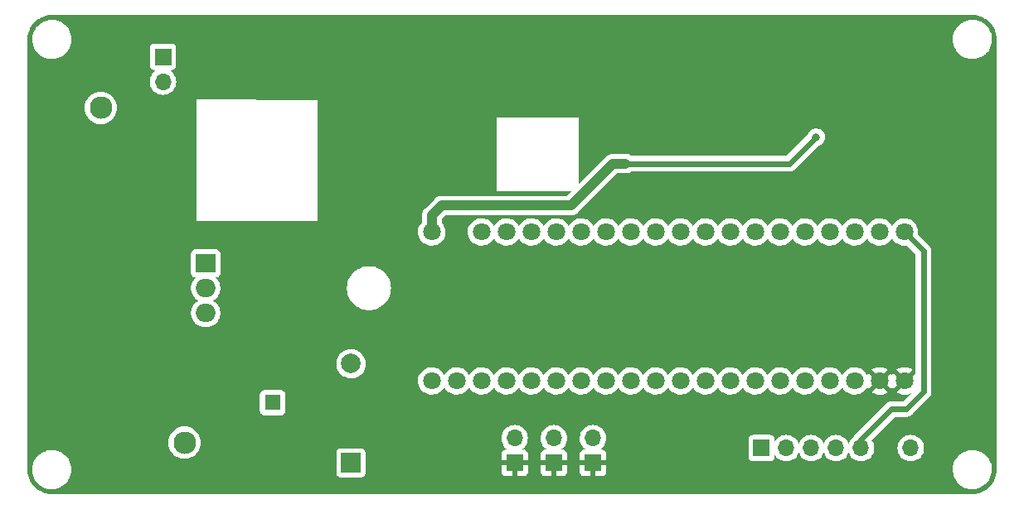
<source format=gbl>
G04 #@! TF.GenerationSoftware,KiCad,Pcbnew,(6.0.5)*
G04 #@! TF.CreationDate,2022-05-31T00:33:45+02:00*
G04 #@! TF.ProjectId,nixie_control_board,6e697869-655f-4636-9f6e-74726f6c5f62,rev?*
G04 #@! TF.SameCoordinates,Original*
G04 #@! TF.FileFunction,Copper,L2,Bot*
G04 #@! TF.FilePolarity,Positive*
%FSLAX46Y46*%
G04 Gerber Fmt 4.6, Leading zero omitted, Abs format (unit mm)*
G04 Created by KiCad (PCBNEW (6.0.5)) date 2022-05-31 00:33:45*
%MOMM*%
%LPD*%
G01*
G04 APERTURE LIST*
G04 #@! TA.AperFunction,ComponentPad*
%ADD10C,1.800000*%
G04 #@! TD*
G04 #@! TA.AperFunction,ComponentPad*
%ADD11R,2.000000X1.905000*%
G04 #@! TD*
G04 #@! TA.AperFunction,ComponentPad*
%ADD12O,2.000000X1.905000*%
G04 #@! TD*
G04 #@! TA.AperFunction,ComponentPad*
%ADD13R,1.998980X1.998980*%
G04 #@! TD*
G04 #@! TA.AperFunction,ComponentPad*
%ADD14C,1.998980*%
G04 #@! TD*
G04 #@! TA.AperFunction,ComponentPad*
%ADD15R,1.700000X1.700000*%
G04 #@! TD*
G04 #@! TA.AperFunction,ComponentPad*
%ADD16O,1.700000X1.700000*%
G04 #@! TD*
G04 #@! TA.AperFunction,ComponentPad*
%ADD17R,1.600000X1.600000*%
G04 #@! TD*
G04 #@! TA.AperFunction,ComponentPad*
%ADD18C,1.600000*%
G04 #@! TD*
G04 #@! TA.AperFunction,ComponentPad*
%ADD19C,2.300000*%
G04 #@! TD*
G04 #@! TA.AperFunction,ViaPad*
%ADD20C,0.800000*%
G04 #@! TD*
G04 #@! TA.AperFunction,Conductor*
%ADD21C,0.600000*%
G04 #@! TD*
G04 #@! TA.AperFunction,Conductor*
%ADD22C,1.000000*%
G04 #@! TD*
G04 APERTURE END LIST*
D10*
X195264600Y-100127400D03*
X192724600Y-100127400D03*
X190184600Y-100127400D03*
X187644600Y-100127400D03*
X185104600Y-100127400D03*
X182564600Y-100127400D03*
X180024600Y-100127400D03*
X177484600Y-100127400D03*
X174944600Y-100127400D03*
X172404600Y-100127400D03*
X169864600Y-100127400D03*
X167324600Y-100127400D03*
X164784600Y-100127400D03*
X162244600Y-100127400D03*
X159704600Y-100127400D03*
X157164600Y-100127400D03*
X154624600Y-100127400D03*
X152084600Y-100127400D03*
X149544600Y-100127400D03*
X147004600Y-100127400D03*
X147004600Y-84887400D03*
X149544600Y-84887400D03*
X152084600Y-84887400D03*
X154624600Y-84887400D03*
X157164600Y-84887400D03*
X159704600Y-84887400D03*
X162244600Y-84887400D03*
X164784600Y-84887400D03*
X167324600Y-84887400D03*
X169864600Y-84887400D03*
X172404600Y-84887400D03*
X174944600Y-84887400D03*
X177484600Y-84887400D03*
X180024600Y-84887400D03*
X182564600Y-84887400D03*
X185104600Y-84887400D03*
X187644600Y-84887400D03*
X190184600Y-84887400D03*
X192724600Y-84887400D03*
X195264600Y-84887400D03*
D11*
X123922800Y-88104400D03*
D12*
X123922800Y-90644400D03*
X123922800Y-93184400D03*
D13*
X138752800Y-108524400D03*
D14*
X138752800Y-98364400D03*
D15*
X155467200Y-108526600D03*
D16*
X155467200Y-105986600D03*
D15*
X180677200Y-107001600D03*
D16*
X183217200Y-107001600D03*
X185757200Y-107001600D03*
X188297200Y-107001600D03*
X190837200Y-107001600D03*
X193377200Y-107001600D03*
X195917200Y-107001600D03*
D17*
X130752800Y-102341749D03*
D18*
X130752800Y-106141749D03*
D19*
X116752800Y-106444400D03*
X121752800Y-106444400D03*
D15*
X163467200Y-108526600D03*
D16*
X163467200Y-105986600D03*
D19*
X113202800Y-77194400D03*
X113202800Y-72194400D03*
D15*
X119552800Y-66969400D03*
D16*
X119552800Y-69509400D03*
D15*
X159467200Y-108526600D03*
D16*
X159467200Y-105986600D03*
D20*
X136102800Y-68094400D03*
X113202800Y-84694400D03*
X116302800Y-96694400D03*
X170402800Y-68194400D03*
X171102800Y-70394400D03*
X114802800Y-105594400D03*
X113602800Y-106894400D03*
X113202800Y-81694400D03*
X132202800Y-108094400D03*
X130802800Y-108094400D03*
X133802800Y-66394400D03*
X116302800Y-97794400D03*
X159402800Y-71094400D03*
X115402800Y-86994400D03*
X119402800Y-96594400D03*
X119402800Y-95394400D03*
X119402800Y-97794400D03*
X129502800Y-108094400D03*
X186252800Y-75194400D03*
X166790300Y-77900650D03*
D21*
X190837200Y-106131600D02*
X190837200Y-107001600D01*
X197217200Y-86840000D02*
X197217200Y-101251600D01*
X195264600Y-84887400D02*
X197217200Y-86840000D01*
X197217200Y-101251600D02*
X195467200Y-103001600D01*
X195467200Y-103001600D02*
X193967200Y-103001600D01*
X193967200Y-103001600D02*
X190837200Y-106131600D01*
D22*
X165503686Y-77900650D02*
X166790300Y-77900650D01*
X148002800Y-82194400D02*
X161209936Y-82194400D01*
X147004600Y-83192600D02*
X148002800Y-82194400D01*
X147004600Y-84887400D02*
X147004600Y-83192600D01*
X161209936Y-82194400D02*
X165503686Y-77900650D01*
D21*
X183546550Y-77900650D02*
X186252800Y-75194400D01*
X166790300Y-77900650D02*
X183546550Y-77900650D01*
G04 #@! TA.AperFunction,Conductor*
G36*
X202164881Y-62695067D02*
G01*
X202196623Y-62700009D01*
X202197610Y-62699880D01*
X202197612Y-62699880D01*
X202223968Y-62696433D01*
X202226628Y-62696341D01*
X202264957Y-62698659D01*
X202503235Y-62713073D01*
X202504901Y-62713274D01*
X202800141Y-62767379D01*
X202801782Y-62767784D01*
X203088322Y-62857074D01*
X203089903Y-62857673D01*
X203209711Y-62911594D01*
X203363612Y-62980859D01*
X203365097Y-62981639D01*
X203528640Y-63080504D01*
X203621953Y-63136914D01*
X203623344Y-63137874D01*
X203859615Y-63322980D01*
X203860880Y-63324102D01*
X204073098Y-63536320D01*
X204074220Y-63537585D01*
X204259326Y-63773856D01*
X204260286Y-63775247D01*
X204415558Y-64032097D01*
X204416341Y-64033588D01*
X204480900Y-64177033D01*
X204539527Y-64307297D01*
X204540126Y-64308878D01*
X204629416Y-64595418D01*
X204629821Y-64597058D01*
X204681883Y-64881148D01*
X204683925Y-64892293D01*
X204684127Y-64893965D01*
X204700365Y-65162411D01*
X204700510Y-65164811D01*
X204700369Y-65167809D01*
X204697191Y-65188223D01*
X204697320Y-65189210D01*
X204697320Y-65189212D01*
X204702182Y-65226391D01*
X204702300Y-65228206D01*
X204702300Y-109154328D01*
X204702133Y-109156481D01*
X204697191Y-109188223D01*
X204697320Y-109189210D01*
X204697320Y-109189212D01*
X204700767Y-109215568D01*
X204700859Y-109218228D01*
X204684128Y-109494828D01*
X204683926Y-109496501D01*
X204629821Y-109791741D01*
X204629416Y-109793382D01*
X204540126Y-110079922D01*
X204539527Y-110081503D01*
X204443204Y-110295526D01*
X204416344Y-110355206D01*
X204415558Y-110356703D01*
X204260286Y-110613553D01*
X204259326Y-110614944D01*
X204074220Y-110851215D01*
X204073098Y-110852480D01*
X203860880Y-111064698D01*
X203859615Y-111065820D01*
X203623344Y-111250926D01*
X203621953Y-111251886D01*
X203365097Y-111407161D01*
X203363612Y-111407941D01*
X203209711Y-111477206D01*
X203089903Y-111531127D01*
X203088322Y-111531726D01*
X202801782Y-111621016D01*
X202800142Y-111621421D01*
X202504901Y-111675526D01*
X202503235Y-111675727D01*
X202232387Y-111692110D01*
X202229391Y-111691969D01*
X202208977Y-111688791D01*
X202207990Y-111688920D01*
X202207988Y-111688920D01*
X202170809Y-111693782D01*
X202168994Y-111693900D01*
X108242872Y-111693900D01*
X108240718Y-111693733D01*
X108208977Y-111688791D01*
X108207990Y-111688920D01*
X108207988Y-111688920D01*
X108181632Y-111692367D01*
X108178972Y-111692459D01*
X108120465Y-111688920D01*
X107902365Y-111675727D01*
X107900699Y-111675526D01*
X107605458Y-111621421D01*
X107603818Y-111621016D01*
X107317278Y-111531726D01*
X107315697Y-111531127D01*
X107195889Y-111477206D01*
X107041988Y-111407941D01*
X107040503Y-111407161D01*
X106783647Y-111251886D01*
X106782256Y-111250926D01*
X106545985Y-111065820D01*
X106544720Y-111064698D01*
X106332502Y-110852480D01*
X106331380Y-110851215D01*
X106146274Y-110614944D01*
X106145314Y-110613553D01*
X105990042Y-110356703D01*
X105989256Y-110355206D01*
X105962397Y-110295526D01*
X105866073Y-110081503D01*
X105865474Y-110079922D01*
X105776184Y-109793382D01*
X105775779Y-109791741D01*
X105721674Y-109496501D01*
X105721472Y-109494828D01*
X105718476Y-109445283D01*
X105705268Y-109226925D01*
X105705436Y-109223758D01*
X105708206Y-109207289D01*
X105708296Y-109206754D01*
X105708447Y-109194400D01*
X105703935Y-109162897D01*
X106197437Y-109162897D01*
X106213005Y-109445770D01*
X106213100Y-109446245D01*
X106213100Y-109446249D01*
X106248084Y-109622125D01*
X106268274Y-109723626D01*
X106362142Y-109990924D01*
X106492736Y-110242328D01*
X106657451Y-110472824D01*
X106852999Y-110677812D01*
X107075480Y-110853201D01*
X107075900Y-110853445D01*
X107075903Y-110853447D01*
X107135441Y-110888029D01*
X107320454Y-110995493D01*
X107583032Y-111101848D01*
X107583511Y-111101967D01*
X107857489Y-111170024D01*
X107857492Y-111170025D01*
X107857977Y-111170145D01*
X108031484Y-111187922D01*
X108099228Y-111194863D01*
X108099230Y-111194863D01*
X108099590Y-111194900D01*
X108274970Y-111194900D01*
X108275209Y-111194883D01*
X108275211Y-111194883D01*
X108394531Y-111186434D01*
X108485393Y-111180001D01*
X108531735Y-111170024D01*
X108761869Y-111120478D01*
X108761870Y-111120478D01*
X108762347Y-111120375D01*
X109028137Y-111022320D01*
X109277460Y-110887793D01*
X109505340Y-110719478D01*
X109547666Y-110677812D01*
X109706870Y-110521089D01*
X109706874Y-110521084D01*
X109707230Y-110520734D01*
X109832970Y-110355976D01*
X109878804Y-110295920D01*
X109878808Y-110295914D01*
X109879104Y-110295526D01*
X110017530Y-110048347D01*
X110017704Y-110047898D01*
X110017707Y-110047891D01*
X110116483Y-109792570D01*
X110119748Y-109784130D01*
X110183718Y-109508147D01*
X110189121Y-109445770D01*
X110208121Y-109226389D01*
X110208121Y-109226388D01*
X110208163Y-109225903D01*
X110192595Y-108943030D01*
X110180188Y-108880653D01*
X110137423Y-108665662D01*
X110137326Y-108665174D01*
X110043458Y-108397876D01*
X109912864Y-108146472D01*
X109748149Y-107915976D01*
X109552601Y-107710988D01*
X109330120Y-107535599D01*
X109329700Y-107535355D01*
X109329697Y-107535353D01*
X109085578Y-107393558D01*
X109085579Y-107393558D01*
X109085146Y-107393307D01*
X108822568Y-107286952D01*
X108748660Y-107268593D01*
X108548111Y-107218776D01*
X108548108Y-107218775D01*
X108547623Y-107218655D01*
X108374116Y-107200878D01*
X108306372Y-107193937D01*
X108306370Y-107193937D01*
X108306010Y-107193900D01*
X108130630Y-107193900D01*
X108130391Y-107193917D01*
X108130389Y-107193917D01*
X108094022Y-107196492D01*
X107920207Y-107208799D01*
X107919720Y-107208904D01*
X107919719Y-107208904D01*
X107680050Y-107260503D01*
X107643253Y-107268425D01*
X107377463Y-107366480D01*
X107128140Y-107501007D01*
X107127741Y-107501302D01*
X107127739Y-107501303D01*
X106956013Y-107628142D01*
X106900260Y-107669322D01*
X106899902Y-107669675D01*
X106899899Y-107669677D01*
X106698730Y-107867711D01*
X106698726Y-107867716D01*
X106698370Y-107868066D01*
X106661806Y-107915976D01*
X106526796Y-108092880D01*
X106526792Y-108092886D01*
X106526496Y-108093274D01*
X106388070Y-108340453D01*
X106387896Y-108340902D01*
X106387893Y-108340909D01*
X106301471Y-108564298D01*
X106285852Y-108604670D01*
X106221882Y-108880653D01*
X106221839Y-108881146D01*
X106221839Y-108881148D01*
X106197993Y-109156482D01*
X106197437Y-109162897D01*
X105703935Y-109162897D01*
X105703441Y-109159444D01*
X105703300Y-109157460D01*
X105703300Y-106444400D01*
X120097196Y-106444400D01*
X120117579Y-106703394D01*
X120178227Y-106956010D01*
X120277646Y-107196028D01*
X120277928Y-107196489D01*
X120277930Y-107196492D01*
X120412647Y-107416330D01*
X120413388Y-107417540D01*
X120413741Y-107417954D01*
X120413743Y-107417956D01*
X120484928Y-107501303D01*
X120582111Y-107615089D01*
X120779660Y-107783812D01*
X120780122Y-107784095D01*
X120780126Y-107784098D01*
X121000708Y-107919270D01*
X121000711Y-107919272D01*
X121001172Y-107919554D01*
X121241190Y-108018973D01*
X121493806Y-108079621D01*
X121494348Y-108079664D01*
X121494350Y-108079664D01*
X121752254Y-108099961D01*
X121752800Y-108100004D01*
X121753346Y-108099961D01*
X122011250Y-108079664D01*
X122011252Y-108079664D01*
X122011794Y-108079621D01*
X122264410Y-108018973D01*
X122504428Y-107919554D01*
X122504889Y-107919272D01*
X122504892Y-107919270D01*
X122725474Y-107784098D01*
X122725478Y-107784095D01*
X122725940Y-107783812D01*
X122923489Y-107615089D01*
X123020672Y-107501303D01*
X123040973Y-107477533D01*
X137252810Y-107477533D01*
X137252811Y-109571266D01*
X137259459Y-109632470D01*
X137309784Y-109766714D01*
X137395764Y-109881436D01*
X137510486Y-109967416D01*
X137644730Y-110017741D01*
X137645600Y-110017836D01*
X137645602Y-110017836D01*
X137705563Y-110024350D01*
X137705567Y-110024350D01*
X137705933Y-110024390D01*
X138752800Y-110024390D01*
X139799666Y-110024389D01*
X139800033Y-110024349D01*
X139800036Y-110024349D01*
X139859998Y-110017836D01*
X139860000Y-110017835D01*
X139860870Y-110017741D01*
X139995114Y-109967416D01*
X140109836Y-109881436D01*
X140195816Y-109766714D01*
X140246141Y-109632470D01*
X140252790Y-109571267D01*
X140252790Y-109424317D01*
X154109201Y-109424317D01*
X154109241Y-109425058D01*
X154115853Y-109485935D01*
X154116256Y-109487629D01*
X154166677Y-109622125D01*
X154167628Y-109623862D01*
X154253701Y-109738710D01*
X154255090Y-109740099D01*
X154369938Y-109826172D01*
X154371675Y-109827123D01*
X154506171Y-109877544D01*
X154507865Y-109877947D01*
X154568741Y-109884560D01*
X154569482Y-109884600D01*
X155210415Y-109884600D01*
X155212384Y-109883784D01*
X155213200Y-109881815D01*
X155213200Y-109881814D01*
X155721200Y-109881814D01*
X155722016Y-109883783D01*
X155723985Y-109884599D01*
X156364917Y-109884599D01*
X156365658Y-109884559D01*
X156426535Y-109877947D01*
X156428229Y-109877544D01*
X156562725Y-109827123D01*
X156564462Y-109826172D01*
X156679310Y-109740099D01*
X156680699Y-109738710D01*
X156766772Y-109623862D01*
X156767723Y-109622125D01*
X156818144Y-109487629D01*
X156818547Y-109485935D01*
X156825160Y-109425059D01*
X156825200Y-109424318D01*
X156825200Y-109424317D01*
X158109201Y-109424317D01*
X158109241Y-109425058D01*
X158115853Y-109485935D01*
X158116256Y-109487629D01*
X158166677Y-109622125D01*
X158167628Y-109623862D01*
X158253701Y-109738710D01*
X158255090Y-109740099D01*
X158369938Y-109826172D01*
X158371675Y-109827123D01*
X158506171Y-109877544D01*
X158507865Y-109877947D01*
X158568741Y-109884560D01*
X158569482Y-109884600D01*
X159210415Y-109884600D01*
X159212384Y-109883784D01*
X159213200Y-109881815D01*
X159213200Y-109881814D01*
X159721200Y-109881814D01*
X159722016Y-109883783D01*
X159723985Y-109884599D01*
X160364917Y-109884599D01*
X160365658Y-109884559D01*
X160426535Y-109877947D01*
X160428229Y-109877544D01*
X160562725Y-109827123D01*
X160564462Y-109826172D01*
X160679310Y-109740099D01*
X160680699Y-109738710D01*
X160766772Y-109623862D01*
X160767723Y-109622125D01*
X160818144Y-109487629D01*
X160818547Y-109485935D01*
X160825160Y-109425059D01*
X160825200Y-109424318D01*
X160825200Y-109424317D01*
X162109201Y-109424317D01*
X162109241Y-109425058D01*
X162115853Y-109485935D01*
X162116256Y-109487629D01*
X162166677Y-109622125D01*
X162167628Y-109623862D01*
X162253701Y-109738710D01*
X162255090Y-109740099D01*
X162369938Y-109826172D01*
X162371675Y-109827123D01*
X162506171Y-109877544D01*
X162507865Y-109877947D01*
X162568741Y-109884560D01*
X162569482Y-109884600D01*
X163210415Y-109884600D01*
X163212384Y-109883784D01*
X163213200Y-109881815D01*
X163213200Y-109881814D01*
X163721200Y-109881814D01*
X163722016Y-109883783D01*
X163723985Y-109884599D01*
X164364917Y-109884599D01*
X164365658Y-109884559D01*
X164426535Y-109877947D01*
X164428229Y-109877544D01*
X164562725Y-109827123D01*
X164564462Y-109826172D01*
X164679310Y-109740099D01*
X164680699Y-109738710D01*
X164766772Y-109623862D01*
X164767723Y-109622125D01*
X164818144Y-109487629D01*
X164818547Y-109485935D01*
X164825160Y-109425059D01*
X164825200Y-109424318D01*
X164825200Y-109162897D01*
X200197437Y-109162897D01*
X200213005Y-109445770D01*
X200213100Y-109446245D01*
X200213100Y-109446249D01*
X200248084Y-109622125D01*
X200268274Y-109723626D01*
X200362142Y-109990924D01*
X200492736Y-110242328D01*
X200657451Y-110472824D01*
X200852999Y-110677812D01*
X201075480Y-110853201D01*
X201075900Y-110853445D01*
X201075903Y-110853447D01*
X201135441Y-110888029D01*
X201320454Y-110995493D01*
X201583032Y-111101848D01*
X201583511Y-111101967D01*
X201857489Y-111170024D01*
X201857492Y-111170025D01*
X201857977Y-111170145D01*
X202031484Y-111187922D01*
X202099228Y-111194863D01*
X202099230Y-111194863D01*
X202099590Y-111194900D01*
X202274970Y-111194900D01*
X202275209Y-111194883D01*
X202275211Y-111194883D01*
X202394531Y-111186434D01*
X202485393Y-111180001D01*
X202531735Y-111170024D01*
X202761869Y-111120478D01*
X202761870Y-111120478D01*
X202762347Y-111120375D01*
X203028137Y-111022320D01*
X203277460Y-110887793D01*
X203505340Y-110719478D01*
X203547666Y-110677812D01*
X203706870Y-110521089D01*
X203706874Y-110521084D01*
X203707230Y-110520734D01*
X203832970Y-110355976D01*
X203878804Y-110295920D01*
X203878808Y-110295914D01*
X203879104Y-110295526D01*
X204017530Y-110048347D01*
X204017704Y-110047898D01*
X204017707Y-110047891D01*
X204116483Y-109792570D01*
X204119748Y-109784130D01*
X204183718Y-109508147D01*
X204189121Y-109445770D01*
X204208121Y-109226389D01*
X204208121Y-109226388D01*
X204208163Y-109225903D01*
X204192595Y-108943030D01*
X204180188Y-108880653D01*
X204137423Y-108665662D01*
X204137326Y-108665174D01*
X204043458Y-108397876D01*
X203912864Y-108146472D01*
X203748149Y-107915976D01*
X203552601Y-107710988D01*
X203330120Y-107535599D01*
X203329700Y-107535355D01*
X203329697Y-107535353D01*
X203085578Y-107393558D01*
X203085579Y-107393558D01*
X203085146Y-107393307D01*
X202822568Y-107286952D01*
X202748660Y-107268593D01*
X202548111Y-107218776D01*
X202548108Y-107218775D01*
X202547623Y-107218655D01*
X202374116Y-107200878D01*
X202306372Y-107193937D01*
X202306370Y-107193937D01*
X202306010Y-107193900D01*
X202130630Y-107193900D01*
X202130391Y-107193917D01*
X202130389Y-107193917D01*
X202094022Y-107196492D01*
X201920207Y-107208799D01*
X201919720Y-107208904D01*
X201919719Y-107208904D01*
X201680050Y-107260503D01*
X201643253Y-107268425D01*
X201377463Y-107366480D01*
X201128140Y-107501007D01*
X201127741Y-107501302D01*
X201127739Y-107501303D01*
X200956013Y-107628142D01*
X200900260Y-107669322D01*
X200899902Y-107669675D01*
X200899899Y-107669677D01*
X200698730Y-107867711D01*
X200698726Y-107867716D01*
X200698370Y-107868066D01*
X200661806Y-107915976D01*
X200526796Y-108092880D01*
X200526792Y-108092886D01*
X200526496Y-108093274D01*
X200388070Y-108340453D01*
X200387896Y-108340902D01*
X200387893Y-108340909D01*
X200301471Y-108564298D01*
X200285852Y-108604670D01*
X200221882Y-108880653D01*
X200221839Y-108881146D01*
X200221839Y-108881148D01*
X200197993Y-109156482D01*
X200197437Y-109162897D01*
X164825200Y-109162897D01*
X164825200Y-108783385D01*
X164824384Y-108781416D01*
X164822415Y-108780600D01*
X163723985Y-108780600D01*
X163722016Y-108781416D01*
X163721200Y-108783385D01*
X163721200Y-109881814D01*
X163213200Y-109881814D01*
X163213200Y-108783385D01*
X163212384Y-108781416D01*
X163210415Y-108780600D01*
X162111986Y-108780600D01*
X162110017Y-108781416D01*
X162109201Y-108783385D01*
X162109201Y-109424317D01*
X160825200Y-109424317D01*
X160825200Y-108783385D01*
X160824384Y-108781416D01*
X160822415Y-108780600D01*
X159723985Y-108780600D01*
X159722016Y-108781416D01*
X159721200Y-108783385D01*
X159721200Y-109881814D01*
X159213200Y-109881814D01*
X159213200Y-108783385D01*
X159212384Y-108781416D01*
X159210415Y-108780600D01*
X158111986Y-108780600D01*
X158110017Y-108781416D01*
X158109201Y-108783385D01*
X158109201Y-109424317D01*
X156825200Y-109424317D01*
X156825200Y-108783385D01*
X156824384Y-108781416D01*
X156822415Y-108780600D01*
X155723985Y-108780600D01*
X155722016Y-108781416D01*
X155721200Y-108783385D01*
X155721200Y-109881814D01*
X155213200Y-109881814D01*
X155213200Y-108783385D01*
X155212384Y-108781416D01*
X155210415Y-108780600D01*
X154111986Y-108780600D01*
X154110017Y-108781416D01*
X154109201Y-108783385D01*
X154109201Y-109424317D01*
X140252790Y-109424317D01*
X140252789Y-108269815D01*
X154109200Y-108269815D01*
X154110016Y-108271784D01*
X154111985Y-108272600D01*
X156822414Y-108272600D01*
X156824383Y-108271784D01*
X156825199Y-108269815D01*
X158109200Y-108269815D01*
X158110016Y-108271784D01*
X158111985Y-108272600D01*
X160822414Y-108272600D01*
X160824383Y-108271784D01*
X160825199Y-108269815D01*
X162109200Y-108269815D01*
X162110016Y-108271784D01*
X162111985Y-108272600D01*
X164822414Y-108272600D01*
X164824383Y-108271784D01*
X164825199Y-108269815D01*
X164825199Y-107628883D01*
X164825159Y-107628142D01*
X164818547Y-107567265D01*
X164818144Y-107565571D01*
X164767723Y-107431075D01*
X164766772Y-107429338D01*
X164680699Y-107314490D01*
X164679310Y-107313101D01*
X164564462Y-107227028D01*
X164562725Y-107226077D01*
X164428229Y-107175656D01*
X164426535Y-107175253D01*
X164365659Y-107168640D01*
X164364918Y-107168600D01*
X164178057Y-107168600D01*
X164168158Y-107164499D01*
X164164057Y-107154600D01*
X164168158Y-107144701D01*
X164170027Y-107143132D01*
X164338097Y-107025448D01*
X164338098Y-107025447D01*
X164338601Y-107025095D01*
X164505695Y-106858001D01*
X164613952Y-106703394D01*
X164640886Y-106664928D01*
X164640888Y-106664925D01*
X164641235Y-106664429D01*
X164741103Y-106450263D01*
X164802263Y-106222008D01*
X164822859Y-105986600D01*
X164802263Y-105751192D01*
X164790871Y-105708674D01*
X164767946Y-105623118D01*
X164741103Y-105522937D01*
X164641235Y-105308771D01*
X164505695Y-105115199D01*
X164338601Y-104948105D01*
X164338097Y-104947752D01*
X164145529Y-104812914D01*
X164145526Y-104812912D01*
X164145030Y-104812565D01*
X163930863Y-104712697D01*
X163702608Y-104651537D01*
X163467200Y-104630941D01*
X163231792Y-104651537D01*
X163003537Y-104712697D01*
X162789371Y-104812565D01*
X162788875Y-104812912D01*
X162788872Y-104812914D01*
X162707776Y-104869698D01*
X162595799Y-104948105D01*
X162428705Y-105115199D01*
X162293165Y-105308771D01*
X162193297Y-105522937D01*
X162166454Y-105623118D01*
X162143530Y-105708674D01*
X162132137Y-105751192D01*
X162111541Y-105986600D01*
X162132137Y-106222008D01*
X162193297Y-106450263D01*
X162293165Y-106664429D01*
X162293512Y-106664925D01*
X162293514Y-106664928D01*
X162320448Y-106703394D01*
X162428705Y-106858001D01*
X162595799Y-107025095D01*
X162764374Y-107143132D01*
X162764375Y-107143133D01*
X162770132Y-107152170D01*
X162767813Y-107162631D01*
X162758776Y-107168388D01*
X162756345Y-107168601D01*
X162569483Y-107168601D01*
X162568742Y-107168641D01*
X162507865Y-107175253D01*
X162506171Y-107175656D01*
X162371675Y-107226077D01*
X162369938Y-107227028D01*
X162255090Y-107313101D01*
X162253701Y-107314490D01*
X162167628Y-107429338D01*
X162166677Y-107431075D01*
X162116256Y-107565571D01*
X162115853Y-107567265D01*
X162109240Y-107628141D01*
X162109200Y-107628882D01*
X162109200Y-108269815D01*
X160825199Y-108269815D01*
X160825199Y-107628883D01*
X160825159Y-107628142D01*
X160818547Y-107567265D01*
X160818144Y-107565571D01*
X160767723Y-107431075D01*
X160766772Y-107429338D01*
X160680699Y-107314490D01*
X160679310Y-107313101D01*
X160564462Y-107227028D01*
X160562725Y-107226077D01*
X160428229Y-107175656D01*
X160426535Y-107175253D01*
X160365659Y-107168640D01*
X160364918Y-107168600D01*
X160178057Y-107168600D01*
X160168158Y-107164499D01*
X160164057Y-107154600D01*
X160168158Y-107144701D01*
X160170027Y-107143132D01*
X160338097Y-107025448D01*
X160338098Y-107025447D01*
X160338601Y-107025095D01*
X160505695Y-106858001D01*
X160613952Y-106703394D01*
X160640886Y-106664928D01*
X160640888Y-106664925D01*
X160641235Y-106664429D01*
X160741103Y-106450263D01*
X160802263Y-106222008D01*
X160822859Y-105986600D01*
X160802263Y-105751192D01*
X160790871Y-105708674D01*
X160767946Y-105623118D01*
X160741103Y-105522937D01*
X160641235Y-105308771D01*
X160505695Y-105115199D01*
X160338601Y-104948105D01*
X160338097Y-104947752D01*
X160145529Y-104812914D01*
X160145526Y-104812912D01*
X160145030Y-104812565D01*
X159930863Y-104712697D01*
X159702608Y-104651537D01*
X159467200Y-104630941D01*
X159231792Y-104651537D01*
X159003537Y-104712697D01*
X158789371Y-104812565D01*
X158788875Y-104812912D01*
X158788872Y-104812914D01*
X158707776Y-104869698D01*
X158595799Y-104948105D01*
X158428705Y-105115199D01*
X158293165Y-105308771D01*
X158193297Y-105522937D01*
X158166454Y-105623118D01*
X158143530Y-105708674D01*
X158132137Y-105751192D01*
X158111541Y-105986600D01*
X158132137Y-106222008D01*
X158193297Y-106450263D01*
X158293165Y-106664429D01*
X158293512Y-106664925D01*
X158293514Y-106664928D01*
X158320448Y-106703394D01*
X158428705Y-106858001D01*
X158595799Y-107025095D01*
X158764374Y-107143132D01*
X158764375Y-107143133D01*
X158770132Y-107152170D01*
X158767813Y-107162631D01*
X158758776Y-107168388D01*
X158756345Y-107168601D01*
X158569483Y-107168601D01*
X158568742Y-107168641D01*
X158507865Y-107175253D01*
X158506171Y-107175656D01*
X158371675Y-107226077D01*
X158369938Y-107227028D01*
X158255090Y-107313101D01*
X158253701Y-107314490D01*
X158167628Y-107429338D01*
X158166677Y-107431075D01*
X158116256Y-107565571D01*
X158115853Y-107567265D01*
X158109240Y-107628141D01*
X158109200Y-107628882D01*
X158109200Y-108269815D01*
X156825199Y-108269815D01*
X156825199Y-107628883D01*
X156825159Y-107628142D01*
X156818547Y-107567265D01*
X156818144Y-107565571D01*
X156767723Y-107431075D01*
X156766772Y-107429338D01*
X156680699Y-107314490D01*
X156679310Y-107313101D01*
X156564462Y-107227028D01*
X156562725Y-107226077D01*
X156428229Y-107175656D01*
X156426535Y-107175253D01*
X156365659Y-107168640D01*
X156364918Y-107168600D01*
X156178057Y-107168600D01*
X156168158Y-107164499D01*
X156164057Y-107154600D01*
X156168158Y-107144701D01*
X156170027Y-107143132D01*
X156338097Y-107025448D01*
X156338098Y-107025447D01*
X156338601Y-107025095D01*
X156505695Y-106858001D01*
X156613952Y-106703394D01*
X156640886Y-106664928D01*
X156640888Y-106664925D01*
X156641235Y-106664429D01*
X156741103Y-106450263D01*
X156802263Y-106222008D01*
X156822859Y-105986600D01*
X156802263Y-105751192D01*
X156790871Y-105708674D01*
X156767946Y-105623118D01*
X156741103Y-105522937D01*
X156641235Y-105308771D01*
X156505695Y-105115199D01*
X156338601Y-104948105D01*
X156338097Y-104947752D01*
X156145529Y-104812914D01*
X156145526Y-104812912D01*
X156145030Y-104812565D01*
X155930863Y-104712697D01*
X155702608Y-104651537D01*
X155467200Y-104630941D01*
X155231792Y-104651537D01*
X155003537Y-104712697D01*
X154789371Y-104812565D01*
X154788875Y-104812912D01*
X154788872Y-104812914D01*
X154707776Y-104869698D01*
X154595799Y-104948105D01*
X154428705Y-105115199D01*
X154293165Y-105308771D01*
X154193297Y-105522937D01*
X154166454Y-105623118D01*
X154143530Y-105708674D01*
X154132137Y-105751192D01*
X154111541Y-105986600D01*
X154132137Y-106222008D01*
X154193297Y-106450263D01*
X154293165Y-106664429D01*
X154293512Y-106664925D01*
X154293514Y-106664928D01*
X154320448Y-106703394D01*
X154428705Y-106858001D01*
X154595799Y-107025095D01*
X154764374Y-107143132D01*
X154764375Y-107143133D01*
X154770132Y-107152170D01*
X154767813Y-107162631D01*
X154758776Y-107168388D01*
X154756345Y-107168601D01*
X154569483Y-107168601D01*
X154568742Y-107168641D01*
X154507865Y-107175253D01*
X154506171Y-107175656D01*
X154371675Y-107226077D01*
X154369938Y-107227028D01*
X154255090Y-107313101D01*
X154253701Y-107314490D01*
X154167628Y-107429338D01*
X154166677Y-107431075D01*
X154116256Y-107565571D01*
X154115853Y-107567265D01*
X154109240Y-107628141D01*
X154109200Y-107628882D01*
X154109200Y-108269815D01*
X140252789Y-108269815D01*
X140252789Y-107477534D01*
X140246318Y-107417956D01*
X140246236Y-107417202D01*
X140246235Y-107417200D01*
X140246141Y-107416330D01*
X140195816Y-107282086D01*
X140109836Y-107167364D01*
X139995114Y-107081384D01*
X139860870Y-107031059D01*
X139860000Y-107030964D01*
X139859998Y-107030964D01*
X139800037Y-107024450D01*
X139800033Y-107024450D01*
X139799667Y-107024410D01*
X139799296Y-107024410D01*
X138752801Y-107024411D01*
X137705934Y-107024411D01*
X137705567Y-107024451D01*
X137705564Y-107024451D01*
X137645602Y-107030964D01*
X137645600Y-107030965D01*
X137644730Y-107031059D01*
X137510486Y-107081384D01*
X137395764Y-107167364D01*
X137309784Y-107282086D01*
X137259459Y-107416330D01*
X137259364Y-107417200D01*
X137259364Y-107417202D01*
X137252850Y-107477163D01*
X137252810Y-107477533D01*
X123040973Y-107477533D01*
X123091857Y-107417956D01*
X123091859Y-107417954D01*
X123092212Y-107417540D01*
X123092954Y-107416330D01*
X123227670Y-107196492D01*
X123227672Y-107196489D01*
X123227954Y-107196028D01*
X123327373Y-106956010D01*
X123388021Y-106703394D01*
X123408404Y-106444400D01*
X123388021Y-106185406D01*
X123327373Y-105932790D01*
X123227954Y-105692772D01*
X123211974Y-105666695D01*
X123092498Y-105471726D01*
X123092495Y-105471722D01*
X123092212Y-105471260D01*
X122923489Y-105273711D01*
X122725940Y-105104988D01*
X122725478Y-105104705D01*
X122725474Y-105104702D01*
X122504892Y-104969530D01*
X122504889Y-104969528D01*
X122504428Y-104969246D01*
X122264410Y-104869827D01*
X122011794Y-104809179D01*
X122011252Y-104809136D01*
X122011250Y-104809136D01*
X121753346Y-104788839D01*
X121752800Y-104788796D01*
X121752254Y-104788839D01*
X121494350Y-104809136D01*
X121494348Y-104809136D01*
X121493806Y-104809179D01*
X121241190Y-104869827D01*
X121001172Y-104969246D01*
X121000711Y-104969528D01*
X121000708Y-104969530D01*
X120780126Y-105104702D01*
X120780122Y-105104705D01*
X120779660Y-105104988D01*
X120582111Y-105273711D01*
X120413388Y-105471260D01*
X120413105Y-105471722D01*
X120413102Y-105471726D01*
X120293626Y-105666695D01*
X120277646Y-105692772D01*
X120178227Y-105932790D01*
X120117579Y-106185406D01*
X120097196Y-106444400D01*
X105703300Y-106444400D01*
X105703300Y-101494372D01*
X129452300Y-101494372D01*
X129452301Y-103189125D01*
X129458949Y-103250329D01*
X129509274Y-103384573D01*
X129595254Y-103499295D01*
X129709976Y-103585275D01*
X129757768Y-103603191D01*
X129838165Y-103633330D01*
X129844220Y-103635600D01*
X129845090Y-103635695D01*
X129845092Y-103635695D01*
X129905053Y-103642209D01*
X129905057Y-103642209D01*
X129905423Y-103642249D01*
X130752800Y-103642249D01*
X131600176Y-103642248D01*
X131600543Y-103642208D01*
X131600546Y-103642208D01*
X131660508Y-103635695D01*
X131660510Y-103635694D01*
X131661380Y-103635600D01*
X131667436Y-103633330D01*
X131747832Y-103603191D01*
X131795624Y-103585275D01*
X131910346Y-103499295D01*
X131996326Y-103384573D01*
X132046651Y-103250329D01*
X132053300Y-103189126D01*
X132053299Y-101494373D01*
X132047672Y-101442566D01*
X132046746Y-101434041D01*
X132046745Y-101434039D01*
X132046651Y-101433169D01*
X132034868Y-101401736D01*
X132011960Y-101340630D01*
X131996326Y-101298925D01*
X131910346Y-101184203D01*
X131795624Y-101098223D01*
X131661380Y-101047898D01*
X131660510Y-101047803D01*
X131660508Y-101047803D01*
X131600547Y-101041289D01*
X131600543Y-101041289D01*
X131600177Y-101041249D01*
X131599806Y-101041249D01*
X130752801Y-101041250D01*
X129905424Y-101041250D01*
X129905057Y-101041290D01*
X129905054Y-101041290D01*
X129845092Y-101047803D01*
X129845090Y-101047804D01*
X129844220Y-101047898D01*
X129709976Y-101098223D01*
X129595254Y-101184203D01*
X129509274Y-101298925D01*
X129493640Y-101340630D01*
X129470733Y-101401736D01*
X129458949Y-101433169D01*
X129458854Y-101434039D01*
X129458854Y-101434041D01*
X129452340Y-101494002D01*
X129452300Y-101494372D01*
X105703300Y-101494372D01*
X105703300Y-100093065D01*
X145599719Y-100093065D01*
X145612976Y-100322980D01*
X145613103Y-100323543D01*
X145650296Y-100488579D01*
X145663606Y-100547642D01*
X145750249Y-100761018D01*
X145870579Y-100957378D01*
X145870959Y-100957817D01*
X145870960Y-100957818D01*
X145992583Y-101098223D01*
X146021363Y-101131448D01*
X146198553Y-101278554D01*
X146293720Y-101334165D01*
X146396898Y-101394458D01*
X146396903Y-101394460D01*
X146397390Y-101394745D01*
X146397923Y-101394949D01*
X146397924Y-101394949D01*
X146442405Y-101411935D01*
X146612534Y-101476901D01*
X146838207Y-101522814D01*
X146838773Y-101522835D01*
X146838775Y-101522835D01*
X147067775Y-101531232D01*
X147067776Y-101531232D01*
X147068349Y-101531253D01*
X147296778Y-101501991D01*
X147297317Y-101501829D01*
X147297323Y-101501828D01*
X147516812Y-101435978D01*
X147516815Y-101435977D01*
X147517361Y-101435813D01*
X147517877Y-101435560D01*
X147517880Y-101435559D01*
X147651981Y-101369863D01*
X147724174Y-101334496D01*
X147769900Y-101301880D01*
X147911196Y-101201096D01*
X147911201Y-101201092D01*
X147911662Y-101200763D01*
X148074790Y-101038203D01*
X148132869Y-100957378D01*
X148208843Y-100851648D01*
X148208844Y-100851647D01*
X148209177Y-100851183D01*
X148259980Y-100748391D01*
X148268042Y-100741333D01*
X148278734Y-100742043D01*
X148285502Y-100749327D01*
X148290249Y-100761018D01*
X148410579Y-100957378D01*
X148410959Y-100957817D01*
X148410960Y-100957818D01*
X148532583Y-101098223D01*
X148561363Y-101131448D01*
X148738553Y-101278554D01*
X148833720Y-101334165D01*
X148936898Y-101394458D01*
X148936903Y-101394460D01*
X148937390Y-101394745D01*
X148937923Y-101394949D01*
X148937924Y-101394949D01*
X148982405Y-101411935D01*
X149152534Y-101476901D01*
X149378207Y-101522814D01*
X149378773Y-101522835D01*
X149378775Y-101522835D01*
X149607775Y-101531232D01*
X149607776Y-101531232D01*
X149608349Y-101531253D01*
X149836778Y-101501991D01*
X149837317Y-101501829D01*
X149837323Y-101501828D01*
X150056812Y-101435978D01*
X150056815Y-101435977D01*
X150057361Y-101435813D01*
X150057877Y-101435560D01*
X150057880Y-101435559D01*
X150191981Y-101369863D01*
X150264174Y-101334496D01*
X150309900Y-101301880D01*
X150451196Y-101201096D01*
X150451201Y-101201092D01*
X150451662Y-101200763D01*
X150614790Y-101038203D01*
X150672869Y-100957378D01*
X150748843Y-100851648D01*
X150748844Y-100851647D01*
X150749177Y-100851183D01*
X150799980Y-100748391D01*
X150808042Y-100741333D01*
X150818734Y-100742043D01*
X150825502Y-100749327D01*
X150830249Y-100761018D01*
X150950579Y-100957378D01*
X150950959Y-100957817D01*
X150950960Y-100957818D01*
X151072583Y-101098223D01*
X151101363Y-101131448D01*
X151278553Y-101278554D01*
X151373720Y-101334165D01*
X151476898Y-101394458D01*
X151476903Y-101394460D01*
X151477390Y-101394745D01*
X151477923Y-101394949D01*
X151477924Y-101394949D01*
X151522405Y-101411935D01*
X151692534Y-101476901D01*
X151918207Y-101522814D01*
X151918773Y-101522835D01*
X151918775Y-101522835D01*
X152147775Y-101531232D01*
X152147776Y-101531232D01*
X152148349Y-101531253D01*
X152376778Y-101501991D01*
X152377317Y-101501829D01*
X152377323Y-101501828D01*
X152596812Y-101435978D01*
X152596815Y-101435977D01*
X152597361Y-101435813D01*
X152597877Y-101435560D01*
X152597880Y-101435559D01*
X152731981Y-101369863D01*
X152804174Y-101334496D01*
X152849900Y-101301880D01*
X152991196Y-101201096D01*
X152991201Y-101201092D01*
X152991662Y-101200763D01*
X153154790Y-101038203D01*
X153212869Y-100957378D01*
X153288843Y-100851648D01*
X153288844Y-100851647D01*
X153289177Y-100851183D01*
X153339980Y-100748391D01*
X153348042Y-100741333D01*
X153358734Y-100742043D01*
X153365502Y-100749327D01*
X153370249Y-100761018D01*
X153490579Y-100957378D01*
X153490959Y-100957817D01*
X153490960Y-100957818D01*
X153612583Y-101098223D01*
X153641363Y-101131448D01*
X153818553Y-101278554D01*
X153913720Y-101334165D01*
X154016898Y-101394458D01*
X154016903Y-101394460D01*
X154017390Y-101394745D01*
X154017923Y-101394949D01*
X154017924Y-101394949D01*
X154062405Y-101411935D01*
X154232534Y-101476901D01*
X154458207Y-101522814D01*
X154458773Y-101522835D01*
X154458775Y-101522835D01*
X154687775Y-101531232D01*
X154687776Y-101531232D01*
X154688349Y-101531253D01*
X154916778Y-101501991D01*
X154917317Y-101501829D01*
X154917323Y-101501828D01*
X155136812Y-101435978D01*
X155136815Y-101435977D01*
X155137361Y-101435813D01*
X155137877Y-101435560D01*
X155137880Y-101435559D01*
X155271981Y-101369863D01*
X155344174Y-101334496D01*
X155389900Y-101301880D01*
X155531196Y-101201096D01*
X155531201Y-101201092D01*
X155531662Y-101200763D01*
X155694790Y-101038203D01*
X155752869Y-100957378D01*
X155828843Y-100851648D01*
X155828844Y-100851647D01*
X155829177Y-100851183D01*
X155879980Y-100748391D01*
X155888042Y-100741333D01*
X155898734Y-100742043D01*
X155905502Y-100749327D01*
X155910249Y-100761018D01*
X156030579Y-100957378D01*
X156030959Y-100957817D01*
X156030960Y-100957818D01*
X156152583Y-101098223D01*
X156181363Y-101131448D01*
X156358553Y-101278554D01*
X156453720Y-101334165D01*
X156556898Y-101394458D01*
X156556903Y-101394460D01*
X156557390Y-101394745D01*
X156557923Y-101394949D01*
X156557924Y-101394949D01*
X156602405Y-101411935D01*
X156772534Y-101476901D01*
X156998207Y-101522814D01*
X156998773Y-101522835D01*
X156998775Y-101522835D01*
X157227775Y-101531232D01*
X157227776Y-101531232D01*
X157228349Y-101531253D01*
X157456778Y-101501991D01*
X157457317Y-101501829D01*
X157457323Y-101501828D01*
X157676812Y-101435978D01*
X157676815Y-101435977D01*
X157677361Y-101435813D01*
X157677877Y-101435560D01*
X157677880Y-101435559D01*
X157811981Y-101369863D01*
X157884174Y-101334496D01*
X157929900Y-101301880D01*
X158071196Y-101201096D01*
X158071201Y-101201092D01*
X158071662Y-101200763D01*
X158234790Y-101038203D01*
X158292869Y-100957378D01*
X158368843Y-100851648D01*
X158368844Y-100851647D01*
X158369177Y-100851183D01*
X158419980Y-100748391D01*
X158428042Y-100741333D01*
X158438734Y-100742043D01*
X158445502Y-100749327D01*
X158450249Y-100761018D01*
X158570579Y-100957378D01*
X158570959Y-100957817D01*
X158570960Y-100957818D01*
X158692583Y-101098223D01*
X158721363Y-101131448D01*
X158898553Y-101278554D01*
X158993720Y-101334165D01*
X159096898Y-101394458D01*
X159096903Y-101394460D01*
X159097390Y-101394745D01*
X159097923Y-101394949D01*
X159097924Y-101394949D01*
X159142405Y-101411935D01*
X159312534Y-101476901D01*
X159538207Y-101522814D01*
X159538773Y-101522835D01*
X159538775Y-101522835D01*
X159767775Y-101531232D01*
X159767776Y-101531232D01*
X159768349Y-101531253D01*
X159996778Y-101501991D01*
X159997317Y-101501829D01*
X159997323Y-101501828D01*
X160216812Y-101435978D01*
X160216815Y-101435977D01*
X160217361Y-101435813D01*
X160217877Y-101435560D01*
X160217880Y-101435559D01*
X160351981Y-101369863D01*
X160424174Y-101334496D01*
X160469900Y-101301880D01*
X160611196Y-101201096D01*
X160611201Y-101201092D01*
X160611662Y-101200763D01*
X160774790Y-101038203D01*
X160832869Y-100957378D01*
X160908843Y-100851648D01*
X160908844Y-100851647D01*
X160909177Y-100851183D01*
X160959980Y-100748391D01*
X160968042Y-100741333D01*
X160978734Y-100742043D01*
X160985502Y-100749327D01*
X160990249Y-100761018D01*
X161110579Y-100957378D01*
X161110959Y-100957817D01*
X161110960Y-100957818D01*
X161232583Y-101098223D01*
X161261363Y-101131448D01*
X161438553Y-101278554D01*
X161533720Y-101334165D01*
X161636898Y-101394458D01*
X161636903Y-101394460D01*
X161637390Y-101394745D01*
X161637923Y-101394949D01*
X161637924Y-101394949D01*
X161682405Y-101411935D01*
X161852534Y-101476901D01*
X162078207Y-101522814D01*
X162078773Y-101522835D01*
X162078775Y-101522835D01*
X162307775Y-101531232D01*
X162307776Y-101531232D01*
X162308349Y-101531253D01*
X162536778Y-101501991D01*
X162537317Y-101501829D01*
X162537323Y-101501828D01*
X162756812Y-101435978D01*
X162756815Y-101435977D01*
X162757361Y-101435813D01*
X162757877Y-101435560D01*
X162757880Y-101435559D01*
X162891981Y-101369863D01*
X162964174Y-101334496D01*
X163009900Y-101301880D01*
X163151196Y-101201096D01*
X163151201Y-101201092D01*
X163151662Y-101200763D01*
X163314790Y-101038203D01*
X163372869Y-100957378D01*
X163448843Y-100851648D01*
X163448844Y-100851647D01*
X163449177Y-100851183D01*
X163499980Y-100748391D01*
X163508042Y-100741333D01*
X163518734Y-100742043D01*
X163525502Y-100749327D01*
X163530249Y-100761018D01*
X163650579Y-100957378D01*
X163650959Y-100957817D01*
X163650960Y-100957818D01*
X163772583Y-101098223D01*
X163801363Y-101131448D01*
X163978553Y-101278554D01*
X164073720Y-101334165D01*
X164176898Y-101394458D01*
X164176903Y-101394460D01*
X164177390Y-101394745D01*
X164177923Y-101394949D01*
X164177924Y-101394949D01*
X164222405Y-101411935D01*
X164392534Y-101476901D01*
X164618207Y-101522814D01*
X164618773Y-101522835D01*
X164618775Y-101522835D01*
X164847775Y-101531232D01*
X164847776Y-101531232D01*
X164848349Y-101531253D01*
X165076778Y-101501991D01*
X165077317Y-101501829D01*
X165077323Y-101501828D01*
X165296812Y-101435978D01*
X165296815Y-101435977D01*
X165297361Y-101435813D01*
X165297877Y-101435560D01*
X165297880Y-101435559D01*
X165431981Y-101369863D01*
X165504174Y-101334496D01*
X165549900Y-101301880D01*
X165691196Y-101201096D01*
X165691201Y-101201092D01*
X165691662Y-101200763D01*
X165854790Y-101038203D01*
X165912869Y-100957378D01*
X165988843Y-100851648D01*
X165988844Y-100851647D01*
X165989177Y-100851183D01*
X166039980Y-100748391D01*
X166048042Y-100741333D01*
X166058734Y-100742043D01*
X166065502Y-100749327D01*
X166070249Y-100761018D01*
X166190579Y-100957378D01*
X166190959Y-100957817D01*
X166190960Y-100957818D01*
X166312583Y-101098223D01*
X166341363Y-101131448D01*
X166518553Y-101278554D01*
X166613720Y-101334165D01*
X166716898Y-101394458D01*
X166716903Y-101394460D01*
X166717390Y-101394745D01*
X166717923Y-101394949D01*
X166717924Y-101394949D01*
X166762405Y-101411935D01*
X166932534Y-101476901D01*
X167158207Y-101522814D01*
X167158773Y-101522835D01*
X167158775Y-101522835D01*
X167387775Y-101531232D01*
X167387776Y-101531232D01*
X167388349Y-101531253D01*
X167616778Y-101501991D01*
X167617317Y-101501829D01*
X167617323Y-101501828D01*
X167836812Y-101435978D01*
X167836815Y-101435977D01*
X167837361Y-101435813D01*
X167837877Y-101435560D01*
X167837880Y-101435559D01*
X167971981Y-101369863D01*
X168044174Y-101334496D01*
X168089900Y-101301880D01*
X168231196Y-101201096D01*
X168231201Y-101201092D01*
X168231662Y-101200763D01*
X168394790Y-101038203D01*
X168452869Y-100957378D01*
X168528843Y-100851648D01*
X168528844Y-100851647D01*
X168529177Y-100851183D01*
X168579980Y-100748391D01*
X168588042Y-100741333D01*
X168598734Y-100742043D01*
X168605502Y-100749327D01*
X168610249Y-100761018D01*
X168730579Y-100957378D01*
X168730959Y-100957817D01*
X168730960Y-100957818D01*
X168852583Y-101098223D01*
X168881363Y-101131448D01*
X169058553Y-101278554D01*
X169153720Y-101334165D01*
X169256898Y-101394458D01*
X169256903Y-101394460D01*
X169257390Y-101394745D01*
X169257923Y-101394949D01*
X169257924Y-101394949D01*
X169302405Y-101411935D01*
X169472534Y-101476901D01*
X169698207Y-101522814D01*
X169698773Y-101522835D01*
X169698775Y-101522835D01*
X169927775Y-101531232D01*
X169927776Y-101531232D01*
X169928349Y-101531253D01*
X170156778Y-101501991D01*
X170157317Y-101501829D01*
X170157323Y-101501828D01*
X170376812Y-101435978D01*
X170376815Y-101435977D01*
X170377361Y-101435813D01*
X170377877Y-101435560D01*
X170377880Y-101435559D01*
X170511981Y-101369863D01*
X170584174Y-101334496D01*
X170629900Y-101301880D01*
X170771196Y-101201096D01*
X170771201Y-101201092D01*
X170771662Y-101200763D01*
X170934790Y-101038203D01*
X170992869Y-100957378D01*
X171068843Y-100851648D01*
X171068844Y-100851647D01*
X171069177Y-100851183D01*
X171119980Y-100748391D01*
X171128042Y-100741333D01*
X171138734Y-100742043D01*
X171145502Y-100749327D01*
X171150249Y-100761018D01*
X171270579Y-100957378D01*
X171270959Y-100957817D01*
X171270960Y-100957818D01*
X171392583Y-101098223D01*
X171421363Y-101131448D01*
X171598553Y-101278554D01*
X171693720Y-101334165D01*
X171796898Y-101394458D01*
X171796903Y-101394460D01*
X171797390Y-101394745D01*
X171797923Y-101394949D01*
X171797924Y-101394949D01*
X171842405Y-101411935D01*
X172012534Y-101476901D01*
X172238207Y-101522814D01*
X172238773Y-101522835D01*
X172238775Y-101522835D01*
X172467775Y-101531232D01*
X172467776Y-101531232D01*
X172468349Y-101531253D01*
X172696778Y-101501991D01*
X172697317Y-101501829D01*
X172697323Y-101501828D01*
X172916812Y-101435978D01*
X172916815Y-101435977D01*
X172917361Y-101435813D01*
X172917877Y-101435560D01*
X172917880Y-101435559D01*
X173051981Y-101369863D01*
X173124174Y-101334496D01*
X173169900Y-101301880D01*
X173311196Y-101201096D01*
X173311201Y-101201092D01*
X173311662Y-101200763D01*
X173474790Y-101038203D01*
X173532869Y-100957378D01*
X173608843Y-100851648D01*
X173608844Y-100851647D01*
X173609177Y-100851183D01*
X173659980Y-100748391D01*
X173668042Y-100741333D01*
X173678734Y-100742043D01*
X173685502Y-100749327D01*
X173690249Y-100761018D01*
X173810579Y-100957378D01*
X173810959Y-100957817D01*
X173810960Y-100957818D01*
X173932583Y-101098223D01*
X173961363Y-101131448D01*
X174138553Y-101278554D01*
X174233720Y-101334165D01*
X174336898Y-101394458D01*
X174336903Y-101394460D01*
X174337390Y-101394745D01*
X174337923Y-101394949D01*
X174337924Y-101394949D01*
X174382405Y-101411935D01*
X174552534Y-101476901D01*
X174778207Y-101522814D01*
X174778773Y-101522835D01*
X174778775Y-101522835D01*
X175007775Y-101531232D01*
X175007776Y-101531232D01*
X175008349Y-101531253D01*
X175236778Y-101501991D01*
X175237317Y-101501829D01*
X175237323Y-101501828D01*
X175456812Y-101435978D01*
X175456815Y-101435977D01*
X175457361Y-101435813D01*
X175457877Y-101435560D01*
X175457880Y-101435559D01*
X175591981Y-101369863D01*
X175664174Y-101334496D01*
X175709900Y-101301880D01*
X175851196Y-101201096D01*
X175851201Y-101201092D01*
X175851662Y-101200763D01*
X176014790Y-101038203D01*
X176072869Y-100957378D01*
X176148843Y-100851648D01*
X176148844Y-100851647D01*
X176149177Y-100851183D01*
X176199980Y-100748391D01*
X176208042Y-100741333D01*
X176218734Y-100742043D01*
X176225502Y-100749327D01*
X176230249Y-100761018D01*
X176350579Y-100957378D01*
X176350959Y-100957817D01*
X176350960Y-100957818D01*
X176472583Y-101098223D01*
X176501363Y-101131448D01*
X176678553Y-101278554D01*
X176773720Y-101334165D01*
X176876898Y-101394458D01*
X176876903Y-101394460D01*
X176877390Y-101394745D01*
X176877923Y-101394949D01*
X176877924Y-101394949D01*
X176922405Y-101411935D01*
X177092534Y-101476901D01*
X177318207Y-101522814D01*
X177318773Y-101522835D01*
X177318775Y-101522835D01*
X177547775Y-101531232D01*
X177547776Y-101531232D01*
X177548349Y-101531253D01*
X177776778Y-101501991D01*
X177777317Y-101501829D01*
X177777323Y-101501828D01*
X177996812Y-101435978D01*
X177996815Y-101435977D01*
X177997361Y-101435813D01*
X177997877Y-101435560D01*
X177997880Y-101435559D01*
X178131981Y-101369863D01*
X178204174Y-101334496D01*
X178249900Y-101301880D01*
X178391196Y-101201096D01*
X178391201Y-101201092D01*
X178391662Y-101200763D01*
X178554790Y-101038203D01*
X178612869Y-100957378D01*
X178688843Y-100851648D01*
X178688844Y-100851647D01*
X178689177Y-100851183D01*
X178739980Y-100748391D01*
X178748042Y-100741333D01*
X178758734Y-100742043D01*
X178765502Y-100749327D01*
X178770249Y-100761018D01*
X178890579Y-100957378D01*
X178890959Y-100957817D01*
X178890960Y-100957818D01*
X179012583Y-101098223D01*
X179041363Y-101131448D01*
X179218553Y-101278554D01*
X179313720Y-101334165D01*
X179416898Y-101394458D01*
X179416903Y-101394460D01*
X179417390Y-101394745D01*
X179417923Y-101394949D01*
X179417924Y-101394949D01*
X179462405Y-101411935D01*
X179632534Y-101476901D01*
X179858207Y-101522814D01*
X179858773Y-101522835D01*
X179858775Y-101522835D01*
X180087775Y-101531232D01*
X180087776Y-101531232D01*
X180088349Y-101531253D01*
X180316778Y-101501991D01*
X180317317Y-101501829D01*
X180317323Y-101501828D01*
X180536812Y-101435978D01*
X180536815Y-101435977D01*
X180537361Y-101435813D01*
X180537877Y-101435560D01*
X180537880Y-101435559D01*
X180671981Y-101369863D01*
X180744174Y-101334496D01*
X180789900Y-101301880D01*
X180931196Y-101201096D01*
X180931201Y-101201092D01*
X180931662Y-101200763D01*
X181094790Y-101038203D01*
X181152869Y-100957378D01*
X181228843Y-100851648D01*
X181228844Y-100851647D01*
X181229177Y-100851183D01*
X181279980Y-100748391D01*
X181288042Y-100741333D01*
X181298734Y-100742043D01*
X181305502Y-100749327D01*
X181310249Y-100761018D01*
X181430579Y-100957378D01*
X181430959Y-100957817D01*
X181430960Y-100957818D01*
X181552583Y-101098223D01*
X181581363Y-101131448D01*
X181758553Y-101278554D01*
X181853720Y-101334165D01*
X181956898Y-101394458D01*
X181956903Y-101394460D01*
X181957390Y-101394745D01*
X181957923Y-101394949D01*
X181957924Y-101394949D01*
X182002405Y-101411935D01*
X182172534Y-101476901D01*
X182398207Y-101522814D01*
X182398773Y-101522835D01*
X182398775Y-101522835D01*
X182627775Y-101531232D01*
X182627776Y-101531232D01*
X182628349Y-101531253D01*
X182856778Y-101501991D01*
X182857317Y-101501829D01*
X182857323Y-101501828D01*
X183076812Y-101435978D01*
X183076815Y-101435977D01*
X183077361Y-101435813D01*
X183077877Y-101435560D01*
X183077880Y-101435559D01*
X183211981Y-101369863D01*
X183284174Y-101334496D01*
X183329900Y-101301880D01*
X183471196Y-101201096D01*
X183471201Y-101201092D01*
X183471662Y-101200763D01*
X183634790Y-101038203D01*
X183692869Y-100957378D01*
X183768843Y-100851648D01*
X183768844Y-100851647D01*
X183769177Y-100851183D01*
X183819980Y-100748391D01*
X183828042Y-100741333D01*
X183838734Y-100742043D01*
X183845502Y-100749327D01*
X183850249Y-100761018D01*
X183970579Y-100957378D01*
X183970959Y-100957817D01*
X183970960Y-100957818D01*
X184092583Y-101098223D01*
X184121363Y-101131448D01*
X184298553Y-101278554D01*
X184393720Y-101334165D01*
X184496898Y-101394458D01*
X184496903Y-101394460D01*
X184497390Y-101394745D01*
X184497923Y-101394949D01*
X184497924Y-101394949D01*
X184542405Y-101411935D01*
X184712534Y-101476901D01*
X184938207Y-101522814D01*
X184938773Y-101522835D01*
X184938775Y-101522835D01*
X185167775Y-101531232D01*
X185167776Y-101531232D01*
X185168349Y-101531253D01*
X185396778Y-101501991D01*
X185397317Y-101501829D01*
X185397323Y-101501828D01*
X185616812Y-101435978D01*
X185616815Y-101435977D01*
X185617361Y-101435813D01*
X185617877Y-101435560D01*
X185617880Y-101435559D01*
X185751981Y-101369863D01*
X185824174Y-101334496D01*
X185869900Y-101301880D01*
X186011196Y-101201096D01*
X186011201Y-101201092D01*
X186011662Y-101200763D01*
X186174790Y-101038203D01*
X186232869Y-100957378D01*
X186308843Y-100851648D01*
X186308844Y-100851647D01*
X186309177Y-100851183D01*
X186359980Y-100748391D01*
X186368042Y-100741333D01*
X186378734Y-100742043D01*
X186385502Y-100749327D01*
X186390249Y-100761018D01*
X186510579Y-100957378D01*
X186510959Y-100957817D01*
X186510960Y-100957818D01*
X186632583Y-101098223D01*
X186661363Y-101131448D01*
X186838553Y-101278554D01*
X186933720Y-101334165D01*
X187036898Y-101394458D01*
X187036903Y-101394460D01*
X187037390Y-101394745D01*
X187037923Y-101394949D01*
X187037924Y-101394949D01*
X187082405Y-101411935D01*
X187252534Y-101476901D01*
X187478207Y-101522814D01*
X187478773Y-101522835D01*
X187478775Y-101522835D01*
X187707775Y-101531232D01*
X187707776Y-101531232D01*
X187708349Y-101531253D01*
X187936778Y-101501991D01*
X187937317Y-101501829D01*
X187937323Y-101501828D01*
X188156812Y-101435978D01*
X188156815Y-101435977D01*
X188157361Y-101435813D01*
X188157877Y-101435560D01*
X188157880Y-101435559D01*
X188291981Y-101369863D01*
X188364174Y-101334496D01*
X188409900Y-101301880D01*
X188551196Y-101201096D01*
X188551201Y-101201092D01*
X188551662Y-101200763D01*
X188714790Y-101038203D01*
X188772869Y-100957378D01*
X188848843Y-100851648D01*
X188848844Y-100851647D01*
X188849177Y-100851183D01*
X188899980Y-100748391D01*
X188908042Y-100741333D01*
X188918734Y-100742043D01*
X188925502Y-100749327D01*
X188930249Y-100761018D01*
X189050579Y-100957378D01*
X189050959Y-100957817D01*
X189050960Y-100957818D01*
X189172583Y-101098223D01*
X189201363Y-101131448D01*
X189378553Y-101278554D01*
X189473720Y-101334165D01*
X189576898Y-101394458D01*
X189576903Y-101394460D01*
X189577390Y-101394745D01*
X189577923Y-101394949D01*
X189577924Y-101394949D01*
X189622405Y-101411935D01*
X189792534Y-101476901D01*
X190018207Y-101522814D01*
X190018773Y-101522835D01*
X190018775Y-101522835D01*
X190247775Y-101531232D01*
X190247776Y-101531232D01*
X190248349Y-101531253D01*
X190476778Y-101501991D01*
X190477317Y-101501829D01*
X190477323Y-101501828D01*
X190696812Y-101435978D01*
X190696815Y-101435977D01*
X190697361Y-101435813D01*
X190697877Y-101435560D01*
X190697880Y-101435559D01*
X190831981Y-101369863D01*
X190904174Y-101334496D01*
X190949900Y-101301880D01*
X190967624Y-101289238D01*
X191923125Y-101289238D01*
X191923494Y-101290128D01*
X192113646Y-101401245D01*
X192114672Y-101401736D01*
X192329898Y-101483924D01*
X192330996Y-101484242D01*
X192556757Y-101530173D01*
X192557884Y-101530308D01*
X192788116Y-101538751D01*
X192789259Y-101538699D01*
X193017779Y-101509424D01*
X193018888Y-101509189D01*
X193239559Y-101442985D01*
X193240626Y-101442566D01*
X193447511Y-101341214D01*
X193448491Y-101340630D01*
X193522176Y-101288071D01*
X193523306Y-101286263D01*
X193523022Y-101285033D01*
X192726569Y-100488579D01*
X192724600Y-100487764D01*
X192722631Y-100488579D01*
X191923940Y-101287271D01*
X191923125Y-101289238D01*
X190967624Y-101289238D01*
X191091196Y-101201096D01*
X191091201Y-101201092D01*
X191091662Y-101200763D01*
X191254790Y-101038203D01*
X191312869Y-100957378D01*
X191388843Y-100851648D01*
X191388844Y-100851647D01*
X191389177Y-100851183D01*
X191434628Y-100759221D01*
X191435536Y-100757383D01*
X191443598Y-100750325D01*
X191454290Y-100751035D01*
X191461058Y-100758319D01*
X191463316Y-100763880D01*
X191463831Y-100764899D01*
X191562707Y-100926253D01*
X191564431Y-100927505D01*
X191565444Y-100927345D01*
X192363421Y-100129369D01*
X192364236Y-100127400D01*
X193084964Y-100127400D01*
X193085779Y-100129369D01*
X193881747Y-100925336D01*
X193883714Y-100926151D01*
X193884895Y-100925662D01*
X193935294Y-100855524D01*
X193935882Y-100854546D01*
X193979506Y-100766279D01*
X193987568Y-100759221D01*
X193998260Y-100759931D01*
X194003994Y-100765167D01*
X194102707Y-100926253D01*
X194104431Y-100927505D01*
X194105444Y-100927345D01*
X194903421Y-100129369D01*
X194904236Y-100127400D01*
X194903421Y-100125431D01*
X194107622Y-99329633D01*
X194105655Y-99328818D01*
X194104557Y-99329273D01*
X194036483Y-99429066D01*
X194035913Y-99430067D01*
X194008187Y-99489797D01*
X194000299Y-99497049D01*
X193989593Y-99496601D01*
X193982649Y-99489485D01*
X193969957Y-99460295D01*
X193969414Y-99459283D01*
X193885497Y-99329566D01*
X193883742Y-99328355D01*
X193882657Y-99328554D01*
X193085779Y-100125431D01*
X193084964Y-100127400D01*
X192364236Y-100127400D01*
X192363421Y-100125431D01*
X191567622Y-99329633D01*
X191565655Y-99328818D01*
X191564557Y-99329273D01*
X191496479Y-99429071D01*
X191495914Y-99430065D01*
X191463965Y-99498894D01*
X191456077Y-99506147D01*
X191445372Y-99505699D01*
X191438427Y-99498582D01*
X191423324Y-99463846D01*
X191423319Y-99463836D01*
X191423096Y-99463324D01*
X191336564Y-99329566D01*
X191298317Y-99270445D01*
X191298316Y-99270444D01*
X191298005Y-99269963D01*
X191143012Y-99099629D01*
X191052646Y-99028262D01*
X190976121Y-98967826D01*
X191925216Y-98967826D01*
X191925554Y-98969143D01*
X192722631Y-99766221D01*
X192724600Y-99767036D01*
X192726569Y-99766221D01*
X193524434Y-98968355D01*
X193524653Y-98967826D01*
X194465216Y-98967826D01*
X194465554Y-98969143D01*
X195262631Y-99766221D01*
X195264600Y-99767036D01*
X195266569Y-99766221D01*
X196064434Y-98968355D01*
X196065249Y-98966388D01*
X196064688Y-98965033D01*
X196046896Y-98950982D01*
X196045946Y-98950351D01*
X195844250Y-98839009D01*
X195843209Y-98838541D01*
X195626047Y-98761641D01*
X195624929Y-98761345D01*
X195398127Y-98720945D01*
X195396983Y-98720837D01*
X195166620Y-98718023D01*
X195165478Y-98718103D01*
X194937745Y-98752951D01*
X194936635Y-98753215D01*
X194717657Y-98824789D01*
X194716596Y-98825234D01*
X194512247Y-98931612D01*
X194511285Y-98932217D01*
X194466301Y-98965991D01*
X194465216Y-98967826D01*
X193524653Y-98967826D01*
X193525249Y-98966388D01*
X193524688Y-98965033D01*
X193506896Y-98950982D01*
X193505946Y-98950351D01*
X193304250Y-98839009D01*
X193303209Y-98838541D01*
X193086047Y-98761641D01*
X193084929Y-98761345D01*
X192858127Y-98720945D01*
X192856983Y-98720837D01*
X192626620Y-98718023D01*
X192625478Y-98718103D01*
X192397745Y-98752951D01*
X192396635Y-98753215D01*
X192177657Y-98824789D01*
X192176596Y-98825234D01*
X191972247Y-98931612D01*
X191971285Y-98932217D01*
X191926301Y-98965991D01*
X191925216Y-98967826D01*
X190976121Y-98967826D01*
X190962731Y-98957251D01*
X190962728Y-98957249D01*
X190962281Y-98956896D01*
X190760665Y-98845598D01*
X190760128Y-98845408D01*
X190760124Y-98845406D01*
X190633329Y-98800506D01*
X190543578Y-98768723D01*
X190543010Y-98768622D01*
X190543007Y-98768621D01*
X190317418Y-98728438D01*
X190317416Y-98728438D01*
X190316850Y-98728337D01*
X190148834Y-98726284D01*
X190087145Y-98725530D01*
X190086571Y-98725523D01*
X189858925Y-98760358D01*
X189858384Y-98760535D01*
X189858379Y-98760536D01*
X189747128Y-98796899D01*
X189640024Y-98831906D01*
X189639517Y-98832170D01*
X189639512Y-98832172D01*
X189529346Y-98889521D01*
X189435749Y-98938245D01*
X189251584Y-99076519D01*
X189251188Y-99076934D01*
X189251184Y-99076937D01*
X189092875Y-99242599D01*
X189092477Y-99243016D01*
X188962699Y-99433263D01*
X188962458Y-99433782D01*
X188962457Y-99433784D01*
X188927964Y-99508093D01*
X188920076Y-99515345D01*
X188909370Y-99514897D01*
X188902426Y-99507780D01*
X188883327Y-99463855D01*
X188883326Y-99463854D01*
X188883096Y-99463324D01*
X188796080Y-99328818D01*
X188758317Y-99270445D01*
X188758316Y-99270444D01*
X188758005Y-99269963D01*
X188603012Y-99099629D01*
X188512646Y-99028262D01*
X188422731Y-98957251D01*
X188422728Y-98957249D01*
X188422281Y-98956896D01*
X188220665Y-98845598D01*
X188220128Y-98845408D01*
X188220124Y-98845406D01*
X188093329Y-98800506D01*
X188003578Y-98768723D01*
X188003010Y-98768622D01*
X188003007Y-98768621D01*
X187777418Y-98728438D01*
X187777416Y-98728438D01*
X187776850Y-98728337D01*
X187608834Y-98726284D01*
X187547145Y-98725530D01*
X187546571Y-98725523D01*
X187318925Y-98760358D01*
X187318384Y-98760535D01*
X187318379Y-98760536D01*
X187207128Y-98796899D01*
X187100024Y-98831906D01*
X187099517Y-98832170D01*
X187099512Y-98832172D01*
X186989346Y-98889521D01*
X186895749Y-98938245D01*
X186711584Y-99076519D01*
X186711188Y-99076934D01*
X186711184Y-99076937D01*
X186552875Y-99242599D01*
X186552477Y-99243016D01*
X186422699Y-99433263D01*
X186422458Y-99433782D01*
X186422457Y-99433784D01*
X186387964Y-99508093D01*
X186380076Y-99515345D01*
X186369370Y-99514897D01*
X186362426Y-99507780D01*
X186343327Y-99463855D01*
X186343326Y-99463854D01*
X186343096Y-99463324D01*
X186256080Y-99328818D01*
X186218317Y-99270445D01*
X186218316Y-99270444D01*
X186218005Y-99269963D01*
X186063012Y-99099629D01*
X185972646Y-99028262D01*
X185882731Y-98957251D01*
X185882728Y-98957249D01*
X185882281Y-98956896D01*
X185680665Y-98845598D01*
X185680128Y-98845408D01*
X185680124Y-98845406D01*
X185553329Y-98800506D01*
X185463578Y-98768723D01*
X185463010Y-98768622D01*
X185463007Y-98768621D01*
X185237418Y-98728438D01*
X185237416Y-98728438D01*
X185236850Y-98728337D01*
X185068834Y-98726284D01*
X185007145Y-98725530D01*
X185006571Y-98725523D01*
X184778925Y-98760358D01*
X184778384Y-98760535D01*
X184778379Y-98760536D01*
X184667128Y-98796899D01*
X184560024Y-98831906D01*
X184559517Y-98832170D01*
X184559512Y-98832172D01*
X184449346Y-98889521D01*
X184355749Y-98938245D01*
X184171584Y-99076519D01*
X184171188Y-99076934D01*
X184171184Y-99076937D01*
X184012875Y-99242599D01*
X184012477Y-99243016D01*
X183882699Y-99433263D01*
X183882458Y-99433782D01*
X183882457Y-99433784D01*
X183847964Y-99508093D01*
X183840076Y-99515345D01*
X183829370Y-99514897D01*
X183822426Y-99507780D01*
X183803327Y-99463855D01*
X183803326Y-99463854D01*
X183803096Y-99463324D01*
X183716080Y-99328818D01*
X183678317Y-99270445D01*
X183678316Y-99270444D01*
X183678005Y-99269963D01*
X183523012Y-99099629D01*
X183432646Y-99028262D01*
X183342731Y-98957251D01*
X183342728Y-98957249D01*
X183342281Y-98956896D01*
X183140665Y-98845598D01*
X183140128Y-98845408D01*
X183140124Y-98845406D01*
X183013329Y-98800506D01*
X182923578Y-98768723D01*
X182923010Y-98768622D01*
X182923007Y-98768621D01*
X182697418Y-98728438D01*
X182697416Y-98728438D01*
X182696850Y-98728337D01*
X182528834Y-98726284D01*
X182467145Y-98725530D01*
X182466571Y-98725523D01*
X182238925Y-98760358D01*
X182238384Y-98760535D01*
X182238379Y-98760536D01*
X182127128Y-98796899D01*
X182020024Y-98831906D01*
X182019517Y-98832170D01*
X182019512Y-98832172D01*
X181909346Y-98889521D01*
X181815749Y-98938245D01*
X181631584Y-99076519D01*
X181631188Y-99076934D01*
X181631184Y-99076937D01*
X181472875Y-99242599D01*
X181472477Y-99243016D01*
X181342699Y-99433263D01*
X181342458Y-99433782D01*
X181342457Y-99433784D01*
X181307964Y-99508093D01*
X181300076Y-99515345D01*
X181289370Y-99514897D01*
X181282426Y-99507780D01*
X181263327Y-99463855D01*
X181263326Y-99463854D01*
X181263096Y-99463324D01*
X181176080Y-99328818D01*
X181138317Y-99270445D01*
X181138316Y-99270444D01*
X181138005Y-99269963D01*
X180983012Y-99099629D01*
X180892646Y-99028262D01*
X180802731Y-98957251D01*
X180802728Y-98957249D01*
X180802281Y-98956896D01*
X180600665Y-98845598D01*
X180600128Y-98845408D01*
X180600124Y-98845406D01*
X180473329Y-98800506D01*
X180383578Y-98768723D01*
X180383010Y-98768622D01*
X180383007Y-98768621D01*
X180157418Y-98728438D01*
X180157416Y-98728438D01*
X180156850Y-98728337D01*
X179988834Y-98726284D01*
X179927145Y-98725530D01*
X179926571Y-98725523D01*
X179698925Y-98760358D01*
X179698384Y-98760535D01*
X179698379Y-98760536D01*
X179587128Y-98796899D01*
X179480024Y-98831906D01*
X179479517Y-98832170D01*
X179479512Y-98832172D01*
X179369346Y-98889521D01*
X179275749Y-98938245D01*
X179091584Y-99076519D01*
X179091188Y-99076934D01*
X179091184Y-99076937D01*
X178932875Y-99242599D01*
X178932477Y-99243016D01*
X178802699Y-99433263D01*
X178802458Y-99433782D01*
X178802457Y-99433784D01*
X178767964Y-99508093D01*
X178760076Y-99515345D01*
X178749370Y-99514897D01*
X178742426Y-99507780D01*
X178723327Y-99463855D01*
X178723326Y-99463854D01*
X178723096Y-99463324D01*
X178636080Y-99328818D01*
X178598317Y-99270445D01*
X178598316Y-99270444D01*
X178598005Y-99269963D01*
X178443012Y-99099629D01*
X178352646Y-99028262D01*
X178262731Y-98957251D01*
X178262728Y-98957249D01*
X178262281Y-98956896D01*
X178060665Y-98845598D01*
X178060128Y-98845408D01*
X178060124Y-98845406D01*
X177933329Y-98800506D01*
X177843578Y-98768723D01*
X177843010Y-98768622D01*
X177843007Y-98768621D01*
X177617418Y-98728438D01*
X177617416Y-98728438D01*
X177616850Y-98728337D01*
X177448834Y-98726284D01*
X177387145Y-98725530D01*
X177386571Y-98725523D01*
X177158925Y-98760358D01*
X177158384Y-98760535D01*
X177158379Y-98760536D01*
X177047128Y-98796899D01*
X176940024Y-98831906D01*
X176939517Y-98832170D01*
X176939512Y-98832172D01*
X176829346Y-98889521D01*
X176735749Y-98938245D01*
X176551584Y-99076519D01*
X176551188Y-99076934D01*
X176551184Y-99076937D01*
X176392875Y-99242599D01*
X176392477Y-99243016D01*
X176262699Y-99433263D01*
X176262458Y-99433782D01*
X176262457Y-99433784D01*
X176227964Y-99508093D01*
X176220076Y-99515345D01*
X176209370Y-99514897D01*
X176202426Y-99507780D01*
X176183327Y-99463855D01*
X176183326Y-99463854D01*
X176183096Y-99463324D01*
X176096080Y-99328818D01*
X176058317Y-99270445D01*
X176058316Y-99270444D01*
X176058005Y-99269963D01*
X175903012Y-99099629D01*
X175812646Y-99028262D01*
X175722731Y-98957251D01*
X175722728Y-98957249D01*
X175722281Y-98956896D01*
X175520665Y-98845598D01*
X175520128Y-98845408D01*
X175520124Y-98845406D01*
X175393329Y-98800506D01*
X175303578Y-98768723D01*
X175303010Y-98768622D01*
X175303007Y-98768621D01*
X175077418Y-98728438D01*
X175077416Y-98728438D01*
X175076850Y-98728337D01*
X174908834Y-98726284D01*
X174847145Y-98725530D01*
X174846571Y-98725523D01*
X174618925Y-98760358D01*
X174618384Y-98760535D01*
X174618379Y-98760536D01*
X174507128Y-98796899D01*
X174400024Y-98831906D01*
X174399517Y-98832170D01*
X174399512Y-98832172D01*
X174289346Y-98889521D01*
X174195749Y-98938245D01*
X174011584Y-99076519D01*
X174011188Y-99076934D01*
X174011184Y-99076937D01*
X173852875Y-99242599D01*
X173852477Y-99243016D01*
X173722699Y-99433263D01*
X173722458Y-99433782D01*
X173722457Y-99433784D01*
X173687964Y-99508093D01*
X173680076Y-99515345D01*
X173669370Y-99514897D01*
X173662426Y-99507780D01*
X173643327Y-99463855D01*
X173643326Y-99463854D01*
X173643096Y-99463324D01*
X173556080Y-99328818D01*
X173518317Y-99270445D01*
X173518316Y-99270444D01*
X173518005Y-99269963D01*
X173363012Y-99099629D01*
X173272646Y-99028262D01*
X173182731Y-98957251D01*
X173182728Y-98957249D01*
X173182281Y-98956896D01*
X172980665Y-98845598D01*
X172980128Y-98845408D01*
X172980124Y-98845406D01*
X172853329Y-98800506D01*
X172763578Y-98768723D01*
X172763010Y-98768622D01*
X172763007Y-98768621D01*
X172537418Y-98728438D01*
X172537416Y-98728438D01*
X172536850Y-98728337D01*
X172368834Y-98726284D01*
X172307145Y-98725530D01*
X172306571Y-98725523D01*
X172078925Y-98760358D01*
X172078384Y-98760535D01*
X172078379Y-98760536D01*
X171967128Y-98796899D01*
X171860024Y-98831906D01*
X171859517Y-98832170D01*
X171859512Y-98832172D01*
X171749346Y-98889521D01*
X171655749Y-98938245D01*
X171471584Y-99076519D01*
X171471188Y-99076934D01*
X171471184Y-99076937D01*
X171312875Y-99242599D01*
X171312477Y-99243016D01*
X171182699Y-99433263D01*
X171182458Y-99433782D01*
X171182457Y-99433784D01*
X171147964Y-99508093D01*
X171140076Y-99515345D01*
X171129370Y-99514897D01*
X171122426Y-99507780D01*
X171103327Y-99463855D01*
X171103326Y-99463854D01*
X171103096Y-99463324D01*
X171016080Y-99328818D01*
X170978317Y-99270445D01*
X170978316Y-99270444D01*
X170978005Y-99269963D01*
X170823012Y-99099629D01*
X170732646Y-99028262D01*
X170642731Y-98957251D01*
X170642728Y-98957249D01*
X170642281Y-98956896D01*
X170440665Y-98845598D01*
X170440128Y-98845408D01*
X170440124Y-98845406D01*
X170313329Y-98800506D01*
X170223578Y-98768723D01*
X170223010Y-98768622D01*
X170223007Y-98768621D01*
X169997418Y-98728438D01*
X169997416Y-98728438D01*
X169996850Y-98728337D01*
X169828834Y-98726284D01*
X169767145Y-98725530D01*
X169766571Y-98725523D01*
X169538925Y-98760358D01*
X169538384Y-98760535D01*
X169538379Y-98760536D01*
X169427128Y-98796899D01*
X169320024Y-98831906D01*
X169319517Y-98832170D01*
X169319512Y-98832172D01*
X169209346Y-98889521D01*
X169115749Y-98938245D01*
X168931584Y-99076519D01*
X168931188Y-99076934D01*
X168931184Y-99076937D01*
X168772875Y-99242599D01*
X168772477Y-99243016D01*
X168642699Y-99433263D01*
X168642458Y-99433782D01*
X168642457Y-99433784D01*
X168607964Y-99508093D01*
X168600076Y-99515345D01*
X168589370Y-99514897D01*
X168582426Y-99507780D01*
X168563327Y-99463855D01*
X168563326Y-99463854D01*
X168563096Y-99463324D01*
X168476080Y-99328818D01*
X168438317Y-99270445D01*
X168438316Y-99270444D01*
X168438005Y-99269963D01*
X168283012Y-99099629D01*
X168192646Y-99028262D01*
X168102731Y-98957251D01*
X168102728Y-98957249D01*
X168102281Y-98956896D01*
X167900665Y-98845598D01*
X167900128Y-98845408D01*
X167900124Y-98845406D01*
X167773329Y-98800506D01*
X167683578Y-98768723D01*
X167683010Y-98768622D01*
X167683007Y-98768621D01*
X167457418Y-98728438D01*
X167457416Y-98728438D01*
X167456850Y-98728337D01*
X167288834Y-98726284D01*
X167227145Y-98725530D01*
X167226571Y-98725523D01*
X166998925Y-98760358D01*
X166998384Y-98760535D01*
X166998379Y-98760536D01*
X166887128Y-98796899D01*
X166780024Y-98831906D01*
X166779517Y-98832170D01*
X166779512Y-98832172D01*
X166669346Y-98889521D01*
X166575749Y-98938245D01*
X166391584Y-99076519D01*
X166391188Y-99076934D01*
X166391184Y-99076937D01*
X166232875Y-99242599D01*
X166232477Y-99243016D01*
X166102699Y-99433263D01*
X166102458Y-99433782D01*
X166102457Y-99433784D01*
X166067964Y-99508093D01*
X166060076Y-99515345D01*
X166049370Y-99514897D01*
X166042426Y-99507780D01*
X166023327Y-99463855D01*
X166023326Y-99463854D01*
X166023096Y-99463324D01*
X165936080Y-99328818D01*
X165898317Y-99270445D01*
X165898316Y-99270444D01*
X165898005Y-99269963D01*
X165743012Y-99099629D01*
X165652646Y-99028262D01*
X165562731Y-98957251D01*
X165562728Y-98957249D01*
X165562281Y-98956896D01*
X165360665Y-98845598D01*
X165360128Y-98845408D01*
X165360124Y-98845406D01*
X165233329Y-98800506D01*
X165143578Y-98768723D01*
X165143010Y-98768622D01*
X165143007Y-98768621D01*
X164917418Y-98728438D01*
X164917416Y-98728438D01*
X164916850Y-98728337D01*
X164748834Y-98726284D01*
X164687145Y-98725530D01*
X164686571Y-98725523D01*
X164458925Y-98760358D01*
X164458384Y-98760535D01*
X164458379Y-98760536D01*
X164347128Y-98796899D01*
X164240024Y-98831906D01*
X164239517Y-98832170D01*
X164239512Y-98832172D01*
X164129346Y-98889521D01*
X164035749Y-98938245D01*
X163851584Y-99076519D01*
X163851188Y-99076934D01*
X163851184Y-99076937D01*
X163692875Y-99242599D01*
X163692477Y-99243016D01*
X163562699Y-99433263D01*
X163562458Y-99433782D01*
X163562457Y-99433784D01*
X163527964Y-99508093D01*
X163520076Y-99515345D01*
X163509370Y-99514897D01*
X163502426Y-99507780D01*
X163483327Y-99463855D01*
X163483326Y-99463854D01*
X163483096Y-99463324D01*
X163396080Y-99328818D01*
X163358317Y-99270445D01*
X163358316Y-99270444D01*
X163358005Y-99269963D01*
X163203012Y-99099629D01*
X163112646Y-99028262D01*
X163022731Y-98957251D01*
X163022728Y-98957249D01*
X163022281Y-98956896D01*
X162820665Y-98845598D01*
X162820128Y-98845408D01*
X162820124Y-98845406D01*
X162693329Y-98800506D01*
X162603578Y-98768723D01*
X162603010Y-98768622D01*
X162603007Y-98768621D01*
X162377418Y-98728438D01*
X162377416Y-98728438D01*
X162376850Y-98728337D01*
X162208834Y-98726284D01*
X162147145Y-98725530D01*
X162146571Y-98725523D01*
X161918925Y-98760358D01*
X161918384Y-98760535D01*
X161918379Y-98760536D01*
X161807128Y-98796899D01*
X161700024Y-98831906D01*
X161699517Y-98832170D01*
X161699512Y-98832172D01*
X161589346Y-98889521D01*
X161495749Y-98938245D01*
X161311584Y-99076519D01*
X161311188Y-99076934D01*
X161311184Y-99076937D01*
X161152875Y-99242599D01*
X161152477Y-99243016D01*
X161022699Y-99433263D01*
X161022458Y-99433782D01*
X161022457Y-99433784D01*
X160987964Y-99508093D01*
X160980076Y-99515345D01*
X160969370Y-99514897D01*
X160962426Y-99507780D01*
X160943327Y-99463855D01*
X160943326Y-99463854D01*
X160943096Y-99463324D01*
X160856080Y-99328818D01*
X160818317Y-99270445D01*
X160818316Y-99270444D01*
X160818005Y-99269963D01*
X160663012Y-99099629D01*
X160572646Y-99028262D01*
X160482731Y-98957251D01*
X160482728Y-98957249D01*
X160482281Y-98956896D01*
X160280665Y-98845598D01*
X160280128Y-98845408D01*
X160280124Y-98845406D01*
X160153329Y-98800506D01*
X160063578Y-98768723D01*
X160063010Y-98768622D01*
X160063007Y-98768621D01*
X159837418Y-98728438D01*
X159837416Y-98728438D01*
X159836850Y-98728337D01*
X159668834Y-98726284D01*
X159607145Y-98725530D01*
X159606571Y-98725523D01*
X159378925Y-98760358D01*
X159378384Y-98760535D01*
X159378379Y-98760536D01*
X159267128Y-98796899D01*
X159160024Y-98831906D01*
X159159517Y-98832170D01*
X159159512Y-98832172D01*
X159049346Y-98889521D01*
X158955749Y-98938245D01*
X158771584Y-99076519D01*
X158771188Y-99076934D01*
X158771184Y-99076937D01*
X158612875Y-99242599D01*
X158612477Y-99243016D01*
X158482699Y-99433263D01*
X158482458Y-99433782D01*
X158482457Y-99433784D01*
X158447964Y-99508093D01*
X158440076Y-99515345D01*
X158429370Y-99514897D01*
X158422426Y-99507780D01*
X158403327Y-99463855D01*
X158403326Y-99463854D01*
X158403096Y-99463324D01*
X158316080Y-99328818D01*
X158278317Y-99270445D01*
X158278316Y-99270444D01*
X158278005Y-99269963D01*
X158123012Y-99099629D01*
X158032646Y-99028262D01*
X157942731Y-98957251D01*
X157942728Y-98957249D01*
X157942281Y-98956896D01*
X157740665Y-98845598D01*
X157740128Y-98845408D01*
X157740124Y-98845406D01*
X157613329Y-98800506D01*
X157523578Y-98768723D01*
X157523010Y-98768622D01*
X157523007Y-98768621D01*
X157297418Y-98728438D01*
X157297416Y-98728438D01*
X157296850Y-98728337D01*
X157128834Y-98726284D01*
X157067145Y-98725530D01*
X157066571Y-98725523D01*
X156838925Y-98760358D01*
X156838384Y-98760535D01*
X156838379Y-98760536D01*
X156727128Y-98796899D01*
X156620024Y-98831906D01*
X156619517Y-98832170D01*
X156619512Y-98832172D01*
X156509346Y-98889521D01*
X156415749Y-98938245D01*
X156231584Y-99076519D01*
X156231188Y-99076934D01*
X156231184Y-99076937D01*
X156072875Y-99242599D01*
X156072477Y-99243016D01*
X155942699Y-99433263D01*
X155942458Y-99433782D01*
X155942457Y-99433784D01*
X155907964Y-99508093D01*
X155900076Y-99515345D01*
X155889370Y-99514897D01*
X155882426Y-99507780D01*
X155863327Y-99463855D01*
X155863326Y-99463854D01*
X155863096Y-99463324D01*
X155776080Y-99328818D01*
X155738317Y-99270445D01*
X155738316Y-99270444D01*
X155738005Y-99269963D01*
X155583012Y-99099629D01*
X155492646Y-99028262D01*
X155402731Y-98957251D01*
X155402728Y-98957249D01*
X155402281Y-98956896D01*
X155200665Y-98845598D01*
X155200128Y-98845408D01*
X155200124Y-98845406D01*
X155073329Y-98800506D01*
X154983578Y-98768723D01*
X154983010Y-98768622D01*
X154983007Y-98768621D01*
X154757418Y-98728438D01*
X154757416Y-98728438D01*
X154756850Y-98728337D01*
X154588834Y-98726284D01*
X154527145Y-98725530D01*
X154526571Y-98725523D01*
X154298925Y-98760358D01*
X154298384Y-98760535D01*
X154298379Y-98760536D01*
X154187128Y-98796899D01*
X154080024Y-98831906D01*
X154079517Y-98832170D01*
X154079512Y-98832172D01*
X153969346Y-98889521D01*
X153875749Y-98938245D01*
X153691584Y-99076519D01*
X153691188Y-99076934D01*
X153691184Y-99076937D01*
X153532875Y-99242599D01*
X153532477Y-99243016D01*
X153402699Y-99433263D01*
X153402458Y-99433782D01*
X153402457Y-99433784D01*
X153367964Y-99508093D01*
X153360076Y-99515345D01*
X153349370Y-99514897D01*
X153342426Y-99507780D01*
X153323327Y-99463855D01*
X153323326Y-99463854D01*
X153323096Y-99463324D01*
X153236080Y-99328818D01*
X153198317Y-99270445D01*
X153198316Y-99270444D01*
X153198005Y-99269963D01*
X153043012Y-99099629D01*
X152952646Y-99028262D01*
X152862731Y-98957251D01*
X152862728Y-98957249D01*
X152862281Y-98956896D01*
X152660665Y-98845598D01*
X152660128Y-98845408D01*
X152660124Y-98845406D01*
X152533329Y-98800506D01*
X152443578Y-98768723D01*
X152443010Y-98768622D01*
X152443007Y-98768621D01*
X152217418Y-98728438D01*
X152217416Y-98728438D01*
X152216850Y-98728337D01*
X152048834Y-98726284D01*
X151987145Y-98725530D01*
X151986571Y-98725523D01*
X151758925Y-98760358D01*
X151758384Y-98760535D01*
X151758379Y-98760536D01*
X151647128Y-98796899D01*
X151540024Y-98831906D01*
X151539517Y-98832170D01*
X151539512Y-98832172D01*
X151429346Y-98889521D01*
X151335749Y-98938245D01*
X151151584Y-99076519D01*
X151151188Y-99076934D01*
X151151184Y-99076937D01*
X150992875Y-99242599D01*
X150992477Y-99243016D01*
X150862699Y-99433263D01*
X150862458Y-99433782D01*
X150862457Y-99433784D01*
X150827964Y-99508093D01*
X150820076Y-99515345D01*
X150809370Y-99514897D01*
X150802426Y-99507780D01*
X150783327Y-99463855D01*
X150783326Y-99463854D01*
X150783096Y-99463324D01*
X150696080Y-99328818D01*
X150658317Y-99270445D01*
X150658316Y-99270444D01*
X150658005Y-99269963D01*
X150503012Y-99099629D01*
X150412646Y-99028262D01*
X150322731Y-98957251D01*
X150322728Y-98957249D01*
X150322281Y-98956896D01*
X150120665Y-98845598D01*
X150120128Y-98845408D01*
X150120124Y-98845406D01*
X149993329Y-98800506D01*
X149903578Y-98768723D01*
X149903010Y-98768622D01*
X149903007Y-98768621D01*
X149677418Y-98728438D01*
X149677416Y-98728438D01*
X149676850Y-98728337D01*
X149508834Y-98726284D01*
X149447145Y-98725530D01*
X149446571Y-98725523D01*
X149218925Y-98760358D01*
X149218384Y-98760535D01*
X149218379Y-98760536D01*
X149107128Y-98796899D01*
X149000024Y-98831906D01*
X148999517Y-98832170D01*
X148999512Y-98832172D01*
X148889346Y-98889521D01*
X148795749Y-98938245D01*
X148611584Y-99076519D01*
X148611188Y-99076934D01*
X148611184Y-99076937D01*
X148452875Y-99242599D01*
X148452477Y-99243016D01*
X148322699Y-99433263D01*
X148322458Y-99433782D01*
X148322457Y-99433784D01*
X148287964Y-99508093D01*
X148280076Y-99515345D01*
X148269370Y-99514897D01*
X148262426Y-99507780D01*
X148243327Y-99463855D01*
X148243326Y-99463854D01*
X148243096Y-99463324D01*
X148156080Y-99328818D01*
X148118317Y-99270445D01*
X148118316Y-99270444D01*
X148118005Y-99269963D01*
X147963012Y-99099629D01*
X147872646Y-99028262D01*
X147782731Y-98957251D01*
X147782728Y-98957249D01*
X147782281Y-98956896D01*
X147580665Y-98845598D01*
X147580128Y-98845408D01*
X147580124Y-98845406D01*
X147453329Y-98800506D01*
X147363578Y-98768723D01*
X147363010Y-98768622D01*
X147363007Y-98768621D01*
X147137418Y-98728438D01*
X147137416Y-98728438D01*
X147136850Y-98728337D01*
X146968834Y-98726284D01*
X146907145Y-98725530D01*
X146906571Y-98725523D01*
X146678925Y-98760358D01*
X146678384Y-98760535D01*
X146678379Y-98760536D01*
X146567128Y-98796899D01*
X146460024Y-98831906D01*
X146459517Y-98832170D01*
X146459512Y-98832172D01*
X146349346Y-98889521D01*
X146255749Y-98938245D01*
X146071584Y-99076519D01*
X146071188Y-99076934D01*
X146071184Y-99076937D01*
X145912875Y-99242599D01*
X145912477Y-99243016D01*
X145912152Y-99243493D01*
X145912150Y-99243495D01*
X145854127Y-99328554D01*
X145782699Y-99433263D01*
X145685736Y-99642152D01*
X145624192Y-99864073D01*
X145599719Y-100093065D01*
X105703300Y-100093065D01*
X105703300Y-98327626D01*
X137248118Y-98327626D01*
X137262317Y-98573874D01*
X137316543Y-98814496D01*
X137316759Y-98815028D01*
X137316760Y-98815031D01*
X137374366Y-98956896D01*
X137409341Y-99043030D01*
X137538219Y-99253339D01*
X137538599Y-99253778D01*
X137538600Y-99253779D01*
X137693663Y-99432788D01*
X137699715Y-99439775D01*
X137889492Y-99597331D01*
X137992026Y-99657247D01*
X138101962Y-99721489D01*
X138101967Y-99721491D01*
X138102454Y-99721776D01*
X138332882Y-99809768D01*
X138574587Y-99858943D01*
X138575153Y-99858964D01*
X138575155Y-99858964D01*
X138820503Y-99867961D01*
X138820504Y-99867961D01*
X138821077Y-99867982D01*
X139065734Y-99836640D01*
X139066273Y-99836478D01*
X139066279Y-99836477D01*
X139301439Y-99765926D01*
X139301445Y-99765923D01*
X139301987Y-99765761D01*
X139302503Y-99765508D01*
X139302506Y-99765507D01*
X139522976Y-99657500D01*
X139522978Y-99657499D01*
X139523492Y-99657247D01*
X139545378Y-99641636D01*
X139723832Y-99514346D01*
X139723837Y-99514342D01*
X139724298Y-99514013D01*
X139899015Y-99339905D01*
X140042949Y-99139600D01*
X140062704Y-99099629D01*
X140151981Y-98918991D01*
X140151983Y-98918986D01*
X140152235Y-98918476D01*
X140174294Y-98845874D01*
X140223770Y-98683029D01*
X140223771Y-98683026D01*
X140223939Y-98682472D01*
X140256134Y-98437925D01*
X140257931Y-98364400D01*
X140237720Y-98118573D01*
X140177631Y-97879348D01*
X140079277Y-97653149D01*
X139945300Y-97446052D01*
X139779297Y-97263617D01*
X139585727Y-97110744D01*
X139369788Y-96991540D01*
X139369251Y-96991350D01*
X139369247Y-96991348D01*
X139233433Y-96943254D01*
X139137279Y-96909204D01*
X139136711Y-96909103D01*
X139136708Y-96909102D01*
X138895013Y-96866050D01*
X138895011Y-96866050D01*
X138894445Y-96865949D01*
X138714936Y-96863755D01*
X138648381Y-96862942D01*
X138647807Y-96862935D01*
X138403989Y-96900245D01*
X138403448Y-96900422D01*
X138403443Y-96900423D01*
X138284241Y-96939384D01*
X138169538Y-96976875D01*
X138169031Y-96977139D01*
X138169026Y-96977141D01*
X138050974Y-97038595D01*
X137950751Y-97090768D01*
X137753504Y-97238866D01*
X137753108Y-97239281D01*
X137753104Y-97239284D01*
X137729851Y-97263617D01*
X137583094Y-97417190D01*
X137582769Y-97417667D01*
X137582767Y-97417669D01*
X137563077Y-97446534D01*
X137444096Y-97620953D01*
X137340245Y-97844681D01*
X137274329Y-98082367D01*
X137248118Y-98327626D01*
X105703300Y-98327626D01*
X105703300Y-93286104D01*
X122420872Y-93286104D01*
X122457012Y-93522284D01*
X122531242Y-93749390D01*
X122531506Y-93749897D01*
X122531508Y-93749902D01*
X122548509Y-93782560D01*
X122641567Y-93961323D01*
X122785025Y-94152391D01*
X122785440Y-94152787D01*
X122785443Y-94152791D01*
X122957346Y-94317065D01*
X122957349Y-94317068D01*
X122957763Y-94317463D01*
X123155143Y-94452106D01*
X123155662Y-94452347D01*
X123155664Y-94452348D01*
X123371346Y-94552465D01*
X123371351Y-94552467D01*
X123371862Y-94552704D01*
X123372411Y-94552856D01*
X123372413Y-94552857D01*
X123531695Y-94597030D01*
X123602102Y-94616555D01*
X123797150Y-94637400D01*
X124030871Y-94637400D01*
X124208426Y-94622802D01*
X124440157Y-94564596D01*
X124659270Y-94469323D01*
X124859879Y-94339542D01*
X125036599Y-94178740D01*
X125184683Y-93991234D01*
X125300153Y-93782060D01*
X125311917Y-93748841D01*
X125379715Y-93557382D01*
X125379909Y-93556835D01*
X125386064Y-93522284D01*
X125421708Y-93322176D01*
X125421708Y-93322174D01*
X125421809Y-93321608D01*
X125424728Y-93082696D01*
X125388588Y-92846516D01*
X125314358Y-92619410D01*
X125314094Y-92618903D01*
X125314092Y-92618898D01*
X125217802Y-92433927D01*
X125204033Y-92407477D01*
X125060575Y-92216409D01*
X125060160Y-92216013D01*
X125060157Y-92216009D01*
X124888254Y-92051735D01*
X124888251Y-92051732D01*
X124887837Y-92051337D01*
X124855471Y-92029258D01*
X124702186Y-91924695D01*
X124696318Y-91915729D01*
X124698510Y-91905241D01*
X124702469Y-91901376D01*
X124859879Y-91799542D01*
X125036599Y-91638740D01*
X125110641Y-91544987D01*
X125184328Y-91451684D01*
X125184330Y-91451681D01*
X125184683Y-91451234D01*
X125300153Y-91242060D01*
X125311917Y-91208841D01*
X125379715Y-91017382D01*
X125379909Y-91016835D01*
X125386064Y-90982284D01*
X125421708Y-90782176D01*
X125421708Y-90782174D01*
X125421809Y-90781608D01*
X125423485Y-90644400D01*
X138327471Y-90644400D01*
X138327501Y-90644858D01*
X138334100Y-90745530D01*
X138346766Y-90938780D01*
X138404319Y-91228122D01*
X138404465Y-91228552D01*
X138404466Y-91228556D01*
X138479886Y-91450734D01*
X138499148Y-91507477D01*
X138629628Y-91772064D01*
X138629881Y-91772443D01*
X138629883Y-91772446D01*
X138793273Y-92016977D01*
X138793527Y-92017357D01*
X138988042Y-92239158D01*
X139209843Y-92433673D01*
X139210222Y-92433926D01*
X139210223Y-92433927D01*
X139438924Y-92586740D01*
X139455135Y-92597572D01*
X139719723Y-92728052D01*
X139720162Y-92728201D01*
X139998644Y-92822734D01*
X139998648Y-92822735D01*
X139999078Y-92822881D01*
X140211694Y-92865172D01*
X140287972Y-92880345D01*
X140287974Y-92880345D01*
X140288420Y-92880434D01*
X140288872Y-92880464D01*
X140288875Y-92880464D01*
X140582342Y-92899699D01*
X140582800Y-92899729D01*
X140583258Y-92899699D01*
X140876725Y-92880464D01*
X140876728Y-92880464D01*
X140877180Y-92880434D01*
X140877626Y-92880345D01*
X140877628Y-92880345D01*
X140953906Y-92865172D01*
X141166522Y-92822881D01*
X141166952Y-92822735D01*
X141166956Y-92822734D01*
X141445438Y-92728201D01*
X141445877Y-92728052D01*
X141710465Y-92597572D01*
X141726677Y-92586740D01*
X141955377Y-92433927D01*
X141955378Y-92433926D01*
X141955757Y-92433673D01*
X142177558Y-92239158D01*
X142372073Y-92017357D01*
X142372327Y-92016977D01*
X142535717Y-91772446D01*
X142535719Y-91772443D01*
X142535972Y-91772064D01*
X142666452Y-91507477D01*
X142685714Y-91450734D01*
X142761134Y-91228556D01*
X142761135Y-91228552D01*
X142761281Y-91228122D01*
X142818834Y-90938780D01*
X142831501Y-90745530D01*
X142838099Y-90644858D01*
X142838129Y-90644400D01*
X142838099Y-90643942D01*
X142818864Y-90350475D01*
X142818864Y-90350472D01*
X142818834Y-90350020D01*
X142761281Y-90060678D01*
X142756734Y-90047281D01*
X142666601Y-89781762D01*
X142666452Y-89781323D01*
X142535972Y-89516736D01*
X142372073Y-89271443D01*
X142177558Y-89049642D01*
X141955757Y-88855127D01*
X141710465Y-88691228D01*
X141445877Y-88560748D01*
X141428044Y-88554694D01*
X141166956Y-88466066D01*
X141166952Y-88466065D01*
X141166522Y-88465919D01*
X140953906Y-88423628D01*
X140877628Y-88408455D01*
X140877626Y-88408455D01*
X140877180Y-88408366D01*
X140876728Y-88408336D01*
X140876725Y-88408336D01*
X140583258Y-88389101D01*
X140582800Y-88389071D01*
X140582342Y-88389101D01*
X140288875Y-88408336D01*
X140288872Y-88408336D01*
X140288420Y-88408366D01*
X140287974Y-88408455D01*
X140287972Y-88408455D01*
X140211694Y-88423628D01*
X139999078Y-88465919D01*
X139998648Y-88466065D01*
X139998644Y-88466066D01*
X139737556Y-88554694D01*
X139719723Y-88560748D01*
X139455136Y-88691228D01*
X139209843Y-88855127D01*
X138988042Y-89049642D01*
X138793527Y-89271443D01*
X138629628Y-89516736D01*
X138499148Y-89781323D01*
X138498999Y-89781762D01*
X138408867Y-90047281D01*
X138404319Y-90060678D01*
X138346766Y-90350020D01*
X138346736Y-90350472D01*
X138346736Y-90350475D01*
X138327501Y-90643942D01*
X138327471Y-90644400D01*
X125423485Y-90644400D01*
X125424728Y-90542696D01*
X125388588Y-90306516D01*
X125314358Y-90079410D01*
X125314094Y-90078903D01*
X125314092Y-90078898D01*
X125204297Y-89867985D01*
X125204033Y-89867477D01*
X125060575Y-89676409D01*
X125060160Y-89676013D01*
X125060157Y-89676009D01*
X124961239Y-89581481D01*
X124956915Y-89571677D01*
X124960789Y-89561687D01*
X124970112Y-89557399D01*
X124970176Y-89557399D01*
X124970563Y-89557357D01*
X125030508Y-89550846D01*
X125030510Y-89550845D01*
X125031380Y-89550751D01*
X125165624Y-89500426D01*
X125280346Y-89414446D01*
X125366326Y-89299724D01*
X125416651Y-89165480D01*
X125423300Y-89104277D01*
X125423299Y-87104524D01*
X125416651Y-87043320D01*
X125366326Y-86909076D01*
X125280346Y-86794354D01*
X125165624Y-86708374D01*
X125042717Y-86662299D01*
X125032202Y-86658357D01*
X125032201Y-86658357D01*
X125031380Y-86658049D01*
X125030510Y-86657954D01*
X125030508Y-86657954D01*
X124970547Y-86651440D01*
X124970543Y-86651440D01*
X124970177Y-86651400D01*
X124969806Y-86651400D01*
X123922801Y-86651401D01*
X122875424Y-86651401D01*
X122875057Y-86651441D01*
X122875054Y-86651441D01*
X122815092Y-86657954D01*
X122815090Y-86657955D01*
X122814220Y-86658049D01*
X122813399Y-86658357D01*
X122813398Y-86658357D01*
X122802883Y-86662299D01*
X122679976Y-86708374D01*
X122565254Y-86794354D01*
X122479274Y-86909076D01*
X122428949Y-87043320D01*
X122422300Y-87104523D01*
X122422301Y-89104276D01*
X122428949Y-89165480D01*
X122479274Y-89299724D01*
X122565254Y-89414446D01*
X122679976Y-89500426D01*
X122814220Y-89550751D01*
X122815090Y-89550846D01*
X122815092Y-89550846D01*
X122863230Y-89556075D01*
X122875423Y-89557400D01*
X122875486Y-89557400D01*
X122885108Y-89562008D01*
X122888670Y-89572114D01*
X122884112Y-89581715D01*
X122809001Y-89650060D01*
X122808646Y-89650510D01*
X122704989Y-89781762D01*
X122660917Y-89837566D01*
X122545447Y-90046740D01*
X122545257Y-90047277D01*
X122545255Y-90047281D01*
X122498703Y-90178740D01*
X122465691Y-90271965D01*
X122465590Y-90272533D01*
X122465589Y-90272536D01*
X122459436Y-90307080D01*
X122423791Y-90507192D01*
X122420872Y-90746104D01*
X122457012Y-90982284D01*
X122531242Y-91209390D01*
X122531506Y-91209897D01*
X122531508Y-91209902D01*
X122548509Y-91242560D01*
X122641567Y-91421323D01*
X122785025Y-91612391D01*
X122785440Y-91612787D01*
X122785443Y-91612791D01*
X122957346Y-91777065D01*
X122957349Y-91777068D01*
X122957763Y-91777463D01*
X122958240Y-91777788D01*
X122958242Y-91777790D01*
X123143414Y-91904105D01*
X123149282Y-91913071D01*
X123147090Y-91923559D01*
X123143131Y-91927424D01*
X122985721Y-92029258D01*
X122809001Y-92190060D01*
X122660917Y-92377566D01*
X122545447Y-92586740D01*
X122545257Y-92587277D01*
X122545255Y-92587281D01*
X122498703Y-92718740D01*
X122465691Y-92811965D01*
X122465590Y-92812533D01*
X122465589Y-92812536D01*
X122450063Y-92899699D01*
X122423791Y-93047192D01*
X122420872Y-93286104D01*
X105703300Y-93286104D01*
X105703300Y-84853065D01*
X145599719Y-84853065D01*
X145612976Y-85082980D01*
X145663606Y-85307642D01*
X145750249Y-85521018D01*
X145870579Y-85717378D01*
X146021363Y-85891448D01*
X146198553Y-86038554D01*
X146293720Y-86094165D01*
X146396898Y-86154458D01*
X146396903Y-86154460D01*
X146397390Y-86154745D01*
X146612534Y-86236901D01*
X146838207Y-86282814D01*
X146838773Y-86282835D01*
X146838775Y-86282835D01*
X147067775Y-86291232D01*
X147067776Y-86291232D01*
X147068349Y-86291253D01*
X147296778Y-86261991D01*
X147297317Y-86261829D01*
X147297323Y-86261828D01*
X147516812Y-86195978D01*
X147516815Y-86195977D01*
X147517361Y-86195813D01*
X147517877Y-86195560D01*
X147517880Y-86195559D01*
X147616868Y-86147065D01*
X147724174Y-86094496D01*
X147802203Y-86038839D01*
X147911196Y-85961096D01*
X147911201Y-85961092D01*
X147911662Y-85960763D01*
X148074790Y-85798203D01*
X148132869Y-85717378D01*
X148208843Y-85611648D01*
X148208844Y-85611647D01*
X148209177Y-85611183D01*
X148253499Y-85521505D01*
X148310961Y-85405240D01*
X148310963Y-85405235D01*
X148311215Y-85404725D01*
X148340712Y-85307642D01*
X148377994Y-85184932D01*
X148377995Y-85184929D01*
X148378163Y-85184375D01*
X148408222Y-84956049D01*
X148409900Y-84887400D01*
X148407077Y-84853065D01*
X150679719Y-84853065D01*
X150692976Y-85082980D01*
X150743606Y-85307642D01*
X150830249Y-85521018D01*
X150950579Y-85717378D01*
X151101363Y-85891448D01*
X151278553Y-86038554D01*
X151373720Y-86094165D01*
X151476898Y-86154458D01*
X151476903Y-86154460D01*
X151477390Y-86154745D01*
X151692534Y-86236901D01*
X151918207Y-86282814D01*
X151918773Y-86282835D01*
X151918775Y-86282835D01*
X152147775Y-86291232D01*
X152147776Y-86291232D01*
X152148349Y-86291253D01*
X152376778Y-86261991D01*
X152377317Y-86261829D01*
X152377323Y-86261828D01*
X152596812Y-86195978D01*
X152596815Y-86195977D01*
X152597361Y-86195813D01*
X152597877Y-86195560D01*
X152597880Y-86195559D01*
X152696868Y-86147065D01*
X152804174Y-86094496D01*
X152882203Y-86038839D01*
X152991196Y-85961096D01*
X152991201Y-85961092D01*
X152991662Y-85960763D01*
X153154790Y-85798203D01*
X153212869Y-85717378D01*
X153288843Y-85611648D01*
X153288844Y-85611647D01*
X153289177Y-85611183D01*
X153339980Y-85508391D01*
X153348042Y-85501333D01*
X153358734Y-85502043D01*
X153365502Y-85509327D01*
X153370249Y-85521018D01*
X153490579Y-85717378D01*
X153641363Y-85891448D01*
X153818553Y-86038554D01*
X153913720Y-86094165D01*
X154016898Y-86154458D01*
X154016903Y-86154460D01*
X154017390Y-86154745D01*
X154232534Y-86236901D01*
X154458207Y-86282814D01*
X154458773Y-86282835D01*
X154458775Y-86282835D01*
X154687775Y-86291232D01*
X154687776Y-86291232D01*
X154688349Y-86291253D01*
X154916778Y-86261991D01*
X154917317Y-86261829D01*
X154917323Y-86261828D01*
X155136812Y-86195978D01*
X155136815Y-86195977D01*
X155137361Y-86195813D01*
X155137877Y-86195560D01*
X155137880Y-86195559D01*
X155236868Y-86147065D01*
X155344174Y-86094496D01*
X155422203Y-86038839D01*
X155531196Y-85961096D01*
X155531201Y-85961092D01*
X155531662Y-85960763D01*
X155694790Y-85798203D01*
X155752869Y-85717378D01*
X155828843Y-85611648D01*
X155828844Y-85611647D01*
X155829177Y-85611183D01*
X155879980Y-85508391D01*
X155888042Y-85501333D01*
X155898734Y-85502043D01*
X155905502Y-85509327D01*
X155910249Y-85521018D01*
X156030579Y-85717378D01*
X156181363Y-85891448D01*
X156358553Y-86038554D01*
X156453720Y-86094165D01*
X156556898Y-86154458D01*
X156556903Y-86154460D01*
X156557390Y-86154745D01*
X156772534Y-86236901D01*
X156998207Y-86282814D01*
X156998773Y-86282835D01*
X156998775Y-86282835D01*
X157227775Y-86291232D01*
X157227776Y-86291232D01*
X157228349Y-86291253D01*
X157456778Y-86261991D01*
X157457317Y-86261829D01*
X157457323Y-86261828D01*
X157676812Y-86195978D01*
X157676815Y-86195977D01*
X157677361Y-86195813D01*
X157677877Y-86195560D01*
X157677880Y-86195559D01*
X157776868Y-86147065D01*
X157884174Y-86094496D01*
X157962203Y-86038839D01*
X158071196Y-85961096D01*
X158071201Y-85961092D01*
X158071662Y-85960763D01*
X158234790Y-85798203D01*
X158292869Y-85717378D01*
X158368843Y-85611648D01*
X158368844Y-85611647D01*
X158369177Y-85611183D01*
X158419980Y-85508391D01*
X158428042Y-85501333D01*
X158438734Y-85502043D01*
X158445502Y-85509327D01*
X158450249Y-85521018D01*
X158570579Y-85717378D01*
X158721363Y-85891448D01*
X158898553Y-86038554D01*
X158993720Y-86094165D01*
X159096898Y-86154458D01*
X159096903Y-86154460D01*
X159097390Y-86154745D01*
X159312534Y-86236901D01*
X159538207Y-86282814D01*
X159538773Y-86282835D01*
X159538775Y-86282835D01*
X159767775Y-86291232D01*
X159767776Y-86291232D01*
X159768349Y-86291253D01*
X159996778Y-86261991D01*
X159997317Y-86261829D01*
X159997323Y-86261828D01*
X160216812Y-86195978D01*
X160216815Y-86195977D01*
X160217361Y-86195813D01*
X160217877Y-86195560D01*
X160217880Y-86195559D01*
X160316868Y-86147065D01*
X160424174Y-86094496D01*
X160502203Y-86038839D01*
X160611196Y-85961096D01*
X160611201Y-85961092D01*
X160611662Y-85960763D01*
X160774790Y-85798203D01*
X160832869Y-85717378D01*
X160908843Y-85611648D01*
X160908844Y-85611647D01*
X160909177Y-85611183D01*
X160959980Y-85508391D01*
X160968042Y-85501333D01*
X160978734Y-85502043D01*
X160985502Y-85509327D01*
X160990249Y-85521018D01*
X161110579Y-85717378D01*
X161261363Y-85891448D01*
X161438553Y-86038554D01*
X161533720Y-86094165D01*
X161636898Y-86154458D01*
X161636903Y-86154460D01*
X161637390Y-86154745D01*
X161852534Y-86236901D01*
X162078207Y-86282814D01*
X162078773Y-86282835D01*
X162078775Y-86282835D01*
X162307775Y-86291232D01*
X162307776Y-86291232D01*
X162308349Y-86291253D01*
X162536778Y-86261991D01*
X162537317Y-86261829D01*
X162537323Y-86261828D01*
X162756812Y-86195978D01*
X162756815Y-86195977D01*
X162757361Y-86195813D01*
X162757877Y-86195560D01*
X162757880Y-86195559D01*
X162856868Y-86147065D01*
X162964174Y-86094496D01*
X163042203Y-86038839D01*
X163151196Y-85961096D01*
X163151201Y-85961092D01*
X163151662Y-85960763D01*
X163314790Y-85798203D01*
X163372869Y-85717378D01*
X163448843Y-85611648D01*
X163448844Y-85611647D01*
X163449177Y-85611183D01*
X163499980Y-85508391D01*
X163508042Y-85501333D01*
X163518734Y-85502043D01*
X163525502Y-85509327D01*
X163530249Y-85521018D01*
X163650579Y-85717378D01*
X163801363Y-85891448D01*
X163978553Y-86038554D01*
X164073720Y-86094165D01*
X164176898Y-86154458D01*
X164176903Y-86154460D01*
X164177390Y-86154745D01*
X164392534Y-86236901D01*
X164618207Y-86282814D01*
X164618773Y-86282835D01*
X164618775Y-86282835D01*
X164847775Y-86291232D01*
X164847776Y-86291232D01*
X164848349Y-86291253D01*
X165076778Y-86261991D01*
X165077317Y-86261829D01*
X165077323Y-86261828D01*
X165296812Y-86195978D01*
X165296815Y-86195977D01*
X165297361Y-86195813D01*
X165297877Y-86195560D01*
X165297880Y-86195559D01*
X165396868Y-86147065D01*
X165504174Y-86094496D01*
X165582203Y-86038839D01*
X165691196Y-85961096D01*
X165691201Y-85961092D01*
X165691662Y-85960763D01*
X165854790Y-85798203D01*
X165912869Y-85717378D01*
X165988843Y-85611648D01*
X165988844Y-85611647D01*
X165989177Y-85611183D01*
X166039980Y-85508391D01*
X166048042Y-85501333D01*
X166058734Y-85502043D01*
X166065502Y-85509327D01*
X166070249Y-85521018D01*
X166190579Y-85717378D01*
X166341363Y-85891448D01*
X166518553Y-86038554D01*
X166613720Y-86094165D01*
X166716898Y-86154458D01*
X166716903Y-86154460D01*
X166717390Y-86154745D01*
X166932534Y-86236901D01*
X167158207Y-86282814D01*
X167158773Y-86282835D01*
X167158775Y-86282835D01*
X167387775Y-86291232D01*
X167387776Y-86291232D01*
X167388349Y-86291253D01*
X167616778Y-86261991D01*
X167617317Y-86261829D01*
X167617323Y-86261828D01*
X167836812Y-86195978D01*
X167836815Y-86195977D01*
X167837361Y-86195813D01*
X167837877Y-86195560D01*
X167837880Y-86195559D01*
X167936868Y-86147065D01*
X168044174Y-86094496D01*
X168122203Y-86038839D01*
X168231196Y-85961096D01*
X168231201Y-85961092D01*
X168231662Y-85960763D01*
X168394790Y-85798203D01*
X168452869Y-85717378D01*
X168528843Y-85611648D01*
X168528844Y-85611647D01*
X168529177Y-85611183D01*
X168579980Y-85508391D01*
X168588042Y-85501333D01*
X168598734Y-85502043D01*
X168605502Y-85509327D01*
X168610249Y-85521018D01*
X168730579Y-85717378D01*
X168881363Y-85891448D01*
X169058553Y-86038554D01*
X169153720Y-86094165D01*
X169256898Y-86154458D01*
X169256903Y-86154460D01*
X169257390Y-86154745D01*
X169472534Y-86236901D01*
X169698207Y-86282814D01*
X169698773Y-86282835D01*
X169698775Y-86282835D01*
X169927775Y-86291232D01*
X169927776Y-86291232D01*
X169928349Y-86291253D01*
X170156778Y-86261991D01*
X170157317Y-86261829D01*
X170157323Y-86261828D01*
X170376812Y-86195978D01*
X170376815Y-86195977D01*
X170377361Y-86195813D01*
X170377877Y-86195560D01*
X170377880Y-86195559D01*
X170476868Y-86147065D01*
X170584174Y-86094496D01*
X170662203Y-86038839D01*
X170771196Y-85961096D01*
X170771201Y-85961092D01*
X170771662Y-85960763D01*
X170934790Y-85798203D01*
X170992869Y-85717378D01*
X171068843Y-85611648D01*
X171068844Y-85611647D01*
X171069177Y-85611183D01*
X171119980Y-85508391D01*
X171128042Y-85501333D01*
X171138734Y-85502043D01*
X171145502Y-85509327D01*
X171150249Y-85521018D01*
X171270579Y-85717378D01*
X171421363Y-85891448D01*
X171598553Y-86038554D01*
X171693720Y-86094165D01*
X171796898Y-86154458D01*
X171796903Y-86154460D01*
X171797390Y-86154745D01*
X172012534Y-86236901D01*
X172238207Y-86282814D01*
X172238773Y-86282835D01*
X172238775Y-86282835D01*
X172467775Y-86291232D01*
X172467776Y-86291232D01*
X172468349Y-86291253D01*
X172696778Y-86261991D01*
X172697317Y-86261829D01*
X172697323Y-86261828D01*
X172916812Y-86195978D01*
X172916815Y-86195977D01*
X172917361Y-86195813D01*
X172917877Y-86195560D01*
X172917880Y-86195559D01*
X173016868Y-86147065D01*
X173124174Y-86094496D01*
X173202203Y-86038839D01*
X173311196Y-85961096D01*
X173311201Y-85961092D01*
X173311662Y-85960763D01*
X173474790Y-85798203D01*
X173532869Y-85717378D01*
X173608843Y-85611648D01*
X173608844Y-85611647D01*
X173609177Y-85611183D01*
X173659980Y-85508391D01*
X173668042Y-85501333D01*
X173678734Y-85502043D01*
X173685502Y-85509327D01*
X173690249Y-85521018D01*
X173810579Y-85717378D01*
X173961363Y-85891448D01*
X174138553Y-86038554D01*
X174233720Y-86094165D01*
X174336898Y-86154458D01*
X174336903Y-86154460D01*
X174337390Y-86154745D01*
X174552534Y-86236901D01*
X174778207Y-86282814D01*
X174778773Y-86282835D01*
X174778775Y-86282835D01*
X175007775Y-86291232D01*
X175007776Y-86291232D01*
X175008349Y-86291253D01*
X175236778Y-86261991D01*
X175237317Y-86261829D01*
X175237323Y-86261828D01*
X175456812Y-86195978D01*
X175456815Y-86195977D01*
X175457361Y-86195813D01*
X175457877Y-86195560D01*
X175457880Y-86195559D01*
X175556868Y-86147065D01*
X175664174Y-86094496D01*
X175742203Y-86038839D01*
X175851196Y-85961096D01*
X175851201Y-85961092D01*
X175851662Y-85960763D01*
X176014790Y-85798203D01*
X176072869Y-85717378D01*
X176148843Y-85611648D01*
X176148844Y-85611647D01*
X176149177Y-85611183D01*
X176199980Y-85508391D01*
X176208042Y-85501333D01*
X176218734Y-85502043D01*
X176225502Y-85509327D01*
X176230249Y-85521018D01*
X176350579Y-85717378D01*
X176501363Y-85891448D01*
X176678553Y-86038554D01*
X176773720Y-86094165D01*
X176876898Y-86154458D01*
X176876903Y-86154460D01*
X176877390Y-86154745D01*
X177092534Y-86236901D01*
X177318207Y-86282814D01*
X177318773Y-86282835D01*
X177318775Y-86282835D01*
X177547775Y-86291232D01*
X177547776Y-86291232D01*
X177548349Y-86291253D01*
X177776778Y-86261991D01*
X177777317Y-86261829D01*
X177777323Y-86261828D01*
X177996812Y-86195978D01*
X177996815Y-86195977D01*
X177997361Y-86195813D01*
X177997877Y-86195560D01*
X177997880Y-86195559D01*
X178096868Y-86147065D01*
X178204174Y-86094496D01*
X178282203Y-86038839D01*
X178391196Y-85961096D01*
X178391201Y-85961092D01*
X178391662Y-85960763D01*
X178554790Y-85798203D01*
X178612869Y-85717378D01*
X178688843Y-85611648D01*
X178688844Y-85611647D01*
X178689177Y-85611183D01*
X178739980Y-85508391D01*
X178748042Y-85501333D01*
X178758734Y-85502043D01*
X178765502Y-85509327D01*
X178770249Y-85521018D01*
X178890579Y-85717378D01*
X179041363Y-85891448D01*
X179218553Y-86038554D01*
X179313720Y-86094165D01*
X179416898Y-86154458D01*
X179416903Y-86154460D01*
X179417390Y-86154745D01*
X179632534Y-86236901D01*
X179858207Y-86282814D01*
X179858773Y-86282835D01*
X179858775Y-86282835D01*
X180087775Y-86291232D01*
X180087776Y-86291232D01*
X180088349Y-86291253D01*
X180316778Y-86261991D01*
X180317317Y-86261829D01*
X180317323Y-86261828D01*
X180536812Y-86195978D01*
X180536815Y-86195977D01*
X180537361Y-86195813D01*
X180537877Y-86195560D01*
X180537880Y-86195559D01*
X180636868Y-86147065D01*
X180744174Y-86094496D01*
X180822203Y-86038839D01*
X180931196Y-85961096D01*
X180931201Y-85961092D01*
X180931662Y-85960763D01*
X181094790Y-85798203D01*
X181152869Y-85717378D01*
X181228843Y-85611648D01*
X181228844Y-85611647D01*
X181229177Y-85611183D01*
X181279980Y-85508391D01*
X181288042Y-85501333D01*
X181298734Y-85502043D01*
X181305502Y-85509327D01*
X181310249Y-85521018D01*
X181430579Y-85717378D01*
X181581363Y-85891448D01*
X181758553Y-86038554D01*
X181853720Y-86094165D01*
X181956898Y-86154458D01*
X181956903Y-86154460D01*
X181957390Y-86154745D01*
X182172534Y-86236901D01*
X182398207Y-86282814D01*
X182398773Y-86282835D01*
X182398775Y-86282835D01*
X182627775Y-86291232D01*
X182627776Y-86291232D01*
X182628349Y-86291253D01*
X182856778Y-86261991D01*
X182857317Y-86261829D01*
X182857323Y-86261828D01*
X183076812Y-86195978D01*
X183076815Y-86195977D01*
X183077361Y-86195813D01*
X183077877Y-86195560D01*
X183077880Y-86195559D01*
X183176868Y-86147065D01*
X183284174Y-86094496D01*
X183362203Y-86038839D01*
X183471196Y-85961096D01*
X183471201Y-85961092D01*
X183471662Y-85960763D01*
X183634790Y-85798203D01*
X183692869Y-85717378D01*
X183768843Y-85611648D01*
X183768844Y-85611647D01*
X183769177Y-85611183D01*
X183819980Y-85508391D01*
X183828042Y-85501333D01*
X183838734Y-85502043D01*
X183845502Y-85509327D01*
X183850249Y-85521018D01*
X183970579Y-85717378D01*
X184121363Y-85891448D01*
X184298553Y-86038554D01*
X184393720Y-86094165D01*
X184496898Y-86154458D01*
X184496903Y-86154460D01*
X184497390Y-86154745D01*
X184712534Y-86236901D01*
X184938207Y-86282814D01*
X184938773Y-86282835D01*
X184938775Y-86282835D01*
X185167775Y-86291232D01*
X185167776Y-86291232D01*
X185168349Y-86291253D01*
X185396778Y-86261991D01*
X185397317Y-86261829D01*
X185397323Y-86261828D01*
X185616812Y-86195978D01*
X185616815Y-86195977D01*
X185617361Y-86195813D01*
X185617877Y-86195560D01*
X185617880Y-86195559D01*
X185716868Y-86147065D01*
X185824174Y-86094496D01*
X185902203Y-86038839D01*
X186011196Y-85961096D01*
X186011201Y-85961092D01*
X186011662Y-85960763D01*
X186174790Y-85798203D01*
X186232869Y-85717378D01*
X186308843Y-85611648D01*
X186308844Y-85611647D01*
X186309177Y-85611183D01*
X186359980Y-85508391D01*
X186368042Y-85501333D01*
X186378734Y-85502043D01*
X186385502Y-85509327D01*
X186390249Y-85521018D01*
X186510579Y-85717378D01*
X186661363Y-85891448D01*
X186838553Y-86038554D01*
X186933720Y-86094165D01*
X187036898Y-86154458D01*
X187036903Y-86154460D01*
X187037390Y-86154745D01*
X187252534Y-86236901D01*
X187478207Y-86282814D01*
X187478773Y-86282835D01*
X187478775Y-86282835D01*
X187707775Y-86291232D01*
X187707776Y-86291232D01*
X187708349Y-86291253D01*
X187936778Y-86261991D01*
X187937317Y-86261829D01*
X187937323Y-86261828D01*
X188156812Y-86195978D01*
X188156815Y-86195977D01*
X188157361Y-86195813D01*
X188157877Y-86195560D01*
X188157880Y-86195559D01*
X188256868Y-86147065D01*
X188364174Y-86094496D01*
X188442203Y-86038839D01*
X188551196Y-85961096D01*
X188551201Y-85961092D01*
X188551662Y-85960763D01*
X188714790Y-85798203D01*
X188772869Y-85717378D01*
X188848843Y-85611648D01*
X188848844Y-85611647D01*
X188849177Y-85611183D01*
X188899980Y-85508391D01*
X188908042Y-85501333D01*
X188918734Y-85502043D01*
X188925502Y-85509327D01*
X188930249Y-85521018D01*
X189050579Y-85717378D01*
X189201363Y-85891448D01*
X189378553Y-86038554D01*
X189473720Y-86094165D01*
X189576898Y-86154458D01*
X189576903Y-86154460D01*
X189577390Y-86154745D01*
X189792534Y-86236901D01*
X190018207Y-86282814D01*
X190018773Y-86282835D01*
X190018775Y-86282835D01*
X190247775Y-86291232D01*
X190247776Y-86291232D01*
X190248349Y-86291253D01*
X190476778Y-86261991D01*
X190477317Y-86261829D01*
X190477323Y-86261828D01*
X190696812Y-86195978D01*
X190696815Y-86195977D01*
X190697361Y-86195813D01*
X190697877Y-86195560D01*
X190697880Y-86195559D01*
X190796868Y-86147065D01*
X190904174Y-86094496D01*
X190982203Y-86038839D01*
X191091196Y-85961096D01*
X191091201Y-85961092D01*
X191091662Y-85960763D01*
X191254790Y-85798203D01*
X191312869Y-85717378D01*
X191388843Y-85611648D01*
X191388844Y-85611647D01*
X191389177Y-85611183D01*
X191439980Y-85508391D01*
X191448042Y-85501333D01*
X191458734Y-85502043D01*
X191465502Y-85509327D01*
X191470249Y-85521018D01*
X191590579Y-85717378D01*
X191741363Y-85891448D01*
X191918553Y-86038554D01*
X192013720Y-86094165D01*
X192116898Y-86154458D01*
X192116903Y-86154460D01*
X192117390Y-86154745D01*
X192332534Y-86236901D01*
X192558207Y-86282814D01*
X192558773Y-86282835D01*
X192558775Y-86282835D01*
X192787775Y-86291232D01*
X192787776Y-86291232D01*
X192788349Y-86291253D01*
X193016778Y-86261991D01*
X193017317Y-86261829D01*
X193017323Y-86261828D01*
X193236812Y-86195978D01*
X193236815Y-86195977D01*
X193237361Y-86195813D01*
X193237877Y-86195560D01*
X193237880Y-86195559D01*
X193336868Y-86147065D01*
X193444174Y-86094496D01*
X193522203Y-86038839D01*
X193631196Y-85961096D01*
X193631201Y-85961092D01*
X193631662Y-85960763D01*
X193794790Y-85798203D01*
X193852869Y-85717378D01*
X193928843Y-85611648D01*
X193928844Y-85611647D01*
X193929177Y-85611183D01*
X193979980Y-85508391D01*
X193988042Y-85501333D01*
X193998734Y-85502043D01*
X194005502Y-85509327D01*
X194010249Y-85521018D01*
X194130579Y-85717378D01*
X194281363Y-85891448D01*
X194458553Y-86038554D01*
X194553720Y-86094165D01*
X194656898Y-86154458D01*
X194656903Y-86154460D01*
X194657390Y-86154745D01*
X194872534Y-86236901D01*
X195098207Y-86282814D01*
X195098773Y-86282835D01*
X195098775Y-86282835D01*
X195327775Y-86291232D01*
X195327776Y-86291232D01*
X195328349Y-86291253D01*
X195505937Y-86268504D01*
X195516276Y-86271314D01*
X195517614Y-86272492D01*
X196412599Y-87167477D01*
X196416700Y-87177376D01*
X196416700Y-99328712D01*
X196412599Y-99338612D01*
X195623810Y-100127400D01*
X195264600Y-100486610D01*
X194463941Y-101287270D01*
X194463125Y-101289240D01*
X194463493Y-101290128D01*
X194653646Y-101401245D01*
X194654672Y-101401736D01*
X194869898Y-101483924D01*
X194870996Y-101484242D01*
X195096757Y-101530173D01*
X195097884Y-101530308D01*
X195328116Y-101538751D01*
X195329259Y-101538699D01*
X195557779Y-101509424D01*
X195558888Y-101509189D01*
X195779559Y-101442985D01*
X195780626Y-101442566D01*
X195927657Y-101370536D01*
X195938351Y-101369863D01*
X195946388Y-101376949D01*
X195947061Y-101387643D01*
X195943715Y-101393007D01*
X195139723Y-102196999D01*
X195129824Y-102201100D01*
X193975683Y-102201100D01*
X193975536Y-102201099D01*
X193886581Y-102200167D01*
X193886579Y-102200167D01*
X193885793Y-102200159D01*
X193885025Y-102200325D01*
X193838357Y-102210415D01*
X193836959Y-102210644D01*
X193789499Y-102215967D01*
X193789495Y-102215968D01*
X193788728Y-102216054D01*
X193787995Y-102216309D01*
X193787992Y-102216310D01*
X193750977Y-102229200D01*
X193749332Y-102229663D01*
X193711025Y-102237945D01*
X193711024Y-102237945D01*
X193710258Y-102238111D01*
X193666269Y-102258623D01*
X193664968Y-102259152D01*
X193639660Y-102267965D01*
X193619870Y-102274856D01*
X193619868Y-102274857D01*
X193619127Y-102275115D01*
X193618462Y-102275530D01*
X193618463Y-102275530D01*
X193585220Y-102296302D01*
X193583718Y-102297117D01*
X193548203Y-102313678D01*
X193548200Y-102313680D01*
X193547492Y-102314010D01*
X193546872Y-102314491D01*
X193509149Y-102343752D01*
X193507987Y-102344563D01*
X193467487Y-102369870D01*
X193467485Y-102369872D01*
X193466825Y-102370284D01*
X193466271Y-102370834D01*
X193466270Y-102370835D01*
X193438456Y-102398455D01*
X193437694Y-102399125D01*
X193437703Y-102399135D01*
X193437364Y-102399434D01*
X193437023Y-102399699D01*
X193411197Y-102425525D01*
X193411149Y-102425545D01*
X193411163Y-102425559D01*
X193339393Y-102496830D01*
X193338972Y-102497493D01*
X193338485Y-102498099D01*
X193338425Y-102498051D01*
X193337432Y-102499290D01*
X190277137Y-105559585D01*
X190213492Y-105621910D01*
X190213490Y-105621913D01*
X190212932Y-105622459D01*
X190212508Y-105623116D01*
X190212507Y-105623118D01*
X190186638Y-105663259D01*
X190185811Y-105664409D01*
X190156027Y-105701718D01*
X190156024Y-105701722D01*
X190155536Y-105702334D01*
X190155193Y-105703044D01*
X190138140Y-105738319D01*
X190137304Y-105739810D01*
X190115646Y-105773417D01*
X190115380Y-105774149D01*
X190099047Y-105819021D01*
X190098496Y-105820325D01*
X190094828Y-105827914D01*
X190077373Y-105864022D01*
X190077198Y-105864782D01*
X190072810Y-105883786D01*
X190067199Y-105892104D01*
X189966303Y-105962752D01*
X189965799Y-105963105D01*
X189798705Y-106130199D01*
X189798353Y-106130702D01*
X189798352Y-106130703D01*
X189669136Y-106315244D01*
X189663165Y-106323771D01*
X189603919Y-106450824D01*
X189579888Y-106502358D01*
X189571988Y-106509597D01*
X189561283Y-106509129D01*
X189554512Y-106502358D01*
X189530481Y-106450824D01*
X189471235Y-106323771D01*
X189465265Y-106315244D01*
X189336048Y-106130703D01*
X189336047Y-106130702D01*
X189335695Y-106130199D01*
X189168601Y-105963105D01*
X189124576Y-105932278D01*
X188975529Y-105827914D01*
X188975526Y-105827912D01*
X188975030Y-105827565D01*
X188760863Y-105727697D01*
X188532608Y-105666537D01*
X188297200Y-105645941D01*
X188061792Y-105666537D01*
X187833537Y-105727697D01*
X187619371Y-105827565D01*
X187618875Y-105827912D01*
X187618872Y-105827914D01*
X187426303Y-105962752D01*
X187425799Y-105963105D01*
X187258705Y-106130199D01*
X187258353Y-106130702D01*
X187258352Y-106130703D01*
X187129136Y-106315244D01*
X187123165Y-106323771D01*
X187063919Y-106450824D01*
X187039888Y-106502358D01*
X187031988Y-106509597D01*
X187021283Y-106509129D01*
X187014512Y-106502358D01*
X186990481Y-106450824D01*
X186931235Y-106323771D01*
X186925265Y-106315244D01*
X186796048Y-106130703D01*
X186796047Y-106130702D01*
X186795695Y-106130199D01*
X186628601Y-105963105D01*
X186584576Y-105932278D01*
X186435529Y-105827914D01*
X186435526Y-105827912D01*
X186435030Y-105827565D01*
X186220863Y-105727697D01*
X185992608Y-105666537D01*
X185757200Y-105645941D01*
X185521792Y-105666537D01*
X185293537Y-105727697D01*
X185079371Y-105827565D01*
X185078875Y-105827912D01*
X185078872Y-105827914D01*
X184886303Y-105962752D01*
X184885799Y-105963105D01*
X184718705Y-106130199D01*
X184718353Y-106130702D01*
X184718352Y-106130703D01*
X184589136Y-106315244D01*
X184583165Y-106323771D01*
X184523919Y-106450824D01*
X184499888Y-106502358D01*
X184491988Y-106509597D01*
X184481283Y-106509129D01*
X184474512Y-106502358D01*
X184450481Y-106450824D01*
X184391235Y-106323771D01*
X184385265Y-106315244D01*
X184256048Y-106130703D01*
X184256047Y-106130702D01*
X184255695Y-106130199D01*
X184088601Y-105963105D01*
X184044576Y-105932278D01*
X183895529Y-105827914D01*
X183895526Y-105827912D01*
X183895030Y-105827565D01*
X183680863Y-105727697D01*
X183452608Y-105666537D01*
X183217200Y-105645941D01*
X182981792Y-105666537D01*
X182753537Y-105727697D01*
X182539371Y-105827565D01*
X182538875Y-105827912D01*
X182538872Y-105827914D01*
X182346303Y-105962752D01*
X182345799Y-105963105D01*
X182178705Y-106130199D01*
X182058790Y-106301457D01*
X182053167Y-106309487D01*
X182044130Y-106315244D01*
X182033669Y-106312925D01*
X182027912Y-106303888D01*
X182027699Y-106301457D01*
X182027699Y-106104224D01*
X182021051Y-106043020D01*
X181970726Y-105908776D01*
X181884746Y-105794054D01*
X181770024Y-105708074D01*
X181659644Y-105666695D01*
X181636602Y-105658057D01*
X181636601Y-105658057D01*
X181635780Y-105657749D01*
X181634910Y-105657654D01*
X181634908Y-105657654D01*
X181574947Y-105651140D01*
X181574943Y-105651140D01*
X181574577Y-105651100D01*
X181574206Y-105651100D01*
X180677201Y-105651101D01*
X179779824Y-105651101D01*
X179779457Y-105651141D01*
X179779454Y-105651141D01*
X179719492Y-105657654D01*
X179719490Y-105657655D01*
X179718620Y-105657749D01*
X179717799Y-105658057D01*
X179717798Y-105658057D01*
X179694756Y-105666695D01*
X179584376Y-105708074D01*
X179469654Y-105794054D01*
X179383674Y-105908776D01*
X179333349Y-106043020D01*
X179326700Y-106104223D01*
X179326701Y-107898976D01*
X179326741Y-107899343D01*
X179326741Y-107899346D01*
X179328548Y-107915976D01*
X179333349Y-107960180D01*
X179383674Y-108094424D01*
X179469654Y-108209146D01*
X179584376Y-108295126D01*
X179669520Y-108327045D01*
X179705288Y-108340453D01*
X179718620Y-108345451D01*
X179719490Y-108345546D01*
X179719492Y-108345546D01*
X179779453Y-108352060D01*
X179779457Y-108352060D01*
X179779823Y-108352100D01*
X180677200Y-108352100D01*
X181574576Y-108352099D01*
X181574943Y-108352059D01*
X181574946Y-108352059D01*
X181634908Y-108345546D01*
X181634910Y-108345545D01*
X181635780Y-108345451D01*
X181649113Y-108340453D01*
X181684880Y-108327045D01*
X181770024Y-108295126D01*
X181884746Y-108209146D01*
X181970726Y-108094424D01*
X182021051Y-107960180D01*
X182025496Y-107919270D01*
X182027660Y-107899347D01*
X182027660Y-107899343D01*
X182027700Y-107898977D01*
X182027700Y-107701745D01*
X182031801Y-107691846D01*
X182041700Y-107687745D01*
X182051599Y-107691846D01*
X182053168Y-107693715D01*
X182178352Y-107872497D01*
X182178705Y-107873001D01*
X182345799Y-108040095D01*
X182346302Y-108040447D01*
X182346303Y-108040448D01*
X182538871Y-108175286D01*
X182538874Y-108175288D01*
X182539370Y-108175635D01*
X182753537Y-108275503D01*
X182981792Y-108336663D01*
X183217200Y-108357259D01*
X183452608Y-108336663D01*
X183680863Y-108275503D01*
X183895030Y-108175635D01*
X183895526Y-108175288D01*
X183895529Y-108175286D01*
X184088097Y-108040448D01*
X184088098Y-108040447D01*
X184088601Y-108040095D01*
X184255695Y-107873001D01*
X184256048Y-107872497D01*
X184390886Y-107679928D01*
X184390888Y-107679925D01*
X184391235Y-107679429D01*
X184474512Y-107500842D01*
X184482412Y-107493603D01*
X184493117Y-107494071D01*
X184499888Y-107500842D01*
X184583165Y-107679429D01*
X184583512Y-107679925D01*
X184583514Y-107679928D01*
X184718352Y-107872497D01*
X184718705Y-107873001D01*
X184885799Y-108040095D01*
X184886302Y-108040447D01*
X184886303Y-108040448D01*
X185078871Y-108175286D01*
X185078874Y-108175288D01*
X185079370Y-108175635D01*
X185293537Y-108275503D01*
X185521792Y-108336663D01*
X185757200Y-108357259D01*
X185992608Y-108336663D01*
X186220863Y-108275503D01*
X186435030Y-108175635D01*
X186435526Y-108175288D01*
X186435529Y-108175286D01*
X186628097Y-108040448D01*
X186628098Y-108040447D01*
X186628601Y-108040095D01*
X186795695Y-107873001D01*
X186796048Y-107872497D01*
X186930886Y-107679928D01*
X186930888Y-107679925D01*
X186931235Y-107679429D01*
X187014512Y-107500842D01*
X187022412Y-107493603D01*
X187033117Y-107494071D01*
X187039888Y-107500842D01*
X187123165Y-107679429D01*
X187123512Y-107679925D01*
X187123514Y-107679928D01*
X187258352Y-107872497D01*
X187258705Y-107873001D01*
X187425799Y-108040095D01*
X187426302Y-108040447D01*
X187426303Y-108040448D01*
X187618871Y-108175286D01*
X187618874Y-108175288D01*
X187619370Y-108175635D01*
X187833537Y-108275503D01*
X188061792Y-108336663D01*
X188297200Y-108357259D01*
X188532608Y-108336663D01*
X188760863Y-108275503D01*
X188975030Y-108175635D01*
X188975526Y-108175288D01*
X188975529Y-108175286D01*
X189168097Y-108040448D01*
X189168098Y-108040447D01*
X189168601Y-108040095D01*
X189335695Y-107873001D01*
X189336048Y-107872497D01*
X189470886Y-107679928D01*
X189470888Y-107679925D01*
X189471235Y-107679429D01*
X189554512Y-107500842D01*
X189562412Y-107493603D01*
X189573117Y-107494071D01*
X189579888Y-107500842D01*
X189663165Y-107679429D01*
X189663512Y-107679925D01*
X189663514Y-107679928D01*
X189798352Y-107872497D01*
X189798705Y-107873001D01*
X189965799Y-108040095D01*
X189966302Y-108040447D01*
X189966303Y-108040448D01*
X190158871Y-108175286D01*
X190158874Y-108175288D01*
X190159370Y-108175635D01*
X190373537Y-108275503D01*
X190601792Y-108336663D01*
X190837200Y-108357259D01*
X191072608Y-108336663D01*
X191300863Y-108275503D01*
X191515030Y-108175635D01*
X191515526Y-108175288D01*
X191515529Y-108175286D01*
X191708097Y-108040448D01*
X191708098Y-108040447D01*
X191708601Y-108040095D01*
X191875695Y-107873001D01*
X191876048Y-107872497D01*
X192010886Y-107679928D01*
X192010888Y-107679925D01*
X192011235Y-107679429D01*
X192111103Y-107465263D01*
X192172263Y-107237008D01*
X192192859Y-107001600D01*
X194561541Y-107001600D01*
X194582137Y-107237008D01*
X194643297Y-107465263D01*
X194743165Y-107679429D01*
X194743512Y-107679925D01*
X194743514Y-107679928D01*
X194878352Y-107872497D01*
X194878705Y-107873001D01*
X195045799Y-108040095D01*
X195046302Y-108040447D01*
X195046303Y-108040448D01*
X195238871Y-108175286D01*
X195238874Y-108175288D01*
X195239370Y-108175635D01*
X195453537Y-108275503D01*
X195681792Y-108336663D01*
X195917200Y-108357259D01*
X196152608Y-108336663D01*
X196380863Y-108275503D01*
X196595030Y-108175635D01*
X196595526Y-108175288D01*
X196595529Y-108175286D01*
X196788097Y-108040448D01*
X196788098Y-108040447D01*
X196788601Y-108040095D01*
X196955695Y-107873001D01*
X196956048Y-107872497D01*
X197090886Y-107679928D01*
X197090888Y-107679925D01*
X197091235Y-107679429D01*
X197191103Y-107465263D01*
X197252263Y-107237008D01*
X197272859Y-107001600D01*
X197252263Y-106766192D01*
X197191103Y-106537937D01*
X197091235Y-106323771D01*
X197085265Y-106315244D01*
X196956048Y-106130703D01*
X196956047Y-106130702D01*
X196955695Y-106130199D01*
X196788601Y-105963105D01*
X196744576Y-105932278D01*
X196595529Y-105827914D01*
X196595526Y-105827912D01*
X196595030Y-105827565D01*
X196380863Y-105727697D01*
X196152608Y-105666537D01*
X195917200Y-105645941D01*
X195681792Y-105666537D01*
X195453537Y-105727697D01*
X195239371Y-105827565D01*
X195238875Y-105827912D01*
X195238872Y-105827914D01*
X195046303Y-105962752D01*
X195045799Y-105963105D01*
X194878705Y-106130199D01*
X194878353Y-106130702D01*
X194878352Y-106130703D01*
X194749136Y-106315244D01*
X194743165Y-106323771D01*
X194643297Y-106537937D01*
X194582137Y-106766192D01*
X194561541Y-107001600D01*
X192192859Y-107001600D01*
X192172263Y-106766192D01*
X192111103Y-106537937D01*
X192011235Y-106323771D01*
X192010886Y-106323272D01*
X191921551Y-106195687D01*
X191919232Y-106185226D01*
X191923120Y-106177758D01*
X194294677Y-103806201D01*
X194304576Y-103802100D01*
X195458717Y-103802100D01*
X195458864Y-103802101D01*
X195547819Y-103803033D01*
X195547821Y-103803033D01*
X195548607Y-103803041D01*
X195552960Y-103802100D01*
X195596043Y-103792785D01*
X195597441Y-103792556D01*
X195644901Y-103787233D01*
X195644905Y-103787232D01*
X195645672Y-103787146D01*
X195646405Y-103786891D01*
X195646408Y-103786890D01*
X195683423Y-103774000D01*
X195685068Y-103773537D01*
X195723375Y-103765255D01*
X195723376Y-103765255D01*
X195724142Y-103765089D01*
X195768132Y-103744577D01*
X195769433Y-103744048D01*
X195794811Y-103735211D01*
X195814530Y-103728344D01*
X195814532Y-103728343D01*
X195815273Y-103728085D01*
X195849178Y-103706899D01*
X195850680Y-103706084D01*
X195886196Y-103689523D01*
X195886199Y-103689521D01*
X195886907Y-103689191D01*
X195925252Y-103659447D01*
X195926414Y-103658636D01*
X195966913Y-103633330D01*
X195966915Y-103633328D01*
X195967575Y-103632916D01*
X195995944Y-103604745D01*
X195996706Y-103604075D01*
X195996697Y-103604065D01*
X195997036Y-103603766D01*
X195997377Y-103603501D01*
X196023203Y-103577675D01*
X196023251Y-103577655D01*
X196023237Y-103577641D01*
X196094451Y-103506922D01*
X196095007Y-103506370D01*
X196095428Y-103505707D01*
X196095915Y-103505101D01*
X196095975Y-103505149D01*
X196096968Y-103503910D01*
X197777263Y-101823615D01*
X197840908Y-101761290D01*
X197840910Y-101761287D01*
X197841468Y-101760741D01*
X197841893Y-101760082D01*
X197867762Y-101719941D01*
X197868589Y-101718791D01*
X197898373Y-101681482D01*
X197898376Y-101681478D01*
X197898864Y-101680866D01*
X197916260Y-101644881D01*
X197917096Y-101643390D01*
X197938330Y-101610441D01*
X197938754Y-101609783D01*
X197955353Y-101564179D01*
X197955904Y-101562875D01*
X197976688Y-101519879D01*
X197977027Y-101519178D01*
X197979333Y-101509189D01*
X197986019Y-101480230D01*
X197986504Y-101478591D01*
X197999912Y-101441753D01*
X197999912Y-101441752D01*
X198000178Y-101441022D01*
X198006261Y-101392870D01*
X198006510Y-101391476D01*
X198017251Y-101344953D01*
X198017251Y-101344950D01*
X198017427Y-101344189D01*
X198017438Y-101341214D01*
X198017566Y-101304209D01*
X198017632Y-101303197D01*
X198017617Y-101303196D01*
X198017645Y-101302750D01*
X198017700Y-101302317D01*
X198017700Y-101265870D01*
X198018053Y-101164600D01*
X198017883Y-101163838D01*
X198017798Y-101163058D01*
X198017873Y-101163050D01*
X198017700Y-101161474D01*
X198017700Y-86848483D01*
X198017701Y-86848336D01*
X198018633Y-86759381D01*
X198018633Y-86759379D01*
X198018641Y-86758593D01*
X198008385Y-86711156D01*
X198008156Y-86709759D01*
X198002833Y-86662299D01*
X198002832Y-86662295D01*
X198002746Y-86661528D01*
X198001642Y-86658357D01*
X197989600Y-86623777D01*
X197989137Y-86622132D01*
X197980855Y-86583825D01*
X197980855Y-86583824D01*
X197980689Y-86583058D01*
X197960177Y-86539069D01*
X197959646Y-86537762D01*
X197943944Y-86492670D01*
X197943943Y-86492668D01*
X197943685Y-86491927D01*
X197922498Y-86458020D01*
X197921683Y-86456518D01*
X197905122Y-86421003D01*
X197905120Y-86421000D01*
X197904790Y-86420292D01*
X197875048Y-86381949D01*
X197874237Y-86380787D01*
X197848930Y-86340287D01*
X197848928Y-86340285D01*
X197848516Y-86339625D01*
X197820345Y-86311256D01*
X197819675Y-86310494D01*
X197819665Y-86310503D01*
X197819366Y-86310164D01*
X197819101Y-86309823D01*
X197793275Y-86283997D01*
X197793255Y-86283949D01*
X197793241Y-86283963D01*
X197722522Y-86212749D01*
X197721970Y-86212193D01*
X197721307Y-86211772D01*
X197720701Y-86211285D01*
X197720749Y-86211225D01*
X197719510Y-86210232D01*
X196649500Y-85140222D01*
X196645399Y-85130323D01*
X196645519Y-85128496D01*
X196668174Y-84956412D01*
X196668222Y-84956049D01*
X196669900Y-84887400D01*
X196651030Y-84657878D01*
X196594926Y-84434520D01*
X196503096Y-84223324D01*
X196378005Y-84029963D01*
X196223012Y-83859629D01*
X196077847Y-83744984D01*
X196042731Y-83717251D01*
X196042728Y-83717249D01*
X196042281Y-83716896D01*
X195840665Y-83605598D01*
X195840128Y-83605408D01*
X195840124Y-83605406D01*
X195713329Y-83560506D01*
X195623578Y-83528723D01*
X195623010Y-83528622D01*
X195623007Y-83528621D01*
X195397418Y-83488438D01*
X195397416Y-83488438D01*
X195396850Y-83488337D01*
X195228834Y-83486284D01*
X195167145Y-83485530D01*
X195166571Y-83485523D01*
X194938925Y-83520358D01*
X194938384Y-83520535D01*
X194938379Y-83520536D01*
X194827127Y-83556899D01*
X194720024Y-83591906D01*
X194719517Y-83592170D01*
X194719512Y-83592172D01*
X194609346Y-83649521D01*
X194515749Y-83698245D01*
X194331584Y-83836519D01*
X194331188Y-83836934D01*
X194331184Y-83836937D01*
X194172875Y-84002599D01*
X194172477Y-84003016D01*
X194042699Y-84193263D01*
X194042458Y-84193782D01*
X194042457Y-84193784D01*
X194007964Y-84268093D01*
X194000076Y-84275345D01*
X193989370Y-84274897D01*
X193982426Y-84267780D01*
X193963327Y-84223855D01*
X193963326Y-84223854D01*
X193963096Y-84223324D01*
X193838005Y-84029963D01*
X193683012Y-83859629D01*
X193537847Y-83744984D01*
X193502731Y-83717251D01*
X193502728Y-83717249D01*
X193502281Y-83716896D01*
X193300665Y-83605598D01*
X193300128Y-83605408D01*
X193300124Y-83605406D01*
X193173329Y-83560506D01*
X193083578Y-83528723D01*
X193083010Y-83528622D01*
X193083007Y-83528621D01*
X192857418Y-83488438D01*
X192857416Y-83488438D01*
X192856850Y-83488337D01*
X192688834Y-83486284D01*
X192627145Y-83485530D01*
X192626571Y-83485523D01*
X192398925Y-83520358D01*
X192398384Y-83520535D01*
X192398379Y-83520536D01*
X192287127Y-83556899D01*
X192180024Y-83591906D01*
X192179517Y-83592170D01*
X192179512Y-83592172D01*
X192069346Y-83649521D01*
X191975749Y-83698245D01*
X191791584Y-83836519D01*
X191791188Y-83836934D01*
X191791184Y-83836937D01*
X191632875Y-84002599D01*
X191632477Y-84003016D01*
X191502699Y-84193263D01*
X191502458Y-84193782D01*
X191502457Y-84193784D01*
X191467964Y-84268093D01*
X191460076Y-84275345D01*
X191449370Y-84274897D01*
X191442426Y-84267780D01*
X191423327Y-84223855D01*
X191423326Y-84223854D01*
X191423096Y-84223324D01*
X191298005Y-84029963D01*
X191143012Y-83859629D01*
X190997847Y-83744984D01*
X190962731Y-83717251D01*
X190962728Y-83717249D01*
X190962281Y-83716896D01*
X190760665Y-83605598D01*
X190760128Y-83605408D01*
X190760124Y-83605406D01*
X190633329Y-83560506D01*
X190543578Y-83528723D01*
X190543010Y-83528622D01*
X190543007Y-83528621D01*
X190317418Y-83488438D01*
X190317416Y-83488438D01*
X190316850Y-83488337D01*
X190148834Y-83486284D01*
X190087145Y-83485530D01*
X190086571Y-83485523D01*
X189858925Y-83520358D01*
X189858384Y-83520535D01*
X189858379Y-83520536D01*
X189747127Y-83556899D01*
X189640024Y-83591906D01*
X189639517Y-83592170D01*
X189639512Y-83592172D01*
X189529346Y-83649521D01*
X189435749Y-83698245D01*
X189251584Y-83836519D01*
X189251188Y-83836934D01*
X189251184Y-83836937D01*
X189092875Y-84002599D01*
X189092477Y-84003016D01*
X188962699Y-84193263D01*
X188962458Y-84193782D01*
X188962457Y-84193784D01*
X188927964Y-84268093D01*
X188920076Y-84275345D01*
X188909370Y-84274897D01*
X188902426Y-84267780D01*
X188883327Y-84223855D01*
X188883326Y-84223854D01*
X188883096Y-84223324D01*
X188758005Y-84029963D01*
X188603012Y-83859629D01*
X188457847Y-83744984D01*
X188422731Y-83717251D01*
X188422728Y-83717249D01*
X188422281Y-83716896D01*
X188220665Y-83605598D01*
X188220128Y-83605408D01*
X188220124Y-83605406D01*
X188093329Y-83560506D01*
X188003578Y-83528723D01*
X188003010Y-83528622D01*
X188003007Y-83528621D01*
X187777418Y-83488438D01*
X187777416Y-83488438D01*
X187776850Y-83488337D01*
X187608834Y-83486284D01*
X187547145Y-83485530D01*
X187546571Y-83485523D01*
X187318925Y-83520358D01*
X187318384Y-83520535D01*
X187318379Y-83520536D01*
X187207127Y-83556899D01*
X187100024Y-83591906D01*
X187099517Y-83592170D01*
X187099512Y-83592172D01*
X186989346Y-83649521D01*
X186895749Y-83698245D01*
X186711584Y-83836519D01*
X186711188Y-83836934D01*
X186711184Y-83836937D01*
X186552875Y-84002599D01*
X186552477Y-84003016D01*
X186422699Y-84193263D01*
X186422458Y-84193782D01*
X186422457Y-84193784D01*
X186387964Y-84268093D01*
X186380076Y-84275345D01*
X186369370Y-84274897D01*
X186362426Y-84267780D01*
X186343327Y-84223855D01*
X186343326Y-84223854D01*
X186343096Y-84223324D01*
X186218005Y-84029963D01*
X186063012Y-83859629D01*
X185917847Y-83744984D01*
X185882731Y-83717251D01*
X185882728Y-83717249D01*
X185882281Y-83716896D01*
X185680665Y-83605598D01*
X185680128Y-83605408D01*
X185680124Y-83605406D01*
X185553329Y-83560506D01*
X185463578Y-83528723D01*
X185463010Y-83528622D01*
X185463007Y-83528621D01*
X185237418Y-83488438D01*
X185237416Y-83488438D01*
X185236850Y-83488337D01*
X185068834Y-83486284D01*
X185007145Y-83485530D01*
X185006571Y-83485523D01*
X184778925Y-83520358D01*
X184778384Y-83520535D01*
X184778379Y-83520536D01*
X184667127Y-83556899D01*
X184560024Y-83591906D01*
X184559517Y-83592170D01*
X184559512Y-83592172D01*
X184449346Y-83649521D01*
X184355749Y-83698245D01*
X184171584Y-83836519D01*
X184171188Y-83836934D01*
X184171184Y-83836937D01*
X184012875Y-84002599D01*
X184012477Y-84003016D01*
X183882699Y-84193263D01*
X183882458Y-84193782D01*
X183882457Y-84193784D01*
X183847964Y-84268093D01*
X183840076Y-84275345D01*
X183829370Y-84274897D01*
X183822426Y-84267780D01*
X183803327Y-84223855D01*
X183803326Y-84223854D01*
X183803096Y-84223324D01*
X183678005Y-84029963D01*
X183523012Y-83859629D01*
X183377847Y-83744984D01*
X183342731Y-83717251D01*
X183342728Y-83717249D01*
X183342281Y-83716896D01*
X183140665Y-83605598D01*
X183140128Y-83605408D01*
X183140124Y-83605406D01*
X183013329Y-83560506D01*
X182923578Y-83528723D01*
X182923010Y-83528622D01*
X182923007Y-83528621D01*
X182697418Y-83488438D01*
X182697416Y-83488438D01*
X182696850Y-83488337D01*
X182528834Y-83486284D01*
X182467145Y-83485530D01*
X182466571Y-83485523D01*
X182238925Y-83520358D01*
X182238384Y-83520535D01*
X182238379Y-83520536D01*
X182127127Y-83556899D01*
X182020024Y-83591906D01*
X182019517Y-83592170D01*
X182019512Y-83592172D01*
X181909346Y-83649521D01*
X181815749Y-83698245D01*
X181631584Y-83836519D01*
X181631188Y-83836934D01*
X181631184Y-83836937D01*
X181472875Y-84002599D01*
X181472477Y-84003016D01*
X181342699Y-84193263D01*
X181342458Y-84193782D01*
X181342457Y-84193784D01*
X181307964Y-84268093D01*
X181300076Y-84275345D01*
X181289370Y-84274897D01*
X181282426Y-84267780D01*
X181263327Y-84223855D01*
X181263326Y-84223854D01*
X181263096Y-84223324D01*
X181138005Y-84029963D01*
X180983012Y-83859629D01*
X180837847Y-83744984D01*
X180802731Y-83717251D01*
X180802728Y-83717249D01*
X180802281Y-83716896D01*
X180600665Y-83605598D01*
X180600128Y-83605408D01*
X180600124Y-83605406D01*
X180473329Y-83560506D01*
X180383578Y-83528723D01*
X180383010Y-83528622D01*
X180383007Y-83528621D01*
X180157418Y-83488438D01*
X180157416Y-83488438D01*
X180156850Y-83488337D01*
X179988834Y-83486284D01*
X179927145Y-83485530D01*
X179926571Y-83485523D01*
X179698925Y-83520358D01*
X179698384Y-83520535D01*
X179698379Y-83520536D01*
X179587127Y-83556899D01*
X179480024Y-83591906D01*
X179479517Y-83592170D01*
X179479512Y-83592172D01*
X179369346Y-83649521D01*
X179275749Y-83698245D01*
X179091584Y-83836519D01*
X179091188Y-83836934D01*
X179091184Y-83836937D01*
X178932875Y-84002599D01*
X178932477Y-84003016D01*
X178802699Y-84193263D01*
X178802458Y-84193782D01*
X178802457Y-84193784D01*
X178767964Y-84268093D01*
X178760076Y-84275345D01*
X178749370Y-84274897D01*
X178742426Y-84267780D01*
X178723327Y-84223855D01*
X178723326Y-84223854D01*
X178723096Y-84223324D01*
X178598005Y-84029963D01*
X178443012Y-83859629D01*
X178297847Y-83744984D01*
X178262731Y-83717251D01*
X178262728Y-83717249D01*
X178262281Y-83716896D01*
X178060665Y-83605598D01*
X178060128Y-83605408D01*
X178060124Y-83605406D01*
X177933329Y-83560506D01*
X177843578Y-83528723D01*
X177843010Y-83528622D01*
X177843007Y-83528621D01*
X177617418Y-83488438D01*
X177617416Y-83488438D01*
X177616850Y-83488337D01*
X177448834Y-83486284D01*
X177387145Y-83485530D01*
X177386571Y-83485523D01*
X177158925Y-83520358D01*
X177158384Y-83520535D01*
X177158379Y-83520536D01*
X177047127Y-83556899D01*
X176940024Y-83591906D01*
X176939517Y-83592170D01*
X176939512Y-83592172D01*
X176829346Y-83649521D01*
X176735749Y-83698245D01*
X176551584Y-83836519D01*
X176551188Y-83836934D01*
X176551184Y-83836937D01*
X176392875Y-84002599D01*
X176392477Y-84003016D01*
X176262699Y-84193263D01*
X176262458Y-84193782D01*
X176262457Y-84193784D01*
X176227964Y-84268093D01*
X176220076Y-84275345D01*
X176209370Y-84274897D01*
X176202426Y-84267780D01*
X176183327Y-84223855D01*
X176183326Y-84223854D01*
X176183096Y-84223324D01*
X176058005Y-84029963D01*
X175903012Y-83859629D01*
X175757847Y-83744984D01*
X175722731Y-83717251D01*
X175722728Y-83717249D01*
X175722281Y-83716896D01*
X175520665Y-83605598D01*
X175520128Y-83605408D01*
X175520124Y-83605406D01*
X175393329Y-83560506D01*
X175303578Y-83528723D01*
X175303010Y-83528622D01*
X175303007Y-83528621D01*
X175077418Y-83488438D01*
X175077416Y-83488438D01*
X175076850Y-83488337D01*
X174908834Y-83486284D01*
X174847145Y-83485530D01*
X174846571Y-83485523D01*
X174618925Y-83520358D01*
X174618384Y-83520535D01*
X174618379Y-83520536D01*
X174507127Y-83556899D01*
X174400024Y-83591906D01*
X174399517Y-83592170D01*
X174399512Y-83592172D01*
X174289346Y-83649521D01*
X174195749Y-83698245D01*
X174011584Y-83836519D01*
X174011188Y-83836934D01*
X174011184Y-83836937D01*
X173852875Y-84002599D01*
X173852477Y-84003016D01*
X173722699Y-84193263D01*
X173722458Y-84193782D01*
X173722457Y-84193784D01*
X173687964Y-84268093D01*
X173680076Y-84275345D01*
X173669370Y-84274897D01*
X173662426Y-84267780D01*
X173643327Y-84223855D01*
X173643326Y-84223854D01*
X173643096Y-84223324D01*
X173518005Y-84029963D01*
X173363012Y-83859629D01*
X173217847Y-83744984D01*
X173182731Y-83717251D01*
X173182728Y-83717249D01*
X173182281Y-83716896D01*
X172980665Y-83605598D01*
X172980128Y-83605408D01*
X172980124Y-83605406D01*
X172853329Y-83560506D01*
X172763578Y-83528723D01*
X172763010Y-83528622D01*
X172763007Y-83528621D01*
X172537418Y-83488438D01*
X172537416Y-83488438D01*
X172536850Y-83488337D01*
X172368834Y-83486284D01*
X172307145Y-83485530D01*
X172306571Y-83485523D01*
X172078925Y-83520358D01*
X172078384Y-83520535D01*
X172078379Y-83520536D01*
X171967127Y-83556899D01*
X171860024Y-83591906D01*
X171859517Y-83592170D01*
X171859512Y-83592172D01*
X171749346Y-83649521D01*
X171655749Y-83698245D01*
X171471584Y-83836519D01*
X171471188Y-83836934D01*
X171471184Y-83836937D01*
X171312875Y-84002599D01*
X171312477Y-84003016D01*
X171182699Y-84193263D01*
X171182458Y-84193782D01*
X171182457Y-84193784D01*
X171147964Y-84268093D01*
X171140076Y-84275345D01*
X171129370Y-84274897D01*
X171122426Y-84267780D01*
X171103327Y-84223855D01*
X171103326Y-84223854D01*
X171103096Y-84223324D01*
X170978005Y-84029963D01*
X170823012Y-83859629D01*
X170677847Y-83744984D01*
X170642731Y-83717251D01*
X170642728Y-83717249D01*
X170642281Y-83716896D01*
X170440665Y-83605598D01*
X170440128Y-83605408D01*
X170440124Y-83605406D01*
X170313329Y-83560506D01*
X170223578Y-83528723D01*
X170223010Y-83528622D01*
X170223007Y-83528621D01*
X169997418Y-83488438D01*
X169997416Y-83488438D01*
X169996850Y-83488337D01*
X169828834Y-83486284D01*
X169767145Y-83485530D01*
X169766571Y-83485523D01*
X169538925Y-83520358D01*
X169538384Y-83520535D01*
X169538379Y-83520536D01*
X169427127Y-83556899D01*
X169320024Y-83591906D01*
X169319517Y-83592170D01*
X169319512Y-83592172D01*
X169209346Y-83649521D01*
X169115749Y-83698245D01*
X168931584Y-83836519D01*
X168931188Y-83836934D01*
X168931184Y-83836937D01*
X168772875Y-84002599D01*
X168772477Y-84003016D01*
X168642699Y-84193263D01*
X168642458Y-84193782D01*
X168642457Y-84193784D01*
X168607964Y-84268093D01*
X168600076Y-84275345D01*
X168589370Y-84274897D01*
X168582426Y-84267780D01*
X168563327Y-84223855D01*
X168563326Y-84223854D01*
X168563096Y-84223324D01*
X168438005Y-84029963D01*
X168283012Y-83859629D01*
X168137847Y-83744984D01*
X168102731Y-83717251D01*
X168102728Y-83717249D01*
X168102281Y-83716896D01*
X167900665Y-83605598D01*
X167900128Y-83605408D01*
X167900124Y-83605406D01*
X167773329Y-83560506D01*
X167683578Y-83528723D01*
X167683010Y-83528622D01*
X167683007Y-83528621D01*
X167457418Y-83488438D01*
X167457416Y-83488438D01*
X167456850Y-83488337D01*
X167288834Y-83486284D01*
X167227145Y-83485530D01*
X167226571Y-83485523D01*
X166998925Y-83520358D01*
X166998384Y-83520535D01*
X166998379Y-83520536D01*
X166887127Y-83556899D01*
X166780024Y-83591906D01*
X166779517Y-83592170D01*
X166779512Y-83592172D01*
X166669346Y-83649521D01*
X166575749Y-83698245D01*
X166391584Y-83836519D01*
X166391188Y-83836934D01*
X166391184Y-83836937D01*
X166232875Y-84002599D01*
X166232477Y-84003016D01*
X166102699Y-84193263D01*
X166102458Y-84193782D01*
X166102457Y-84193784D01*
X166067964Y-84268093D01*
X166060076Y-84275345D01*
X166049370Y-84274897D01*
X166042426Y-84267780D01*
X166023327Y-84223855D01*
X166023326Y-84223854D01*
X166023096Y-84223324D01*
X165898005Y-84029963D01*
X165743012Y-83859629D01*
X165597847Y-83744984D01*
X165562731Y-83717251D01*
X165562728Y-83717249D01*
X165562281Y-83716896D01*
X165360665Y-83605598D01*
X165360128Y-83605408D01*
X165360124Y-83605406D01*
X165233329Y-83560506D01*
X165143578Y-83528723D01*
X165143010Y-83528622D01*
X165143007Y-83528621D01*
X164917418Y-83488438D01*
X164917416Y-83488438D01*
X164916850Y-83488337D01*
X164748834Y-83486284D01*
X164687145Y-83485530D01*
X164686571Y-83485523D01*
X164458925Y-83520358D01*
X164458384Y-83520535D01*
X164458379Y-83520536D01*
X164347127Y-83556899D01*
X164240024Y-83591906D01*
X164239517Y-83592170D01*
X164239512Y-83592172D01*
X164129346Y-83649521D01*
X164035749Y-83698245D01*
X163851584Y-83836519D01*
X163851188Y-83836934D01*
X163851184Y-83836937D01*
X163692875Y-84002599D01*
X163692477Y-84003016D01*
X163562699Y-84193263D01*
X163562458Y-84193782D01*
X163562457Y-84193784D01*
X163527964Y-84268093D01*
X163520076Y-84275345D01*
X163509370Y-84274897D01*
X163502426Y-84267780D01*
X163483327Y-84223855D01*
X163483326Y-84223854D01*
X163483096Y-84223324D01*
X163358005Y-84029963D01*
X163203012Y-83859629D01*
X163057847Y-83744984D01*
X163022731Y-83717251D01*
X163022728Y-83717249D01*
X163022281Y-83716896D01*
X162820665Y-83605598D01*
X162820128Y-83605408D01*
X162820124Y-83605406D01*
X162693329Y-83560506D01*
X162603578Y-83528723D01*
X162603010Y-83528622D01*
X162603007Y-83528621D01*
X162377418Y-83488438D01*
X162377416Y-83488438D01*
X162376850Y-83488337D01*
X162208834Y-83486284D01*
X162147145Y-83485530D01*
X162146571Y-83485523D01*
X161918925Y-83520358D01*
X161918384Y-83520535D01*
X161918379Y-83520536D01*
X161807127Y-83556899D01*
X161700024Y-83591906D01*
X161699517Y-83592170D01*
X161699512Y-83592172D01*
X161589346Y-83649521D01*
X161495749Y-83698245D01*
X161311584Y-83836519D01*
X161311188Y-83836934D01*
X161311184Y-83836937D01*
X161152875Y-84002599D01*
X161152477Y-84003016D01*
X161022699Y-84193263D01*
X161022458Y-84193782D01*
X161022457Y-84193784D01*
X160987964Y-84268093D01*
X160980076Y-84275345D01*
X160969370Y-84274897D01*
X160962426Y-84267780D01*
X160943327Y-84223855D01*
X160943326Y-84223854D01*
X160943096Y-84223324D01*
X160818005Y-84029963D01*
X160663012Y-83859629D01*
X160517847Y-83744984D01*
X160482731Y-83717251D01*
X160482728Y-83717249D01*
X160482281Y-83716896D01*
X160280665Y-83605598D01*
X160280128Y-83605408D01*
X160280124Y-83605406D01*
X160153329Y-83560506D01*
X160063578Y-83528723D01*
X160063010Y-83528622D01*
X160063007Y-83528621D01*
X159837418Y-83488438D01*
X159837416Y-83488438D01*
X159836850Y-83488337D01*
X159668834Y-83486284D01*
X159607145Y-83485530D01*
X159606571Y-83485523D01*
X159378925Y-83520358D01*
X159378384Y-83520535D01*
X159378379Y-83520536D01*
X159267127Y-83556899D01*
X159160024Y-83591906D01*
X159159517Y-83592170D01*
X159159512Y-83592172D01*
X159049346Y-83649521D01*
X158955749Y-83698245D01*
X158771584Y-83836519D01*
X158771188Y-83836934D01*
X158771184Y-83836937D01*
X158612875Y-84002599D01*
X158612477Y-84003016D01*
X158482699Y-84193263D01*
X158482458Y-84193782D01*
X158482457Y-84193784D01*
X158447964Y-84268093D01*
X158440076Y-84275345D01*
X158429370Y-84274897D01*
X158422426Y-84267780D01*
X158403327Y-84223855D01*
X158403326Y-84223854D01*
X158403096Y-84223324D01*
X158278005Y-84029963D01*
X158123012Y-83859629D01*
X157977847Y-83744984D01*
X157942731Y-83717251D01*
X157942728Y-83717249D01*
X157942281Y-83716896D01*
X157740665Y-83605598D01*
X157740128Y-83605408D01*
X157740124Y-83605406D01*
X157613329Y-83560506D01*
X157523578Y-83528723D01*
X157523010Y-83528622D01*
X157523007Y-83528621D01*
X157297418Y-83488438D01*
X157297416Y-83488438D01*
X157296850Y-83488337D01*
X157128834Y-83486284D01*
X157067145Y-83485530D01*
X157066571Y-83485523D01*
X156838925Y-83520358D01*
X156838384Y-83520535D01*
X156838379Y-83520536D01*
X156727127Y-83556899D01*
X156620024Y-83591906D01*
X156619517Y-83592170D01*
X156619512Y-83592172D01*
X156509346Y-83649521D01*
X156415749Y-83698245D01*
X156231584Y-83836519D01*
X156231188Y-83836934D01*
X156231184Y-83836937D01*
X156072875Y-84002599D01*
X156072477Y-84003016D01*
X155942699Y-84193263D01*
X155942458Y-84193782D01*
X155942457Y-84193784D01*
X155907964Y-84268093D01*
X155900076Y-84275345D01*
X155889370Y-84274897D01*
X155882426Y-84267780D01*
X155863327Y-84223855D01*
X155863326Y-84223854D01*
X155863096Y-84223324D01*
X155738005Y-84029963D01*
X155583012Y-83859629D01*
X155437847Y-83744984D01*
X155402731Y-83717251D01*
X155402728Y-83717249D01*
X155402281Y-83716896D01*
X155200665Y-83605598D01*
X155200128Y-83605408D01*
X155200124Y-83605406D01*
X155073329Y-83560506D01*
X154983578Y-83528723D01*
X154983010Y-83528622D01*
X154983007Y-83528621D01*
X154757418Y-83488438D01*
X154757416Y-83488438D01*
X154756850Y-83488337D01*
X154588834Y-83486284D01*
X154527145Y-83485530D01*
X154526571Y-83485523D01*
X154298925Y-83520358D01*
X154298384Y-83520535D01*
X154298379Y-83520536D01*
X154187127Y-83556899D01*
X154080024Y-83591906D01*
X154079517Y-83592170D01*
X154079512Y-83592172D01*
X153969346Y-83649521D01*
X153875749Y-83698245D01*
X153691584Y-83836519D01*
X153691188Y-83836934D01*
X153691184Y-83836937D01*
X153532875Y-84002599D01*
X153532477Y-84003016D01*
X153402699Y-84193263D01*
X153402458Y-84193782D01*
X153402457Y-84193784D01*
X153367964Y-84268093D01*
X153360076Y-84275345D01*
X153349370Y-84274897D01*
X153342426Y-84267780D01*
X153323327Y-84223855D01*
X153323326Y-84223854D01*
X153323096Y-84223324D01*
X153198005Y-84029963D01*
X153043012Y-83859629D01*
X152897847Y-83744984D01*
X152862731Y-83717251D01*
X152862728Y-83717249D01*
X152862281Y-83716896D01*
X152660665Y-83605598D01*
X152660128Y-83605408D01*
X152660124Y-83605406D01*
X152533329Y-83560506D01*
X152443578Y-83528723D01*
X152443010Y-83528622D01*
X152443007Y-83528621D01*
X152217418Y-83488438D01*
X152217416Y-83488438D01*
X152216850Y-83488337D01*
X152048834Y-83486284D01*
X151987145Y-83485530D01*
X151986571Y-83485523D01*
X151758925Y-83520358D01*
X151758384Y-83520535D01*
X151758379Y-83520536D01*
X151647127Y-83556899D01*
X151540024Y-83591906D01*
X151539517Y-83592170D01*
X151539512Y-83592172D01*
X151429346Y-83649521D01*
X151335749Y-83698245D01*
X151151584Y-83836519D01*
X151151188Y-83836934D01*
X151151184Y-83836937D01*
X150992875Y-84002599D01*
X150992477Y-84003016D01*
X150862699Y-84193263D01*
X150765736Y-84402152D01*
X150704192Y-84624073D01*
X150679719Y-84853065D01*
X148407077Y-84853065D01*
X148391030Y-84657878D01*
X148334926Y-84434520D01*
X148243096Y-84223324D01*
X148118005Y-84029963D01*
X148008745Y-83909889D01*
X148005100Y-83900467D01*
X148005100Y-83612820D01*
X148009200Y-83602921D01*
X148413119Y-83199001D01*
X148423019Y-83194900D01*
X161195319Y-83194900D01*
X161195710Y-83194905D01*
X161283589Y-83197360D01*
X161347046Y-83186170D01*
X161348051Y-83186031D01*
X161391925Y-83181574D01*
X161411444Y-83179592D01*
X161411445Y-83179592D01*
X161412152Y-83179520D01*
X161428784Y-83174308D01*
X161446529Y-83168747D01*
X161448285Y-83168319D01*
X161483056Y-83162188D01*
X161483060Y-83162187D01*
X161483757Y-83162064D01*
X161484414Y-83161804D01*
X161484417Y-83161803D01*
X161543658Y-83138348D01*
X161544625Y-83138006D01*
X161566632Y-83131109D01*
X161606108Y-83118738D01*
X161637619Y-83101270D01*
X161639254Y-83100498D01*
X161672083Y-83087501D01*
X161672087Y-83087499D01*
X161672741Y-83087240D01*
X161700608Y-83069004D01*
X161726651Y-83051963D01*
X161727530Y-83051433D01*
X161783259Y-83020541D01*
X161783880Y-83020197D01*
X161811237Y-82996749D01*
X161812670Y-82995674D01*
X161842818Y-82975945D01*
X161847774Y-82971483D01*
X161889721Y-82929536D01*
X161890509Y-82928805D01*
X161936705Y-82889210D01*
X161938207Y-82887923D01*
X161961437Y-82857975D01*
X161962600Y-82856657D01*
X165914006Y-78905251D01*
X165923905Y-78901150D01*
X166841100Y-78901150D01*
X166841450Y-78901114D01*
X166841459Y-78901114D01*
X166991808Y-78885842D01*
X166991809Y-78885842D01*
X166992516Y-78885770D01*
X167186472Y-78824988D01*
X167364244Y-78726447D01*
X167389827Y-78704520D01*
X167398938Y-78701150D01*
X183538067Y-78701150D01*
X183538214Y-78701151D01*
X183627169Y-78702083D01*
X183627171Y-78702083D01*
X183627957Y-78702091D01*
X183632310Y-78701150D01*
X183675393Y-78691835D01*
X183676791Y-78691606D01*
X183724251Y-78686283D01*
X183724255Y-78686282D01*
X183725022Y-78686196D01*
X183725755Y-78685941D01*
X183725758Y-78685940D01*
X183762773Y-78673050D01*
X183764418Y-78672587D01*
X183802725Y-78664305D01*
X183802726Y-78664305D01*
X183803492Y-78664139D01*
X183847482Y-78643627D01*
X183848783Y-78643098D01*
X183874161Y-78634261D01*
X183893880Y-78627394D01*
X183893882Y-78627393D01*
X183894623Y-78627135D01*
X183928528Y-78605949D01*
X183930030Y-78605134D01*
X183965546Y-78588573D01*
X183965549Y-78588571D01*
X183966257Y-78588241D01*
X184004602Y-78558497D01*
X184005764Y-78557686D01*
X184046263Y-78532380D01*
X184046265Y-78532378D01*
X184046925Y-78531966D01*
X184075294Y-78503795D01*
X184076056Y-78503125D01*
X184076047Y-78503115D01*
X184076386Y-78502816D01*
X184076727Y-78502551D01*
X184102553Y-78476725D01*
X184102601Y-78476705D01*
X184102587Y-78476691D01*
X184173801Y-78405972D01*
X184174357Y-78405420D01*
X184174778Y-78404757D01*
X184175265Y-78404151D01*
X184175325Y-78404199D01*
X184176318Y-78402960D01*
X186518407Y-76060871D01*
X186525395Y-76057076D01*
X186531888Y-76055696D01*
X186532603Y-76055544D01*
X186545852Y-76049645D01*
X186704866Y-75978847D01*
X186704869Y-75978845D01*
X186705530Y-75978551D01*
X186858671Y-75867288D01*
X186859163Y-75866742D01*
X186984842Y-75727162D01*
X186984845Y-75727158D01*
X186985333Y-75726616D01*
X187079979Y-75562684D01*
X187138474Y-75382656D01*
X187158260Y-75194400D01*
X187138474Y-75006144D01*
X187079979Y-74826116D01*
X186985333Y-74662184D01*
X186984845Y-74661642D01*
X186984842Y-74661638D01*
X186859163Y-74522058D01*
X186859161Y-74522056D01*
X186858671Y-74521512D01*
X186705530Y-74410249D01*
X186704869Y-74409955D01*
X186704866Y-74409953D01*
X186533270Y-74333553D01*
X186532603Y-74333256D01*
X186531888Y-74333104D01*
X186348162Y-74294052D01*
X186348160Y-74294052D01*
X186347446Y-74293900D01*
X186158154Y-74293900D01*
X186157440Y-74294052D01*
X186157438Y-74294052D01*
X185973712Y-74333104D01*
X185972997Y-74333256D01*
X185972330Y-74333553D01*
X185800734Y-74409953D01*
X185800731Y-74409955D01*
X185800070Y-74410249D01*
X185646929Y-74521512D01*
X185646439Y-74522056D01*
X185646437Y-74522058D01*
X185520758Y-74661638D01*
X185520755Y-74661642D01*
X185520267Y-74662184D01*
X185425621Y-74826116D01*
X185425394Y-74826815D01*
X185396151Y-74916814D01*
X185392735Y-74922387D01*
X183219073Y-77096049D01*
X183209174Y-77100150D01*
X167395821Y-77100150D01*
X167387791Y-77097618D01*
X167354792Y-77074512D01*
X167280921Y-77022787D01*
X167094381Y-76942064D01*
X166895420Y-76900499D01*
X166894888Y-76900471D01*
X166894887Y-76900471D01*
X166893821Y-76900415D01*
X166888761Y-76900150D01*
X165518282Y-76900150D01*
X165517891Y-76900145D01*
X165517814Y-76900143D01*
X165430033Y-76897691D01*
X165366584Y-76908879D01*
X165365579Y-76909018D01*
X165321484Y-76913497D01*
X165302178Y-76915458D01*
X165302177Y-76915458D01*
X165301470Y-76915530D01*
X165284838Y-76920742D01*
X165267093Y-76926303D01*
X165265337Y-76926731D01*
X165230565Y-76932862D01*
X165230561Y-76932863D01*
X165229864Y-76932986D01*
X165229207Y-76933246D01*
X165229204Y-76933247D01*
X165169961Y-76956703D01*
X165168994Y-76957045D01*
X165107514Y-76976312D01*
X165106889Y-76976658D01*
X165106890Y-76976658D01*
X165076004Y-76993778D01*
X165074371Y-76994550D01*
X165040881Y-77007810D01*
X165017370Y-77023195D01*
X164986972Y-77043086D01*
X164986094Y-77043616D01*
X164929742Y-77074853D01*
X164902383Y-77098303D01*
X164900951Y-77099378D01*
X164870803Y-77119106D01*
X164870412Y-77119458D01*
X164870407Y-77119462D01*
X164865992Y-77123438D01*
X164865848Y-77123568D01*
X164823908Y-77165508D01*
X164823120Y-77166239D01*
X164775415Y-77207127D01*
X164774983Y-77207684D01*
X164774981Y-77207686D01*
X164752182Y-77237079D01*
X164751019Y-77238397D01*
X162026699Y-79962717D01*
X162016800Y-79966818D01*
X162006901Y-79962717D01*
X162002800Y-79952818D01*
X162002800Y-73201400D01*
X153620800Y-73201400D01*
X153620800Y-80694400D01*
X161261218Y-80694400D01*
X161271117Y-80698501D01*
X161275218Y-80708400D01*
X161271117Y-80718299D01*
X160799617Y-81189799D01*
X160789718Y-81193900D01*
X148017417Y-81193900D01*
X148017026Y-81193895D01*
X147929147Y-81191440D01*
X147865690Y-81202630D01*
X147864685Y-81202769D01*
X147820811Y-81207226D01*
X147801292Y-81209208D01*
X147801291Y-81209208D01*
X147800584Y-81209280D01*
X147783952Y-81214492D01*
X147766207Y-81220053D01*
X147764451Y-81220481D01*
X147729680Y-81226612D01*
X147729676Y-81226613D01*
X147728979Y-81226736D01*
X147728322Y-81226996D01*
X147728319Y-81226997D01*
X147669078Y-81250452D01*
X147668111Y-81250794D01*
X147606628Y-81270062D01*
X147606012Y-81270403D01*
X147606013Y-81270403D01*
X147575116Y-81287530D01*
X147573482Y-81288302D01*
X147540653Y-81301299D01*
X147540649Y-81301301D01*
X147539995Y-81301560D01*
X147512128Y-81319796D01*
X147486085Y-81336837D01*
X147485206Y-81337367D01*
X147445805Y-81359208D01*
X147428856Y-81368603D01*
X147401499Y-81392051D01*
X147400066Y-81393126D01*
X147369918Y-81412855D01*
X147364962Y-81417317D01*
X147323016Y-81459263D01*
X147322228Y-81459994D01*
X147274529Y-81500877D01*
X147274097Y-81501434D01*
X147274095Y-81501436D01*
X147251302Y-81530821D01*
X147250140Y-81532139D01*
X146307468Y-82474812D01*
X146307187Y-82475085D01*
X146243320Y-82535481D01*
X146242912Y-82536064D01*
X146206361Y-82588264D01*
X146205743Y-82589081D01*
X146165027Y-82639003D01*
X146164696Y-82639637D01*
X146148337Y-82670929D01*
X146147400Y-82672470D01*
X146126737Y-82701979D01*
X146126456Y-82702629D01*
X146101151Y-82761105D01*
X146100709Y-82762031D01*
X146081383Y-82798998D01*
X146070858Y-82819130D01*
X146060925Y-82853769D01*
X146060322Y-82855455D01*
X146046014Y-82888519D01*
X146045870Y-82889210D01*
X146032840Y-82951578D01*
X146032594Y-82952574D01*
X146020237Y-82995669D01*
X146014834Y-83014513D01*
X146014780Y-83015220D01*
X146012070Y-83050431D01*
X146011815Y-83052220D01*
X146004449Y-83087480D01*
X146004100Y-83094139D01*
X146004100Y-83153470D01*
X146004059Y-83154544D01*
X146000954Y-83194900D01*
X145999240Y-83217171D01*
X145999329Y-83217872D01*
X146003990Y-83254770D01*
X146004100Y-83256525D01*
X146004100Y-83901523D01*
X146000222Y-83911195D01*
X145912477Y-84003016D01*
X145782699Y-84193263D01*
X145685736Y-84402152D01*
X145624192Y-84624073D01*
X145599719Y-84853065D01*
X105703300Y-84853065D01*
X105703300Y-83745800D01*
X122952800Y-83745800D01*
X135302800Y-83745800D01*
X135302800Y-71395800D01*
X135300027Y-71395791D01*
X122965585Y-71355809D01*
X122962800Y-71355800D01*
X122958279Y-76956890D01*
X122952824Y-83716620D01*
X122952800Y-83745800D01*
X105703300Y-83745800D01*
X105703300Y-72194400D01*
X111547196Y-72194400D01*
X111567579Y-72453394D01*
X111628227Y-72706010D01*
X111727646Y-72946028D01*
X111863388Y-73167540D01*
X112032111Y-73365089D01*
X112229660Y-73533812D01*
X112230122Y-73534095D01*
X112230126Y-73534098D01*
X112450708Y-73669270D01*
X112450711Y-73669272D01*
X112451172Y-73669554D01*
X112691190Y-73768973D01*
X112943806Y-73829621D01*
X112944348Y-73829664D01*
X112944350Y-73829664D01*
X113202254Y-73849961D01*
X113202800Y-73850004D01*
X113203346Y-73849961D01*
X113461250Y-73829664D01*
X113461252Y-73829664D01*
X113461794Y-73829621D01*
X113714410Y-73768973D01*
X113954428Y-73669554D01*
X113954889Y-73669272D01*
X113954892Y-73669270D01*
X114175474Y-73534098D01*
X114175478Y-73534095D01*
X114175940Y-73533812D01*
X114373489Y-73365089D01*
X114542212Y-73167540D01*
X114677954Y-72946028D01*
X114777373Y-72706010D01*
X114838021Y-72453394D01*
X114858404Y-72194400D01*
X114838021Y-71935406D01*
X114777373Y-71682790D01*
X114677954Y-71442772D01*
X114677670Y-71442308D01*
X114542498Y-71221726D01*
X114542495Y-71221722D01*
X114542212Y-71221260D01*
X114373489Y-71023711D01*
X114175940Y-70854988D01*
X114175478Y-70854705D01*
X114175474Y-70854702D01*
X113954892Y-70719530D01*
X113954889Y-70719528D01*
X113954428Y-70719246D01*
X113714410Y-70619827D01*
X113461794Y-70559179D01*
X113461252Y-70559136D01*
X113461250Y-70559136D01*
X113203346Y-70538839D01*
X113202800Y-70538796D01*
X113202254Y-70538839D01*
X112944350Y-70559136D01*
X112944348Y-70559136D01*
X112943806Y-70559179D01*
X112691190Y-70619827D01*
X112451172Y-70719246D01*
X112450711Y-70719528D01*
X112450708Y-70719530D01*
X112230126Y-70854702D01*
X112230122Y-70854705D01*
X112229660Y-70854988D01*
X112032111Y-71023711D01*
X111863388Y-71221260D01*
X111863105Y-71221722D01*
X111863102Y-71221726D01*
X111727930Y-71442308D01*
X111727646Y-71442772D01*
X111628227Y-71682790D01*
X111567579Y-71935406D01*
X111547196Y-72194400D01*
X105703300Y-72194400D01*
X105703300Y-69509400D01*
X118197141Y-69509400D01*
X118217737Y-69744808D01*
X118278897Y-69973063D01*
X118378765Y-70187229D01*
X118514305Y-70380801D01*
X118681399Y-70547895D01*
X118681902Y-70548247D01*
X118681903Y-70548248D01*
X118874471Y-70683086D01*
X118874474Y-70683088D01*
X118874970Y-70683435D01*
X119089137Y-70783303D01*
X119317392Y-70844463D01*
X119552800Y-70865059D01*
X119788208Y-70844463D01*
X120016463Y-70783303D01*
X120230630Y-70683435D01*
X120231126Y-70683088D01*
X120231129Y-70683086D01*
X120423697Y-70548248D01*
X120423698Y-70548247D01*
X120424201Y-70547895D01*
X120591295Y-70380801D01*
X120726835Y-70187229D01*
X120826703Y-69973063D01*
X120887863Y-69744808D01*
X120908459Y-69509400D01*
X120887863Y-69273992D01*
X120826703Y-69045737D01*
X120726835Y-68831571D01*
X120591295Y-68637999D01*
X120424201Y-68470905D01*
X120244914Y-68345367D01*
X120239157Y-68336330D01*
X120241476Y-68325869D01*
X120250513Y-68320112D01*
X120252944Y-68319899D01*
X120450176Y-68319899D01*
X120450543Y-68319859D01*
X120450546Y-68319859D01*
X120510508Y-68313346D01*
X120510510Y-68313345D01*
X120511380Y-68313251D01*
X120645624Y-68262926D01*
X120760346Y-68176946D01*
X120846326Y-68062224D01*
X120896651Y-67927980D01*
X120903300Y-67866777D01*
X120903299Y-66072024D01*
X120903259Y-66071653D01*
X120896746Y-66011692D01*
X120896745Y-66011690D01*
X120896651Y-66010820D01*
X120889193Y-65990924D01*
X120846677Y-65877513D01*
X120846326Y-65876576D01*
X120760346Y-65761854D01*
X120645624Y-65675874D01*
X120511380Y-65625549D01*
X120510510Y-65625454D01*
X120510508Y-65625454D01*
X120450547Y-65618940D01*
X120450543Y-65618940D01*
X120450177Y-65618900D01*
X120449806Y-65618900D01*
X119552801Y-65618901D01*
X118655424Y-65618901D01*
X118655057Y-65618941D01*
X118655054Y-65618941D01*
X118595092Y-65625454D01*
X118595090Y-65625455D01*
X118594220Y-65625549D01*
X118459976Y-65675874D01*
X118345254Y-65761854D01*
X118259274Y-65876576D01*
X118258923Y-65877513D01*
X118216408Y-65990924D01*
X118208949Y-66010820D01*
X118208854Y-66011690D01*
X118208854Y-66011692D01*
X118204872Y-66048347D01*
X118202300Y-66072023D01*
X118202301Y-67866776D01*
X118208949Y-67927980D01*
X118259274Y-68062224D01*
X118345254Y-68176946D01*
X118459976Y-68262926D01*
X118594220Y-68313251D01*
X118595090Y-68313346D01*
X118595092Y-68313346D01*
X118655053Y-68319860D01*
X118655057Y-68319860D01*
X118655423Y-68319900D01*
X118852655Y-68319900D01*
X118862554Y-68324001D01*
X118866655Y-68333900D01*
X118862554Y-68343799D01*
X118860685Y-68345368D01*
X118681399Y-68470905D01*
X118514305Y-68637999D01*
X118378765Y-68831571D01*
X118278897Y-69045737D01*
X118217737Y-69273992D01*
X118197141Y-69509400D01*
X105703300Y-69509400D01*
X105703300Y-65237619D01*
X105703494Y-65235296D01*
X105704992Y-65226391D01*
X105708296Y-65206754D01*
X105708447Y-65194400D01*
X105705029Y-65170535D01*
X105704914Y-65167707D01*
X105705089Y-65164811D01*
X105705205Y-65162897D01*
X106197437Y-65162897D01*
X106213005Y-65445770D01*
X106213100Y-65446245D01*
X106213100Y-65446249D01*
X106257227Y-65668087D01*
X106268274Y-65723626D01*
X106362142Y-65990924D01*
X106492736Y-66242328D01*
X106657451Y-66472824D01*
X106852999Y-66677812D01*
X107075480Y-66853201D01*
X107075900Y-66853445D01*
X107075903Y-66853447D01*
X107135441Y-66888029D01*
X107320454Y-66995493D01*
X107583032Y-67101848D01*
X107583511Y-67101967D01*
X107857489Y-67170024D01*
X107857492Y-67170025D01*
X107857977Y-67170145D01*
X108031484Y-67187922D01*
X108099228Y-67194863D01*
X108099230Y-67194863D01*
X108099590Y-67194900D01*
X108274970Y-67194900D01*
X108275209Y-67194883D01*
X108275211Y-67194883D01*
X108394531Y-67186434D01*
X108485393Y-67180001D01*
X108762347Y-67120375D01*
X109028137Y-67022320D01*
X109277460Y-66887793D01*
X109505340Y-66719478D01*
X109547666Y-66677812D01*
X109706870Y-66521089D01*
X109706874Y-66521084D01*
X109707230Y-66520734D01*
X109755780Y-66457118D01*
X109878804Y-66295920D01*
X109878808Y-66295914D01*
X109879104Y-66295526D01*
X110017530Y-66048347D01*
X110017704Y-66047898D01*
X110017707Y-66047891D01*
X110119568Y-65784595D01*
X110119748Y-65784130D01*
X110183718Y-65508147D01*
X110189121Y-65445770D01*
X110208121Y-65226389D01*
X110208121Y-65226388D01*
X110208163Y-65225903D01*
X110204695Y-65162897D01*
X200197437Y-65162897D01*
X200213005Y-65445770D01*
X200213100Y-65446245D01*
X200213100Y-65446249D01*
X200257227Y-65668087D01*
X200268274Y-65723626D01*
X200362142Y-65990924D01*
X200492736Y-66242328D01*
X200657451Y-66472824D01*
X200852999Y-66677812D01*
X201075480Y-66853201D01*
X201075900Y-66853445D01*
X201075903Y-66853447D01*
X201135441Y-66888029D01*
X201320454Y-66995493D01*
X201583032Y-67101848D01*
X201583511Y-67101967D01*
X201857489Y-67170024D01*
X201857492Y-67170025D01*
X201857977Y-67170145D01*
X202031484Y-67187922D01*
X202099228Y-67194863D01*
X202099230Y-67194863D01*
X202099590Y-67194900D01*
X202274970Y-67194900D01*
X202275209Y-67194883D01*
X202275211Y-67194883D01*
X202394531Y-67186434D01*
X202485393Y-67180001D01*
X202762347Y-67120375D01*
X203028137Y-67022320D01*
X203277460Y-66887793D01*
X203505340Y-66719478D01*
X203547666Y-66677812D01*
X203706870Y-66521089D01*
X203706874Y-66521084D01*
X203707230Y-66520734D01*
X203755780Y-66457118D01*
X203878804Y-66295920D01*
X203878808Y-66295914D01*
X203879104Y-66295526D01*
X204017530Y-66048347D01*
X204017704Y-66047898D01*
X204017707Y-66047891D01*
X204119568Y-65784595D01*
X204119748Y-65784130D01*
X204183718Y-65508147D01*
X204189121Y-65445770D01*
X204208121Y-65226389D01*
X204208121Y-65226388D01*
X204208163Y-65225903D01*
X204192595Y-64943030D01*
X204180188Y-64880653D01*
X204137423Y-64665662D01*
X204137326Y-64665174D01*
X204043458Y-64397876D01*
X203912864Y-64146472D01*
X203748149Y-63915976D01*
X203552601Y-63710988D01*
X203330120Y-63535599D01*
X203329700Y-63535355D01*
X203329697Y-63535353D01*
X203085578Y-63393558D01*
X203085579Y-63393558D01*
X203085146Y-63393307D01*
X202822568Y-63286952D01*
X202748660Y-63268593D01*
X202548111Y-63218776D01*
X202548108Y-63218775D01*
X202547623Y-63218655D01*
X202374116Y-63200878D01*
X202306372Y-63193937D01*
X202306370Y-63193937D01*
X202306010Y-63193900D01*
X202130630Y-63193900D01*
X202130391Y-63193917D01*
X202130389Y-63193917D01*
X202130107Y-63193937D01*
X201920207Y-63208799D01*
X201919720Y-63208904D01*
X201919719Y-63208904D01*
X201741464Y-63247281D01*
X201643253Y-63268425D01*
X201377463Y-63366480D01*
X201128140Y-63501007D01*
X200900260Y-63669322D01*
X200899902Y-63669675D01*
X200899899Y-63669677D01*
X200698730Y-63867711D01*
X200698726Y-63867716D01*
X200698370Y-63868066D01*
X200661806Y-63915976D01*
X200526796Y-64092880D01*
X200526792Y-64092886D01*
X200526496Y-64093274D01*
X200388070Y-64340453D01*
X200387896Y-64340902D01*
X200387893Y-64340909D01*
X200301471Y-64564298D01*
X200285852Y-64604670D01*
X200221882Y-64880653D01*
X200221839Y-64881146D01*
X200221839Y-64881148D01*
X200216437Y-64943517D01*
X200197437Y-65162897D01*
X110204695Y-65162897D01*
X110192595Y-64943030D01*
X110180188Y-64880653D01*
X110137423Y-64665662D01*
X110137326Y-64665174D01*
X110043458Y-64397876D01*
X109912864Y-64146472D01*
X109748149Y-63915976D01*
X109552601Y-63710988D01*
X109330120Y-63535599D01*
X109329700Y-63535355D01*
X109329697Y-63535353D01*
X109085578Y-63393558D01*
X109085579Y-63393558D01*
X109085146Y-63393307D01*
X108822568Y-63286952D01*
X108748660Y-63268593D01*
X108548111Y-63218776D01*
X108548108Y-63218775D01*
X108547623Y-63218655D01*
X108374116Y-63200878D01*
X108306372Y-63193937D01*
X108306370Y-63193937D01*
X108306010Y-63193900D01*
X108130630Y-63193900D01*
X108130391Y-63193917D01*
X108130389Y-63193917D01*
X108130107Y-63193937D01*
X107920207Y-63208799D01*
X107919720Y-63208904D01*
X107919719Y-63208904D01*
X107741464Y-63247281D01*
X107643253Y-63268425D01*
X107377463Y-63366480D01*
X107128140Y-63501007D01*
X106900260Y-63669322D01*
X106899902Y-63669675D01*
X106899899Y-63669677D01*
X106698730Y-63867711D01*
X106698726Y-63867716D01*
X106698370Y-63868066D01*
X106661806Y-63915976D01*
X106526796Y-64092880D01*
X106526792Y-64092886D01*
X106526496Y-64093274D01*
X106388070Y-64340453D01*
X106387896Y-64340902D01*
X106387893Y-64340909D01*
X106301471Y-64564298D01*
X106285852Y-64604670D01*
X106221882Y-64880653D01*
X106221839Y-64881146D01*
X106221839Y-64881148D01*
X106216437Y-64943517D01*
X106197437Y-65162897D01*
X105705205Y-65162897D01*
X105721473Y-64893965D01*
X105721675Y-64892293D01*
X105723718Y-64881148D01*
X105775779Y-64597058D01*
X105776184Y-64595418D01*
X105865474Y-64308878D01*
X105866073Y-64307297D01*
X105924700Y-64177033D01*
X105989259Y-64033588D01*
X105990042Y-64032097D01*
X106145314Y-63775247D01*
X106146274Y-63773856D01*
X106331380Y-63537585D01*
X106332502Y-63536320D01*
X106544720Y-63324102D01*
X106545985Y-63322980D01*
X106782256Y-63137874D01*
X106783647Y-63136914D01*
X106876960Y-63080504D01*
X107040503Y-62981639D01*
X107041988Y-62980859D01*
X107195889Y-62911594D01*
X107315697Y-62857673D01*
X107317278Y-62857074D01*
X107603818Y-62767784D01*
X107605459Y-62767379D01*
X107900699Y-62713274D01*
X107902365Y-62713073D01*
X108173213Y-62696690D01*
X108176209Y-62696831D01*
X108196623Y-62700009D01*
X108197610Y-62699880D01*
X108197612Y-62699880D01*
X108234791Y-62695018D01*
X108236606Y-62694900D01*
X202162728Y-62694900D01*
X202164881Y-62695067D01*
G37*
G04 #@! TD.AperFunction*
M02*

</source>
